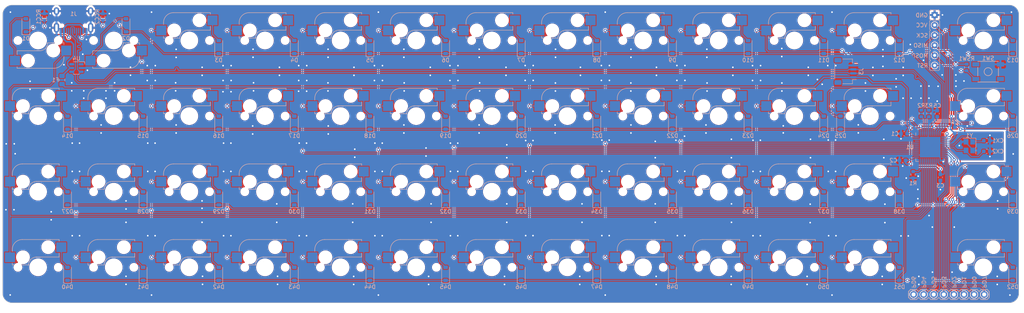
<source format=kicad_pcb>
(kicad_pcb (version 20221018) (generator pcbnew)
  (layers (0 "F.Cu" signal) (31 "B.Cu" signal) (34 "B.Paste" user) (35 "F.Paste" user) (36 "B.SilkS" user "B.Silkscreen") (37 "F.SilkS" user "F.Silkscreen") (38 "B.Mask" user) (39 "F.Mask" user) (44 "Edge.Cuts" user))
  (net 0 "")
  (net 1 "Net-(U1-UCAP)")
  (net 2 "GND")
  (net 3 "VCC")
  (net 4 "XTAL2")
  (net 5 "XTAL1")
  (net 6 "Net-(D1-A)")
  (net 7 "Net-(D2-A)")
  (net 8 "row2")
  (net 9 "Net-(D3-A)")
  (net 10 "Net-(D4-A)")
  (net 11 "Net-(D5-A)")
  (net 12 "Net-(D6-A)")
  (net 13 "Net-(D7-A)")
  (net 14 "Net-(D8-A)")
  (net 15 "Net-(D9-A)")
  (net 16 "Net-(D10-A)")
  (net 17 "Net-(D11-A)")
  (net 18 "Net-(D12-A)")
  (net 19 "Net-(D13-A)")
  (net 20 "Net-(D14-A)")
  (net 21 "Net-(D15-A)")
  (net 22 "Net-(D16-A)")
  (net 23 "Net-(D17-A)")
  (net 24 "Net-(D18-A)")
  (net 25 "Net-(D19-A)")
  (net 26 "Net-(D20-A)")
  (net 27 "Net-(D21-A)")
  (net 28 "Net-(D22-A)")
  (net 29 "Net-(D23-A)")
  (net 30 "Net-(D24-A)")
  (net 31 "Net-(D25-A)")
  (net 32 "Net-(D26-A)")
  (net 33 "Net-(D27-A)")
  (net 34 "Net-(D28-A)")
  (net 35 "Net-(D29-A)")
  (net 36 "Net-(D30-A)")
  (net 37 "Net-(D31-A)")
  (net 38 "Net-(D32-A)")
  (net 39 "Net-(D33-A)")
  (net 40 "Net-(D34-A)")
  (net 41 "Net-(D35-A)")
  (net 42 "Net-(D36-A)")
  (net 43 "Net-(D37-A)")
  (net 44 "Net-(D38-A)")
  (net 45 "Net-(D39-A)")
  (net 46 "Net-(D40-A)")
  (net 47 "Net-(D41-A)")
  (net 48 "Net-(D42-A)")
  (net 49 "Net-(D43-A)")
  (net 50 "Net-(D44-A)")
  (net 51 "Net-(D45-A)")
  (net 52 "Net-(D46-A)")
  (net 53 "Net-(D47-A)")
  (net 54 "Net-(D48-A)")
  (net 55 "Net-(D49-A)")
  (net 56 "Net-(D50-A)")
  (net 57 "Net-(D51-A)")
  (net 58 "Net-(D52-A)")
  (net 59 "VBUS")
  (net 60 "DBUS-")
  (net 61 "DBUS+")
  (net 62 "col0")
  (net 63 "col3")
  (net 64 "col4")
  (net 65 "col5")
  (net 66 "col6")
  (net 67 "col7")
  (net 68 "col8")
  (net 69 "col9")
  (net 70 "Net-(U1-~{HWB}{slash}PE2)")
  (net 71 "D+")
  (net 72 "D-")
  (net 73 "Net-(J1-CC1)")
  (net 74 "Net-(J1-CC2)")
  (net 75 "ISP_Reset")
  (net 79 "row3")
  (net 80 "row0")
  (net 81 "row1")
  (net 82 "col11{slash}miso")
  (net 83 "col10{slash}mosi")
  (net 84 "col12{slash}sck")
  (net 85 "col1")
  (net 86 "col2")
  (net 87 "extra1")
  (net 88 "extra2")
  (net 89 "extra3")
  (net 90 "extra4")
  (net 91 "extra5")
  (net 92 "extra6")
  (net 93 "extra7")
  (net 94 "extra8")
  (footprint "MX_Only:MXOnly-1U-Hotswap" (layer "F.Cu") (at 72.628186 86.915698)
    (fp_text reference "MX42")
    (fp_text value "MX-NoLED")
  )
  (footprint "MX_Only:MXOnly-1U-Hotswap" (layer "F.Cu") (at 186.928282 29.76565)
    (fp_text reference "MX9")
    (fp_text value "MX-NoLED")
  )
  (footprint "MX_Only:MXOnly-1U-Hotswap" (layer "F.Cu") (at 72.628186 29.76565)
    (fp_text reference "MX3")
    (fp_text value "MX-NoLED")
  )
  (footprint "MX_Only:MXOnly-1U-Hotswap" (layer "F.Cu") (at 53.57817 86.915698)
    (fp_text reference "MX41")
    (fp_text value "MX-NoLED")
  )
  (footprint "MX_Only:MXOnly-1U-Hotswap" (layer "F.Cu") (at 244.07833 48.815666)
    (fp_text reference "MX25")
    (fp_text value "MX-NoLED")
  )
  (footprint "MX_Only:MXOnly-1U-Hotswap" (layer "F.Cu") (at 186.928282 48.815666)
    (fp_text reference "MX22")
    (fp_text value "MX-NoLED")
  )
  (footprint "MX_Only:MXOnly-1U-Hotswap" (layer "F.Cu") (at 205.978298 86.915698)
    (fp_text reference "MX49")
    (fp_text value "MX-NoLED")
  )
  (footprint "MX_Only:MXOnly-1U-Hotswap" (layer "F.Cu") (at 205.978298 29.76565)
    (fp_text reference "MX10")
    (fp_text value "MX-NoLED")
  )
  (footprint "MX_Only:MXOnly-1U-Hotswap" (layer "F.Cu") (at 129.778234 48.815666)
    (fp_text reference "MX19")
    (fp_text value "MX-NoLED")
  )
  (footprint "MX_Only:MXOnly-1U-Hotswap" (layer "F.Cu") (at 167.878266 48.815666)
    (fp_text reference "MX21")
    (fp_text value "MX-NoLED")
  )
  (footprint "MX_Only:MXOnly-1U-Hotswap" (layer "F.Cu") (at 72.628186 48.815666)
    (fp_text reference "MX16")
    (fp_text value "MX-NoLED")
  )
  (footprint "MX_Only:MXOnly-1U-Hotswap" (layer "F.Cu") (at 129.778234 67.865682)
    (fp_text reference "MX32")
    (fp_text value "MX-NoLED")
  )
  (footprint "MX_Only:MXOnly-1U-Hotswap" (layer "F.Cu") (at 167.878266 29.76565)
    (fp_text reference "MX8")
    (fp_text value "MX-NoLED")
  )
  (footprint "MX_Only:MXOnly-1U-Hotswap" (layer "F.Cu") (at 148.82825 67.865682)
    (fp_text reference "MX33")
    (fp_text value "MX-NoLED")
  )
  (footprint "MX_Only:MXOnly-1U-Hotswap" (layer "F.Cu") (at 225.028314 67.865682)
    (fp_text reference "MX37")
    (fp_text value "MX-NoLED")
  )
  (footprint "MX_Only:MXOnly-1U-Hotswap" (layer "F.Cu") (at 167.878266 67.865682)
    (fp_text reference "MX34")
    (fp_text value "MX-NoLED")
  )
  (footprint "MX_Only:MXOnly-1U-Hotswap" (layer "F.Cu") (at 53.57817 67.865682)
    (fp_text reference "MX28")
    (fp_text value "MX-NoLED")
  )
  (footprint "MX_Only:MXOnly-1U-Hotswap" (layer "F.Cu") (at 167.878266 86.915698)
    (fp_text reference "MX47")
    (fp_text value "MX-NoLED")
  )
  (footprint "MX_Only:MXOnly-1U-Hotswap" (layer "F.Cu") (at 129.778234 86.915698)
    (fp_text reference "MX45")
    (fp_text value "MX-NoLED")
  )
  (footprint "MX_Only:MXOnly-1U-Hotswap" (layer "F.Cu") (at 91.678202 29.76565)
    (fp_text reference "MX4")
    (fp_text value "MX-NoLED")
  )
  (footprint "MX_Only:MXOnly-1U-Hotswap" (layer "F.Cu") (at 72.628186 67.865682)
    (fp_text reference "MX29")
    (fp_text value "MX-NoLED")
  )
  (footprint "MX_Only:MXOnly-1U-Hotswap" (layer "F.Cu") (at 148.82825 29.76565)
    (fp_text reference "MX7")
    (fp_text value "MX-NoLED")
  )
  (footprint "MX_Only:MXOnly-1U-Hotswap" (layer "F.Cu") (at 110.728218 48.815666)
    (fp_text reference "MX18")
    (fp_text value "MX-NoLED")
  )
  (footprint "MX_Only:MXOnly-1U-Hotswap" (layer "F.Cu") (at 272.653354 67.865682)
    (fp_text reference "MX39")
    (fp_text value "MX-NoLED")
  )
  (footprint "MX_Only:MXOnly-1U-Hotswap" (layer "F.Cu") (at 225.028314 48.815666)
    (fp_text reference "MX24")
    (fp_text value "MX-NoLED")
  )
  (footprint "MX_Only:MXOnly-1U-Hotswap" (layer "F.Cu") (at 91.678202 86.915698)
    (fp_text reference "MX43")
    (fp_text value "MX-NoLED")
  )
  (footprint "MX_Only:MXOnly-1U-Hotswap" (layer "F.Cu") (at 272.653354 29.76565)
    (fp_text reference "MX13")
    (fp_text value "MX-NoLED")
  )
  (footprint "MX_Only:MXOnly-1U-Hotswap" (layer "F.Cu") (at 129.778234 29.76565)
    (fp_text reference "MX6")
    (fp_text value "MX-NoLED")
  )
  (footprint "MX_Only:MXOnly-1U-Hotswap" (layer "F.Cu") (at 205.978298 67.865682)
    (fp_text reference "MX36")
    (fp_text value "MX-NoLED")
  )
  (footprint "MX_Only:MXOnly-1U-Hotswap" (layer "F.Cu") (at 91.678202 67.865682)
    (fp_text reference "MX30")
    (fp_text value "MX-NoLED")
  )
  (footprint "MX_Only:MXOnly-1U-Hotswap" (layer "F.Cu") (at 186.928282 67.865682)
    (fp_text reference "MX35")
    (fp_text value "MX-NoLED")
  )
  (footprint "MX_Only:MXOnly-1U-Hotswap" (layer "F.Cu") (at 53.57817 48.815666)
    (fp_text reference "MX15")
    (fp_text value "MX-NoLED")
  )
  (footprint "MX_Only:MXOnly-1U-Hotswap" (layer "F.Cu") (at 186.928282 86.915698)
    (fp_text reference "MX48")
    (fp_text value "MX-NoLED")
  )
  (footprint "MX_Only:MXOnly-1U-Hotswap" (layer "F.Cu") (at 110.728218 67.865682)
    (fp_text reference "MX31")
    (fp_text value "MX-NoLED")
  )
  (footprint "MX_Only:MXOnly-1U-Hotswap" (layer "F.Cu") (at 91.678202 48.815666)
    (fp_text reference "MX17")
    (fp_text value "MX-NoLED")
  )
  (footprint "MX_Only:MXOnly-1U-Hotswap" (layer "F.Cu") (at 244.07833 86.915698)
    (fp_text reference "MX51")
    (fp_text value "MX-NoLED")
  )
  (footprint "MX_Only:MXOnly-1U-Hotswap" (layer "F.Cu") (at 110.728218 86.915698)
    (fp_text reference "MX44")
    (fp_text value "MX-NoLED")
  )
  (footprint "MX_Only:MXOnly-1U-Hotswap" (layer "F.Cu") (at 34.528154 67.865682)
    (fp_text reference "MX27")
    (fp_text value "MX-NoLED")
  )
  (footprint "MX_Only:MXOnly-1U-Hotswap" (layer "F.Cu") (at 34.528154 86.915698)
    (fp_text reference "MX40")
    (fp_text value "MX-NoLED")
  )
  (footprint "MX_Only:MXOnly-1U-Hotswap" (layer "F.Cu") (at 244.07833 29.76565)
    (fp_text reference "MX12")
    (fp_text value "MX-NoLED")
  )
  (footprint "MX_Only:MXOnly-1U-Hotswap" (layer "F.Cu") (at 225.028314 29.76565)
    (fp_text reference "MX11")
    (fp_text value "MX-NoLED")
  )
  (footprint "MX_Only:MXOnly-1U-Hotswap" (layer "F.Cu") (at 205.978298 48.815666)
    (fp_text reference "MX23")
    (fp_text value "MX-NoLED")
  )
  (footprint "MX_Only:MXOnly-1U-Hotswap" (layer "F.Cu") (at 272.653354 86.915698)
    (fp_text reference "MX52")
    (fp_text value "MX-NoLED")
  )
  (footprint "MX_Only:MXOnly-1U-Hotswap" (layer "F.Cu") (at 53.57817 29.76565 180)
    (fp_text reference "MX2")
    (fp_text value "MX-NoLED")
  )
  (footprint "MX_Only:MXOnly-1U-Hotswap" (layer "F.Cu") (at 225.028314 86.915698)
    (fp_text reference "MX50")
    (fp_text value "MX-NoLED")
  )
  (footprint "MX_Only:MXOnly-1U-Hotswap" (layer "F.Cu") (at 148.82825 48.815666)
    (fp_text reference "MX20")
    (fp_text value "MX-NoLED")
  )
  (footprint "MX_Only:MXOnly-1U-Hotswap" (layer "F.Cu") (at 272.653354 48.815666)
    (fp_text reference "MX26")
    (fp_text value "MX-NoLED")
  )
  (footprint "MX_Only:MXOnly-1U-Hotswap" (layer "F.Cu") (at 34.528154 29.76565 180)
    (fp_text reference "MX1")
    (fp_text value "MX-NoLED")
  )
  (footprint "MX_Only:MXOnly-1U-Hotswap" (layer "F.Cu") (at 244.07833 67.865682)
    (fp_text reference "MX38")
    (fp_text value "MX-NoLED")
  )
  (footprint "MX_Only:MXOnly-1U-Hotswap" (layer "F.Cu") (at 110.728218 29.76565)
    (fp_text reference "MX5")
    (fp_text value "MX-NoLED")
  )
  (footprint "MX_Only:MXOnly-1U-Hotswap" (layer "F.Cu") (at 148.82825 86.915698)
    (fp_text reference "MX46")
    (fp_text value "MX-NoLED")
  )
  (footprint "MX_Only:MXOnly-1U-Hotswap" (layer "F.Cu") (at 34.528154 48.815666)
    (fp_text reference "MX14")
    (fp_text value "MX-NoLED")
  )
  (footprint "Diode_SMD:D_SOD-123" (layer "B.Cu") (at 156.225 31.425 90)
    (fp_text reference "D7")
    (fp_text value "D_Small")
  )
  (footprint "Capacitor_SMD:C_0603_1608Metric" (layer "B.Cu") (at 265.475 52.375 90)
    (fp_text reference "C4")
    (fp_text value ".1uF")
  )
  (footprint "Resistor_SMD:R_0603_1608Metric" (layer "B.Cu") (at 268.45 36.55 90)
    (fp_text reference "RSW1")
    (fp_text value "10k")
  )
  (footprint "Diode_SMD:D_SOD-123" (layer "B.Cu") (at 175.275 31.425 90)
    (fp_text reference "D8")
    (fp_text value "D_Small")
  )
  (footprint "Diode_SMD:D_SOD-123" (layer "B.Cu") (at 41.925 50.475 90)
    (fp_text reference "D14")
    (fp_text value "D_Small")
  )
  (footprint "Diode_SMD:D_SOD-123" (layer "B.Cu") (at 194.325 69.55 90)
    (fp_text reference "D35")
    (fp_text value "D_Small")
  )
  (footprint "Diode_SMD:D_SOD-123" (layer "B.Cu") (at 232.425 31.425 90)
    (fp_text reference "D11")
    (fp_text value "D_Small")
  )
  (footprint "Fuse:Fuse_0805_2012Metric_Pad1.15x1.40mm_HandSolder" (layer "B.Cu") (at 40.55 39.725 90)
    (fp_text reference "F1")
    (fp_text value ".5A")
  )
  (footprint "Diode_SMD:D_SOD-123" (layer "B.Cu") (at 280.05 69.55 90)
    (fp_text reference "D39")
    (fp_text value "D_Small")
  )
  (footprint "Diode_SMD:D_SOD-123" (layer "B.Cu") (at 156.225 88.55 90)
    (fp_text reference "D46")
    (fp_text value "D_Small")
  )
  (footprint "Diode_SMD:D_SOD-123" (layer "B.Cu") (at 41.925 88.55 90)
    (fp_text reference "D40")
    (fp_text value "D_Small")
  )
  (footprint "Capacitor_SMD:C_0603_1608Metric" (layer "B.Cu") (at 273.525 55)
    (fp_text reference "CX1")
    (fp_text value "22pF")
  )
  (footprint "Capacitor_SMD:C_0603_1608Metric" (layer "B.Cu") (at 252.675 53.25 180)
    (fp_text reference "C1")
    (fp_text value "10uF")
  )
  (footprint "acheron_Connectors:TYPE-C-31-M-12" (layer "B.Cu") (at 43.457849 28.064085)
    (fp_text reference "J1")
    (fp_text value "TYPE-C-31-M12_13")
  )
  (footprint "Diode_SMD:D_SOD-123" (layer "B.Cu") (at 99.075 31.425 90)
    (fp_text reference "D4")
    (fp_text value "D_Small")
  )
  (footprint "Crystal:Crystal_SMD_3225-4Pin_3.2x2.5mm" (layer "B.Cu") (at 269.125 56.375 -90)
    (fp_text reference "Y1")
    (fp_text value "16MHz")
  )
  (footprint "Capacitor_SMD:C_0603_1608Metric" (layer "B.Cu") (at 252.3 59.975 180)
    (fp_text reference "C2")
    (fp_text value ".1uF")
  )
  (footprint "Diode_SMD:D_SOD-123" (layer "B.Cu") (at 80.025 69.55 90)
    (fp_text reference "D29")
    (fp_text value "D_Small")
  )
  (footprint "Diode_SMD:D_SOD-123" (layer "B.Cu") (at 232.425 50.475 90)
    (fp_text reference "D24")
    (fp_text value "D_Small")
  )
  (footprint "Diode_SMD:D_SOD-123" (layer "B.Cu") (at 118.125 69.55 90)
    (fp_text reference "D31")
    (fp_text value "D_Small")
  )
  (footprint "Diode_SMD:D_SOD-123" (layer "B.Cu") (at 137.175 88.55 90)
    (fp_text reference "D45")
    (fp_text value "D_Small")
  )
  (footprint "Diode_SMD:D_SOD-123" (layer "B.Cu") (at 80.025 50.475 90)
    (fp_text reference "D16")
    (fp_text value "D_Small")
  )
  (footprint "Diode_SMD:D_SOD-123" (layer "B.Cu") (at 60.975 88.55 90)
    (fp_text reference "D41")
    (fp_text value "D_Small")
  )
  (footprint "Diode_SMD:D_SOD-123" (layer "B.Cu") (at 280.05 31.425 90)
    (fp_text reference "D13")
    (fp_text value "D_Small")
  )
  (footprint "Diode_SMD:D_SOD-123" (layer "B.Cu") (at 213.375 88.55 90)
    (fp_text reference "D49")
    (fp_text value "D_Small")
  )
  (footprint "Resistor_SMD:R_0603_1608Metric" (layer "B.Cu") (at 258.925 48.15 -90)
    (fp_text reference "R3")
    (fp_text value "22")
  )
  (footprint "Diode_SMD:D_SOD-123" (layer "B.Cu") (at 251.475 88.55 90)
    (fp_text reference "D51")
    (fp_text value "D_Small")
  )
  (footprint "Diode_SMD:D_SOD-123" (layer "B.Cu") (at 232.425 88.55 90)
    (fp_text reference "D50")
    (fp_text value "D_Small")
  )
  (footprint "Capacitor_SMD:C_0603_1608Metric" (layer "B.Cu") (at 261.025 48.2 90)
    (fp_text reference "C5")
    (fp_text value "1uF")
  )
  (footprint "Diode_SMD:D_SOD-123" (layer "B.Cu") (at 280.05 88.55 90)
    (fp_text reference "D52")
    (fp_text value "D_Small")
  )
  (footprint "Resistor_SMD:R_0603_1608Metric" (layer "B.Cu") (at 257 48.15 90)
    (fp_text reference "R2")
    (fp_text value "22")
  )
  (footprint "Diode_SMD:D_SOD-123" (layer "B.Cu") (at 232.425 69.55 90)
    (fp_text reference "D37")
    (fp_text value "D_Small")
  )
  (footprint "Diode_SMD:D_SOD-123" (layer "B.Cu") (at 80.025 31.425 90)
    (fp_text reference "D3")
    (fp_text value "D_Small")
  )
  (footprint "Capacitor_SMD:C_0603_1608Metric" (layer "B.Cu") (at 261.825 64.25 -90)
    (fp_text reference "C3")
    (fp_text value ".1uF")
  )
  (footprint "Diode_SMD:D_SOD-123" (layer "B.Cu") (at 118.125 50.475 90)
    (fp_text reference "D18")
    (fp_text value "D_Small")
  )
  (footprint "Diode_SMD:D_SOD-123" (layer "B.Cu") (at 60.975 69.55 90)
    (fp_text reference "D28")
    (fp_text value "D_Small")
  )
  (footprint "Package_DFN_QFN:QFN-44-1EP_7x7mm_P0.5mm_EP5.2x5.2mm" (layer "B.Cu") (at 259.25 56.625 -90)
    (fp_text reference "U1")
    (fp_text value "ATmega32U4-M")
  )
  (footprint "Diode_SMD:D_SOD-123" (layer "B.Cu") (at 137.175 69.55 90)
    (fp_text reference "D32")
    (fp_text value "D_Small")
  )
  (footprint "Resistor_SMD:R_0603_1608Metric" (layer "B.Cu") (at 50.85 23.825 -90)
    (fp_text reference "RCC2")
    (fp_text value "5.1k")
  )
  (footprint "Diode_SMD:D_SOD-123" (layer "B.Cu") (at 118.125 31.425 90)
    (fp_text reference "D5")
    (fp_text value "D_Small")
  )
  (footprint "Diode_SMD:D_SOD-123" (layer "B.Cu") (at 41.925 69.55 90)
    (fp_text reference "D27")
    (fp_text value "D_Small")
  )
  (footprint "Diode_SMD:D_SOD-123" (layer "B.Cu") (at 194.325 88.55 90)
    (fp_text reference "D48")
    (fp_text value "D_Small")
  )
  (footprint "Diode_SMD:D_SOD-123" (layer "B.Cu") (at 175.275 69.55 90)
    (fp_text reference "D34")
    (fp_text value "D_Small")
  )
  (footprint "Diode_SMD:D_SOD-123" (layer "B.Cu") (at 156.225 50.475 90)
    (fp_text reference "D20")
    (fp_text value "D_Small")
  )
  (footprint "Connector_JST:JST_SH_SM04B-SRSS-TB_1x04-1MP_P1.00mm_Horizontal" (layer "B.Cu") (at 237.9 37.55 90)
    (fp_text reference "J3")
    (fp_text value "4PIN")
  )
  (footprint "Diode_SMD:D_SOD-123" (layer "B.Cu") (at 137.175 50.475 90)
    (fp_text reference "D19")
    (fp_text value "D_Small")
  )
  (footprint "Resistor_SMD:R_0603_1608Metric" (layer "B.Cu") (at 254.95 63.6 90)
    (fp_text reference "R1")
    (fp_text value "10k")
  )
  (footprint "Connector_PinSocket_2.54mm:PinSocket_1x08_P2.54mm_Vertical" (layer "B.Cu") (at 255.075 93.75 -90)
    (fp_text reference "J5")
    (fp_text value "Conn_01x08")
  )
  (footprint "Diode_SMD:D_SOD-123" (layer "B.Cu") (at 137.175 31.425 90)
    (fp_text reference "D6")
    (fp_text value "D_Small")
  )
  (footprint "Diode_SMD:D_SOD-123" (layer "B.Cu") (at 251.475 31.425 90)
    (fp_text reference "D12")
    (fp_text value "D_Small")
  )
  (footprint "Diode_SMD:D_SOD-123" (layer "B.Cu") (at 99.075 69.55 90)
    (fp_text reference "D30")
    (fp_text value "D_Small")
  )
  (footprint "Diode_SMD:D_SOD-123" (layer "B.Cu") (at 56.675 25.95 90)
    (fp_text reference "D2")
    (fp_text value "D_Small")
  )
  (footprint "Capacitor_SMD:C_0603_1608Metric" (layer "B.Cu") (at 273.525 57.7)
    (fp_text reference "CX2")
    (fp_text value "22pF")
  )
  (footprint "Diode_SMD:D_SOD-123" (layer "B.Cu") (at 156.225 69.55 90)
    (fp_text reference "D33")
    (fp_text value "D_Small")
  )
  (footprint "Diode_SMD:D_SOD-123" (layer "B.Cu") (at 194.325 50.475 90)
    (fp_text reference "D22")
    (fp_text value "D_Small")
  )
  (footprint "Resistor_SMD:R_0603_1608Metric" (layer "B.Cu") (at 36.1 23.825 -90)
    (fp_text reference "RCC1")
    (fp_text value "5.1k")
  )
  (footprint "Diode_SMD:D_SOD-123" (layer "B.Cu") (at 213.375 69.55 90)
    (fp_text reference "D36")
    (fp_text value "D_Small")
  )
  (footprint "Diode_SMD:D_SOD-123" (layer "B.Cu") (at 99.075 88.55 90)
    (fp_text reference "D43")
    (fp_text value "D_Small")
  )
  (footprint "Diode_SMD:D_SOD-123" (layer "B.Cu") (at 175.275 88.55 90)
    (fp_text reference "D47")
    (fp_text value "D_Small")
  )
  (footprint "Diode_SMD:D_SOD-123" (layer "B.Cu") (at 194.325 31.425 90)
    (fp_text reference "D9")
    (fp_text value "D_Small")
  )
  (footprint "Diode_SMD:D_SOD-123" (layer "B.Cu") (at 31.45 25.95 90)
    (fp_text reference "D1")
    (fp_text value "D_Small")
  )
  (footprint "marbastlib-various:SOT-23-6-routable" (layer "B.Cu") (at 44.175 36.7 180)
    (fp_text reference "U4")
    (fp_text value "USBLC6-2SC6")
  )
  (footprint "Diode_SMD:D_SOD-123" (layer "B.Cu") (at 175.275 50.475 90)
    (fp_text reference "D21")
    (fp_text value "D_Small")
  )
  (footprint "Diode_SMD:D_SOD-123" (layer "B.Cu") (at 251.475 69.55 90)
    (fp_text reference "D38")
    (fp_text value "D_Small")
  )
  (footprint "Diode_SMD:D_SOD-123" (layer "B.Cu") (at 60.975 50.475 90)
    (fp_text reference "D15")
    (fp_text value "D_Small")
  )
  (footprint "acheron_Connectors:PinHeader_1x6_P2.54mm_Vertical" (layer "B.Cu") (at 260.375 29.7 180)
    (fp_text reference "J2" hide)
    (fp_text value "AVR-ISP-6_mod" hide)
  )
  (footprint "random-keyboard-parts:SKQG-1155865" (layer "B.Cu") (at 273.85 37.625)
    (fp_text reference "SW1")
    (fp_text value "SW_PUSH")
  )
  (footprint "Diode_SMD:D_SOD-123" (layer "B.Cu") (at 213.375 50.475 90)
    (fp_text reference "D23")
    (fp_text value "D_Small")
  )
  (footprint "Diode_SMD:D_SOD-123" (layer "B.Cu") (at 236.675 50.475 90)
    (fp_text reference "D25")
    (fp_text value "D_Small")
  )
  (footprint "Diode_SMD:D_SOD-123" (layer "B.Cu") (at 80.025 88.55 90)
    (fp_text reference "D42")
    (fp_text value "D_Small")
  )
  (footprint "Diode_SMD:D_SOD-123" (layer "B.Cu") (at 280.05 50.475 90)
    (fp_text reference "D26")
    (fp_text value "D_Small")
  )
  (footprint "Diode_SMD:D_SOD-123" (layer "B.Cu") (at 213.375 31.425 90)
    (fp_text reference "D10")
    (fp_text value "D_Small")
  )
  (footprint "Diode_SMD:D_SOD-123" (layer "B.Cu") (at 118.125 88.55 90)
    (fp_text reference "D44")
    (fp_text value "D_Small")
  )
  (footprint "Diode_SMD:D_SOD-123" (layer "B.Cu") (at 99.075 50.475 90)
    (fp_text reference "D17")
    (fp_text value "D_Small")
  )
  (gr_arc (start 281.583049 93.464141) (mid 280.885596 95.14794) (end 279.201797 95.845393) (stroke (width 0.1)) (layer "Edge.Cuts"))
  (gr_line (start 281.58305 23.217206) (end 281.583049 93.464141) (stroke (width 0.1)) (layer "Edge.Cuts"))
  (gr_line (start 25.598459 93.464141) (end 25.598459 23.217207) (stroke (width 0.1)) (layer "Edge.Cuts"))
  (gr_arc (start 279.201798 20.835954) (mid 280.885597 21.533407) (end 281.58305 23.217206) (stroke (width 0.1)) (layer "Edge.Cuts"))
  (gr_line (start 279.201797 95.845393) (end 27.979711 95.845393) (stroke (width 0.1)) (layer "Edge.Cuts"))
  (gr_arc (start 25.598459 23.217207) (mid 26.295912 21.533408) (end 27.979711 20.835955) (stroke (width 0.1)) (layer "Edge.Cuts"))
  (gr_line (start 27.979711 20.835955) (end 279.201798 20.835954) (stroke (width 0.1)) (layer "Edge.Cuts"))
  (gr_arc (start 27.979711 95.845393) (mid 26.295912 95.14794) (end 25.598459 93.464141) (stroke (width 0.1)) (layer "Edge.Cuts"))
  (segment (start 261.025 49.575) (end 261.025 48.975) (width 0.254) (layer "B.Cu") (net 1))
  (segment (start 259.25 53.2875) (end 259.25 51.35) (width 0.254) (layer "B.Cu") (net 1))
  (segment (start 259.25 51.35) (end 261.025 49.575) (width 0.254) (layer "B.Cu") (net 1))
  (segment (start 114.1 36.525) (end 114.1 38.55) (width 0.254) (layer "F.Cu") (net 2))
  (segment (start 190.225 89.2) (end 190.225 91.225) (width 0.254) (layer "F.Cu") (net 2))
  (segment (start 94.65 70.925) (end 94.65 74.525) (width 0.254) (layer "F.Cu") (net 2))
  (segment (start 190 70.925) (end 190 74.525) (width 0.254) (layer "F.Cu") (net 2))
  (segment (start 88.675 31.975) (end 88.675 34) (width 0.254) (layer "F.Cu") (net 2))
  (segment (start 164.875 31.975) (end 164.875 34) (width 0.254) (layer "F.Cu") (net 2))
  (segment (start 113.775 70.925) (end 113.775 74.525) (width 0.254) (layer "F.Cu") (net 2))
  (segment (start 241.15 51.025) (end 241.15 53.05) (width 0.254) (layer "F.Cu") (net 2))
  (segment (start 259.8 76.775) (end 265.325 76.775) (width 0.254) (layer "F.Cu") (net 2))
  (segment (start 253.225 65.3) (end 253.225 64.425) (width 0.254) (layer "F.Cu") (net 2))
  (segment (start 88.575 51.05) (end 88.575 53.075) (width 0.254) (layer "F.Cu") (net 2))
  (segment (start 183.85 40.475) (end 183.85 42.5) (width 0.254) (layer "F.Cu") (net 2))
  (segment (start 203 31.975) (end 203 34) (width 0.254) (layer "F.Cu") (net 2))
  (segment (start 114.3 57.15) (end 114.3 59.175) (width 0.254) (layer "F.Cu") (net 2))
  (segment (start 37.825 72.925) (end 37.825 74.95) (width 0.254) (layer "F.Cu") (net 2))
  (segment (start 126.675 51.05) (end 126.675 53.075) (width 0.254) (layer "F.Cu") (net 2))
  (segment (start 229.1 54.65) (end 229.1 58.25) (width 0.254) (layer "F.Cu") (net 2))
  (segment (start 203.05 40.475) (end 203.05 42.5) (width 0.254) (layer "F.Cu") (net 2))
  (segment (start 152.6 56.325) (end 152.6 56.05) (width 0.254) (layer "F.Cu") (net 2))
  (segment (start 221.9 40.475) (end 221.9 42.5) (width 0.254) (layer "F.Cu") (net 2))
  (segment (start 45.775 35.25) (end 45.775 33.225) (width 0.254) (layer "F.Cu") (net 2))
  (segment (start 69.3 32) (end 69.3 34.025) (width 0.254) (layer "F.Cu") (net 2))
  (segment (start 209.175 54.65) (end 209.175 58.25) (width 0.254) (layer "F.Cu") (net 2))
  (segment (start 107.575 31.975) (end 107.575 34) (width 0.254) (layer "F.Cu") (net 2))
  (segment (start 50.4 51.05) (end 50.4 53.075) (width 0.254) (layer "F.Cu") (net 2))
  (segment (start 152.6 70.925) (end 152.6 74.525) (width 0.254) (layer "F.Cu") (net 2))
  (segment (start 209.2 74.525) (end 209.2 75.575) (width 0.254) (layer "F.Cu") (net 2))
  (segment (start 45.15 35.875) (end 45.775 35.25) (width 0.254) (layer "F.Cu") (net 2))
  (segment (start 256.125 69.65) (end 256.15 69.625) (width 0.254) (layer "F.Cu") (net 2))
  (segment (start 133.525 74.525) (end 133.525 75.575) (width 0.254) (layer "F.Cu") (net 2))
  (segment (start 260.6 66.1) (end 256.25 66.1) (width 0.254) (layer "F.Cu") (net 2))
  (segment (start 221.875 31.7875) (end 221.875 33.8125) (width 0.254) (layer "F.Cu") (net 2))
  (segment (start 170.975 89.2) (end 170.975 91.225) (width 0.254) (layer "F.Cu") (net 2))
  (segment (start 94.65 74.525) (end 94.65 75.575) (width 0.254) (layer "F.Cu") (net 2))
  (segment (start 244.825 36.55) (end 244.825 38.575) (width 0.254) (layer "F.Cu") (net 2))
  (segment (start 254.6 72.575) (end 255.9 73.875) (width 0.254) (layer "F.Cu") (net 2))
  (segment (start 114.025 89.2) (end 114.025 91.225) (width 0.254) (layer "F.Cu") (net 2))
  (segment (start 256.25 63.95) (end 256.25 66.1) (width 0.254) (layer "F.Cu") (net 2))
  (segment (start 126.75 40.45) (end 126.75 42.475) (width 0.254) (layer "F.Cu") (net 2))
  (segment (start 247.175 89.2) (end 247.175 91.225) (width 0.254) (layer "F.Cu") (net 2))
  (segment (start 164.85 40.475) (end 164.85 42.5) (width 0.254) (layer "F.Cu") (net 2))
  (segment (start 254.6 70) (end 254.6 72.575) (width 0.254) (layer "F.Cu") (net 2))
  (segment (start 171.55 74.525) (end 171.55 75.575) (width 0.254) (layer "F.Cu") (net 2))
  (segment (start 209.2 70.925) (end 209.2 74.525) (width 0.254) (layer "F.Cu") (net 2))
  (segment (start 229.025 74.6) (end 229.025 75.65) (width 0.254) (layer "F.Cu") (net 2))
  (segment (start 183.875 31.975) (end 183.875 34) (width 0.254) (layer "F.Cu") (net 2))
  (segment (start 209.125 89.2) (end 209.125 91.225) (width 0.254) (layer "F.Cu") (net 2))
  (segment (start 190.3 36.525) (end 190.3 38.55) (width 0.254) (layer "F.Cu") (net 2))
  (segment (start 259.825 88.125) (end 264.775 88.125) (width 0.254) (layer "F.Cu") (net 2))
  (segment (start 209.175 58.25) (end 209.175 59.3) (width 0.254) (layer "F.Cu") (net 2))
  (segment (start 152.4 36.525) (end 152.4 38.55) (width 0.254) (layer "F.Cu") (net 2))
  (segment (start 133.325 36.525) (end 133.325 38.55) (width 0.254) (layer "F.Cu") (net 2))
  (segment (start 256.925 41.25) (end 258.95 41.25) (width 0.254) (layer "F.Cu") (net 2))
  (segment (start 252.45 36.55) (end 252.45 38.575) (width 0.254) (layer "F.Cu") (net 2))
  (segment (start 133.525 70.925) (end 133.525 74.525) (width 0.254) (layer "F.Cu") (net 2))
  (segment (start 171.15 36.525) (end 171.15 38.55) (width 0.254) (layer "F.Cu") (net 2))
  (segment (start 113.775 74.525) (end 113.775 75.575) (width 0.254) (layer "F.Cu") (net 2))
  (segment (start 75.95 89.175) (end 75.95 91.2) (width 0.254) (layer "F.Cu") (net 2))
  (segment (start 222.25 51.025) (end 222.25 53.05) (width 0.254) (layer "F.Cu") (net 2))
  (segment (start 242.95 40.475) (end 242.95 42.5) (width 0.254) (layer "F.Cu") (net 2))
  (segment (start 250.675 39.425) (end 250.675 41.45) (width 0.254) (layer "F.Cu") (net 2))
  (segment (start 229.025 71) (end 229.025 74.6) (width 0.254) (layer "F.Cu") (net 2))
  (segment (start 228.55 36.525) (end 228.55 38.55) (width 0.254) (layer "F.Cu") (net 2))
  (segment (start 107.55 40.45) (end 107.55 42.475) (width 0.254) (layer "F.Cu") (net 2))
  (segment (start 145.75 40.45) (end 145.75 42.475) (width 0.254) (layer "F.Cu") (net 2))
  (segment (start 132.25 56.85) (end 132.25 58.875) (width 0.254) (layer "F.Cu") (net 2))
  (segment (start 126.675 31.975) (end 126.675 34) (width 0.254) (layer "F.Cu") (net 2))
  (segment (start 190 59.3) (end 190 55.175) (width 0.254) (layer "F.Cu") (net 2))
  (segment (start 261.25 41.3) (end 265.75 41.3) (width 0.254) (layer "F.Cu") (net 2))
  (segment (start 254.975 69.625) (end 254.6 70) (width 0.254) (layer "F.Cu") (net 2))
  (segment (start 256.925 44.3) (end 258.95 44.3) (width 0.254) (layer "F.Cu") (net 2))
  (segment (start 57.8 36.5) (end 57.8 38.525) (width 0.254) (layer "F.Cu") (net 2))
  (segment (start 254.025 66.1) (end 253.225 65.3) (width 0.254) (layer "F.Cu") (net 2))
  (segment (start 229.1 58.25) (end 229.1 59.3) (width 0.254) (layer "F.Cu") (net 2))
  (segment (start 145.625 51.3) (end 145.625 53.075) (width 0.254) (layer "F.Cu") (net 2))
  (segment (start 255.9 73.875) (end 258.975 73.875) (width 0.254) (layer "F.Cu") (net 2))
  (segment (start 202.775 51.05) (end 202.775 53.075) (width 0.254) (layer "F.Cu") (net 2))
  (segment (start 232.05 40.8) (end 230.845518 39.595518) (width 0.254) (layer "F.Cu") (net 2))
  (segment (start 69.3 51.05) (end 69.3 53.075) (width 0.254) (layer "F.Cu") (net 2))
  (segment (start 247.85 74.6) (end 247.85 75.65) (width 0.254) (layer "F.Cu") (net 2))
  (segment (start 75.825 70.175) (end 75.825 75.575) (width 0.254) (layer "F.Cu") (net 2))
  (segment (start 190 74.525) (end 190 75.575) (width 0.254) (layer "F.Cu") (net 2))
  (segment (start 94.85 89.175) (end 94.85 91.2) (width 0.254) (layer "F.Cu") (net 2))
  (segment (start 183.875 51.05) (end 183.875 53.075) (width 0.254) (layer "F.Cu") (net 2))
  (segment (start 88.8 40.425) (end 88.8 42.45) (width 0.254) (layer "F.Cu") (net 2))
  (segment (start 252.425 44.3) (end 254.45 44.3) (width 0.254) (layer "F.Cu") (net 2))
  (segment (start 107.625 51.3) (end 107.625 53.325) (width 0.254) (layer "F.Cu") (net 2))
  (segment (start 152.6 74.525) (end 152.6 75.575) (width 0.254) (layer "F.Cu") (net 2))
  (segment (start 32.5 40.05) (end 32.5 42.075) (width 0.254) (layer "F.Cu") (net 2))
  (segment (start 251.9 79) (end 253.75 79) (width 0.254) (layer "F.Cu") (net 2))
  (segment (start 132.9 89.2) (end 132.9 91.225) (width 0.254) (layer "F.Cu") (net 2))
  (segment (start 171.55 70.925) (end 171.55 74.525) (width 0.254) (layer "F.Cu") (net 2))
  (segment (start 247.85 71) (end 247.85 74.6) (width 0.254) (layer "F.Cu") (net 2))
  (segment (start 145.625 51.05) (end 145.625 51.3) (width 0.254) (layer "F.Cu") (net 2))
  (segment (start 209.55 36.525) (end 209.55 38.55) (width 0.254) (layer "F.Cu") (net 2))
  (segment (start 26.5 55.8) (end 28.525 55.8) (width 0.254) (layer "F.Cu") (net 2))
  (segment (start 56.675 70.175) (end 56.675 75.575) (width 0.254) (layer "F.Cu") (net 2))
  (segment (start 256.15 69.625) (end 254.975 69.625) (width 0.254) (layer "F.Cu") (net 2))
  (segment (start 247.575 58.25) (end 247.575 59.3) (width 0.254) (layer "F.Cu") (net 2))
  (segment (start 75.85 36.525) (end 75.85 38.55) (width 0.254) (layer "F.Cu") (net 2))
  (segment (start 262.275 38.45) (end 265.725 38.45) (width 0.254) (layer "F.Cu") (net 2))
  (segment (start 228.25 89.2) (end 228.25 91.225) (width 0.254) (layer "F.Cu") (net 2))
  (segment (start 256.25 66.1) (end 254.025 66.1) (width 0.254) (layer "F.Cu") (net 2))
  (segment (start 95.325 36.525) (end 95.325 38.55) (width 0.254) (layer "F.Cu") (net 2))
  (segment (start 247.575 54.65) (end 247.575 58.25) (width 0.254) (layer "F.Cu") (net 2))
  (segment (start 247.35 32.075) (end 247.35 33.7603) (width 0.254) (layer "F.Cu") (net 2))
  (segment (start 53.8 40.425) (end 53.8 42.45) (width 0.254) (layer "F.Cu") (net 2))
  (segment (start 276.25 70.175) (end 276.25 72.2) (width 0.254) (layer "F.Cu") (net 2))
  (segment (start 164.775 51.05) (end 164.775 53.075) (width 0.254) (layer "F.Cu") (net 2))
  (segment (start 56.675 89.175) (end 56.675 91.2) (width 0.254) (layer "F.Cu") (net 2))
  (segment (start 145.65 31.975) (end 145.65 34) (width 0.254) (layer "F.Cu") (net 2))
  (segment (start 152.6 59.3) (end 152.6 56.325) (width 0.254) (layer "F.Cu") (net 2))
  (segment (start 26.425 72.4) (end 28.45 72.4) (width 0.254) (layer "F.Cu") (net 2))
  (segment (start 41.025 35.875) (end 45.15 35.875) (width 0.254) (layer "F.Cu") (net 2))
  (segment (start 276.15 89.2) (end 276.15 91.225) (width 0.254) (layer "F.Cu") (net 2))
  (segment (start 69.175 40.425) (end 69.175 42.45) (width 0.254) (layer "F.Cu") (net 2))
  (segment (start 43 40.425) (end 43 42.45) (width 0.254) (layer "F.Cu") (net 2))
  (segment (start 261.825 67.325) (end 260.6 66.1) (width 0.254) (layer "F.Cu") (net 2))
  (segment (start 152.025 89.2) (end 152.025 91.225) (width 0.254) (layer "F.Cu") (net 2))
  (via (at 157.225 36.075) (size 0.8128) (drill 0.4064) (layers "F.Cu" "B.Cu") (net 2))
  (via (at 253.75 79) (size 0.8128) (drill 0.4064) (layers "F.Cu" "B.Cu") (net 2))
  (via (at 252.45 38.575) (size 0.8128) (drill 0.4064) (layers "F.Cu" "B.Cu") (net 2))
  (via (at 242.95 42.5) (size 0.8128) (drill 0.4064) (layers "F.Cu" "B.Cu") (net 2))
  (via (at 195.2 54.9) (size 0.8128) (drill 0.4064) (layers "F.Cu" "B.Cu") (net 2))
  (via (at 221.9 40.475) (size 0.8128) (drill 0.4064) (layers "F.Cu" "B.Cu") (net 2))
  (via (at 178.4 54.875) (size 0.8128) (drill 0.4064) (layers "F.Cu" "B.Cu") (net 2))
  (via (at 119.25 36.1) (size 0.8128) (drill 0.4064) (layers "F.Cu" "B.Cu") (net 2))
  (via (at 114.025 89.2) (size 0.8128) (drill 0.4064) (layers "F.Cu" "B.Cu") (net 2))
  (via (at 44.975 78.95) (size 0.8128) (drill 0.4064) (layers "F.Cu" "B.Cu") (net 2))
  (via (at 259.8 76.775) (size 0.8128) (drill 0.4064) (layers "F.Cu" "B.Cu") (net 2))
  (via (at 145.75 40.45) (size 0.8128) (drill 0.4064) (layers "F.Cu" "B.Cu") (net 2))
  (via (at 53.8 40.425) (size 0.8128) (drill 0.4064) (layers "F.Cu" "B.Cu") (net 2))
  (via (at 126.675 53.075) (size 0.8128) (drill 0.4064) (layers "F.Cu" "B.Cu") (net 2))
  (via (at 64 62.75) (size 0.8128) (drill 0.4064) (layers "F.Cu" "B.Cu") (net 2))
  (via (at 83.1 55.625) (size 0.8128) (drill 0.4064) (layers "F.Cu" "B.Cu") (net 2))
  (via (at 183.85 42.5) (size 0.8128) (drill 0.4064) (layers "F.Cu" "B.Cu") (net 2))
  (via (at 176.55 78.925) (size 0.8128) (drill 0.4064) (layers "F.Cu" "B.Cu") (net 2))
  (via (at 83.1 62.75) (size 0.8128) (drill 0.4064) (layers "F.Cu" "B.Cu") (net 2))
  (via (at 209.125 89.2) (size 0.8128) (drill 0.4064) (layers "F.Cu" "B.Cu") (net 2))
  (via (at 27.5 93.875) (size 0.8128) (drill 0.4064) (layers "F.Cu" "B.Cu") (net 2))
  (via (at 195.575 62.725) (size 0.8128) (drill 0.4064) (layers "F.Cu" "B.Cu") (net 2))
  (via (at 230.845518 39.595518) (size 0.8128) (drill 0.4064) (layers "F.Cu" "B.Cu") (net 2))
  (via (at 214.625 62.75) (size 0.8128) (drill 0.4064) (layers "F.Cu" "B.Cu") (net 2))
  (via (at 176.55 62.725) (size 0.8128) (drill 0.4064) (layers "F.Cu" "B.Cu") (net 2))
  (via (at 140.25 62.75) (size 0.8128) (drill 0.4064) (layers "F.Cu" "B.Cu") (net 2))
  (via (at 75.825 72.05) (size 0.8128) (drill 0.4064) (layers "F.Cu" "B.Cu") (net 2))
  (via (at 261.025 45.05) (size 0.8128) (drill 0.4064) (layers "F.Cu" "B.Cu") (net 2))
  (via (at 120.25 93.9) (size 0.8128) (drill 0.4064) (layers "F.Cu" "B.Cu") (net 2))
  (via (at 140.3 36.1) (size 0.8128) (drill 0.4064) (layers "F.Cu" "B.Cu") (net 2))
  (via (at 119.375 78.95) (size 0.8128) (drill 0.4064) (layers "F.Cu" "B.Cu") (net 2))
  (via (at 64 55.625) (size 0.8128) (drill 0.4064) (layers "F.Cu" "B.Cu") (net 2))
  (via (at 178.45 36.075) (size 0.8128) (drill 0.4064) (layers "F.Cu" "B.Cu") (net 2))
  (via (at 258.95 41.25) (size 0.8128) (drill 0.4064) (layers "F.Cu" "B.Cu") (net 2))
  (via (at 119.375 62.75) (size 0.8128) (drill 0.4064) (layers "F.Cu" "B.Cu") (net 2))
  (via (at 178.45 39.825) (size 0.8128) (drill 0.4064) (layers "F.Cu" "B.Cu") (net 2))
  (via (at 138.4 78.95) (size 0.8128) (drill 0.4064) (layers "F.Cu" "B.Cu") (net 2))
  (via (at 233.45 36.1) (size 0.8128) (drill 0.4064) (layers "F.Cu" "B.Cu") (net 2))
  (via (at 214.625 54.9) (size 0.8128) (drill 0.4064) (layers "F.Cu" "B.Cu") (net 2))
  (via (at 190.225 89.2) (size 0.8128) (drill 0.4064) (layers "F.Cu" "B.Cu") (net 2))
  (via (at 183.875 53.075) (size 0.8128) (drill 0.4064) (layers "F.Cu" "B.Cu") (net 2))
  (via (at 170.975 89.2) (size 0.8128) (drill 0.4064) (layers "F.Cu" "B.Cu") (net 2))
  (via (at 100.175 39.85) (size 0.8128) (drill 0.4064) (layers "F.Cu" "B.Cu") (net 2))
  (via (at 274.3 53.65) (size 0.8128) (drill 0.4064) (layers "F.Cu" "B.Cu") (net 2))
  (via (at 46.025 44.3) (size 0.8128) (drill 0.4064) (layers "F.Cu" "B.Cu") (net 2))
  (via (at 157.35 78.925) (size 0.8128) (drill 0.4064) (layers "F.Cu" "B.Cu") (net 2))
  (via (at 56.675 89.175) (size 0.8128) (drill 0.4064) (layers "F.Cu" "B.Cu") (net 2))
  (via (at 121.225 78.95) (size 0.8128) (drill 0.4064) (layers "F.Cu" "B.Cu") (net 2))
  (via (at 176.425 39.825) (size 0.8128) (drill 0.4064) (layers "F.Cu" "B.Cu") (net 2))
  (via (at 100.3 78.95) (size 0.8128) (drill 0.4064) (layers "F.Cu" "B.Cu") (net 2))
  (via (at 107.55 40.45) (size 0.8128) (drill 0.4064) (layers "F.Cu" "B.Cu") (net 2))
  (via (at 75.825 75.575) (size 0.8128) (drill 0.4064) (layers "F.Cu" "B.Cu") (net 2))
  (via (at 62.15 62.75) (size 0.8128) (drill 0.4064) (layers "F.Cu" "B.Cu") (net 2))
  (via (at 152.6 75.575) (size 0.8128) (drill 0.4064) (layers "F.Cu" "B.Cu") (net 2))
  (via (at 62.025 36.1) (size 0.8128) (drill 0.4064) (layers "F.Cu" "B.Cu") (net 2))
  (via (at 138.4 62.75) (size 0.8128) (drill 0.4064) (layers "F.Cu" "B.Cu") (net 2))
  (via (at 133.325 38.55) (size 0.8128) (drill 0.4064) (layers "F.Cu" "B.Cu") (net 2))
  (via (at 37.825 74.95) (size 0.8128) (drill 0.4064) (layers "F.Cu" "B.Cu") (net 2))
  (via (at 197.375 53.875) (size 0.8128) (drill 0.4064) (layers "F.Cu" "B.Cu") (net 2))
  (via (at 63.1 22.625) (size 0.8128) (drill 0.4064) (layers "F.Cu" "B.Cu") (net 2))
  (via (at 171.15 38.55) (size 0.8128) (drill 0.4064) (layers "F.Cu" "B.Cu") (net 2))
  (via (at 102.15 55.625) (size 0.8128) (drill 0.4064) (layers "F.Cu" "B.Cu") (net 2))
  (via (at 95.325 38.55) (size 0.8128) (drill 0.4064) (layers "F.Cu" "B.Cu") (net 2))
  (via (at 235.425 54.85) (size 0.8128) (drill 0.4064) (layers "F.Cu" "B.Cu") (net 2))
  (via (at 229.025 71) (size 0.8128) (drill 0.4064) (layers "F.Cu" "B.Cu") (net 2))
  (via (at 64.05 39.85) (size 0.8128) (drill 0.4064) (layers "F.Cu" "B.Cu") (net 2))
  (via (at 228.25 89.2) (size 0.8128) (drill 0.4064) (layers "F.Cu" "B.Cu") (net 2))
  (via (at 114.1 38.55) (size 0.8128) (drill 0.4064) (layers "F.Cu" "B.Cu") (net 2))
  (via (at 229.025 75.65) (size 0.8128) (drill 0.4064) (layers "F.Cu" "B.Cu") (net 2))
  (via (at 132.25 58.875) (size 0.8128) (drill 0.4064) (layers "F.Cu" "B.Cu") (net 2))
  (via (at 241.15 53.05) (size 0.8128) (drill 0.4064) (layers "F.Cu" "B.Cu") (net 2))
  (via (at 176.55 54.875) (size 0.8128) (drill 0.4064) (layers "F.Cu" "B.Cu") (net 2))
  (via (at 216.525 39.85) (size 0.8128) (drill 0.4064) (layers "F.Cu" "B.Cu") (net 2))
  (via (at 209.2 75.575) (size 0.8128) (drill 0.4064) (layers "F.Cu" "B.Cu") (net 2))
  (via (at 157.35 54.975) (size 0.8128) (drill 0.4064) (layers "F.Cu" "B.Cu") (net 2))
  (via (at 126.675 51.05) (size 0.8128) (drill 0.4064) (layers "F.Cu" "B.Cu") (net 2))
  (via (at 37.5 26.575) (size 0.8128) (drill 0.4064) (layers "F.Cu" "B.Cu") (net 2))
  (via (at 56.675 70.175) (size 0.8128) (drill 0.4064) (layers "F.Cu" "B.Cu") (net 2))
  (via (at 102.175 42.55) (size 0.8128) (drill 0.4064) (layers "F.Cu" "B.Cu") (net 2))
  (via (at 50.4 53.075) (size 0.8128) (drill 0.4064) (layers "F.Cu" "B.Cu") (net 2))
  (via (at 244.825 36.55) (size 0.8128) (drill 0.4064) (layers "F.Cu" "B.Cu") (net 2))
  (via (at 202.775 53.075) (size 0.8128) (drill 0.4064) (layers "F.Cu" "B.Cu") (net 2))
  (via (at 195.575 78.925) (size 0.8128) (drill 0.4064) (layers "F.Cu" "B.Cu") (net 2))
  (via (at 233.675 78.95) (size 0.8128) (drill 0.4064) (layers "F.Cu" "B.Cu") (net 2))
  (via (at 114.3 59.175) (size 0.8128) (drill 0.4064) (layers "F.Cu" "B.Cu") (net 2))
  (via (at 164.85 42.5) (size 0.8128) (drill 0.4064) (layers "F.Cu" "B.Cu") (net 2))
  (via (at 252.425 44.3) (size 0.8128) (drill 0.4064) (layers "F.Cu" "B.Cu") (net 2))
  (via (at 81.1 42.675) (size 0.8128) (drill 0.4064) (layers "F.Cu" "B.Cu") (net 2))
  (via (at 57.8 38.525) (size 0.8128) (drill 0.4064) (layers "F.Cu" "B.Cu") (net 2))
  (via (at 32.5 40.05) (size 0.8128) (drill 0.4064) (layers "F.Cu" "B.Cu") (net 2))
  (via (at 209.125 91.225) (size 0.8128) (drill 0.4064) (layers "F.Cu" "B.Cu") (net 2))
  (via (at 100.175 36.1) (size 0.8128) (drill 0.4064) (layers "F.Cu" "B.Cu") (net 2))
  (via (at 190.3 38.55) (size 0.8128) (drill 0.4064) (layers "F.Cu" "B.Cu") (net 2))
  (via (at 83.15 39.85) (size 0.8128) (drill 0.4064) (layers "F.Cu" "B.Cu") (net 2))
  (via (at 145.75 42.475) (size 0.8128) (drill 0.4064) (layers "F.Cu" "B.Cu") (net 2))
  (via (at 69.3 51.05) (size 0.8128) (drill 0.4064) (layers "F.Cu" "B.Cu") (net 2))
  (via (at 209.55 36.525) (size 0.8128) (drill 0.4064) (layers "F.Cu" "B.Cu") (net 2))
  (via (at 50.4 51.05) (size 0.8128) (drill 0.4064) (layers "F.Cu" "B.Cu") (net 2))
  (via (at 140.25 78.95) (size 0.8128) (drill 0.4064) (layers "F.Cu" "B.Cu") (net 2))
  (via (at 256.925 44.3) (size 0.8128) (drill 0.4064) (layers "F.Cu" "B.Cu") (net 2))
  (via (at 159.2 78.925) (size 0.8128) (drill 0.4064) (layers "F.Cu" "B.Cu") (net 2))
  (via (at 254.45 44.3) (size 0.8128) (drill 0.4064) (layers "F.Cu" "B.Cu") (net 2))
  (via (at 203.05 42.5) (size 0.8128) (drill 0.4064) (layers "F.Cu" "B.Cu") (net 2))
  (via (at 114.1 36.525) (size 0.8128) (drill 0.4064) (layers "F.Cu" "B.Cu") (net 2))
  (via (at 247.85 75.65) (size 0.8128) (drill 0.4064) (layers "F.Cu" "B.Cu") (net 2))
  (via (at 62.15 78.95) (size 0.8128) (drill 0.4064) (layers "F.Cu" "B.Cu") (net 2))
  (via (at 209.175 54.65) (size 0.8128) (drill 0.4064) (layers "F.Cu" "B.Cu") (net 2))
  (via (at 126.75 42.475) (size 0.8128) (drill 0.4064) (layers "F.Cu" "B.Cu") (net 2))
  (via (at 171.55 75.575) (size 0.8128) (drill 0.4064) (layers "F.Cu" "B.Cu") (net 2))
  (via (at 157.35 62.725) (size 0.8128) (drill 0.4064) (layers "F.Cu" "B.Cu") (net 2))
  (via (at 43.125 62.75) (size 0.8128) (drill 0.4064) (layers "F.Cu" "B.Cu") (net 2))
  (via (at 170.975 91.225) (size 0.8128) (drill 0.4064) (layers "F.Cu" "B.Cu") (net 2))
  (via (at 256.925 41.25) (size 0.8128) (drill 0.4064) (layers "F.Cu" "B.Cu") (net 2))
  (via (at 262.35 23.325) (size 0.8128) (drill 0.4064) (layers "F.Cu" "B.Cu") (net 2))
  (via (at 216.525 36.1) (size 0.8128) (drill 0.4064) (layers "F.Cu" "B.Cu") (net 2))
  (via (at 107.575 34) (size 0.8128) (drill 0.4064) (layers "F.Cu" "B.Cu") (net 2))
  (via (at 203 31.975) (size 0.8128) (drill 0.4064) (layers "F.Cu" "B.Cu") (net 2))
  (via (at 177.4 93.9) (size 0.8128) (drill 0.4064) (layers "F.Cu" "B.Cu") (net 2))
  (via (at 126.75 40.45) (size 0.8128) (drill 0.4064) (layers "F.Cu" "B.Cu") (net 2))
  (via (at 138.275 39.85) (size 0.8128) (drill 0.4064) (layers "F.Cu" "B.Cu") (net 2))
  (via (at 251.9 79) (size 0.8128) (drill 0.4064) (layers "F.Cu" "B.Cu") (net 2))
  (via (at 133.525 70.925) (size 0.8128) (drill 0.4064) (layers "F.Cu" "B.Cu") (net 2))
  (via (at 88.675 34) (size 0.8128) (drill 0.4064) (layers "F.Cu" "B.Cu") (net 2))
  (via (at 190.3 36.525) (size 0.8128) (drill 0.4064) (layers "F.Cu" "B.Cu") (net 2))
  (via (at 75.85 38.55) (size 0.8128) (drill 0.4064) (layers "F.Cu" "B.Cu") (net 2))
  (via (at 62.15 55.625) (size 0.8128) (drill 0.4064) (layers "F.Cu" "B.Cu") (net 2))
  (via (at 176.425 36.075) (size 0.8128) (drill 0.4064) (layers "F.Cu" "B.Cu") (net 2))
  (via (at 27.55 22.625) (size 0.8128) (drill 0.4064) (layers "F.Cu" "B.Cu") (net 2))
  (via (at 145.65 31.975) (size 0.8128) (drill 0.4064) (layers "F.Cu" "B.Cu") (net 2))
  (via (at 247.85 71) (size 0.8128) (drill 0.4064) (layers "F.Cu" "B.Cu") (net 2))
  (via (at 262.568598 60.275) (size 0.8128) (drill 0.4064) (layers "F.Cu" "B.Cu") (net 2))
  (via (at 64.05 36.1) (size 0.8128) (drill 0.4064) (layers "F.Cu" "B.Cu") (net 2))
  (via (at 28.45 72.4) (size 0.8128) (drill 0.4064) (layers "F.Cu" "B.Cu") (net 2))
  (via (at 256.15 69.625) (size 0.8128) (drill 0.4064) (layers "F.Cu" "B.Cu") (net 2))
  (via (at 56.675 91.2) (size 0.8128) (drill 0.4064) (layers "F.Cu" "B.Cu") (net 2))
  (via (at 171.15 36.525) (size 0.8128) (drill 0.4064) (layers "F.Cu" "B.Cu") (net 2))
  (via (at 252.325 61.4) (size 0.8128) (drill 0.4064) (layers "F.Cu" "B.Cu") (net 2))
  (via (at 159.2 54.975) (size 0.8128) (drill 0.4064) (layers "F.Cu" "B.Cu") (net 2))
  (via (at 274.3 59) (size 0.8128) (drill 0.4064) (layers "F.Cu" "B.Cu") (net 2))
  (via (at 159.25 39.825) (size 0.8128) (drill 0.4064) (layers "F.Cu" "B.Cu") (net 2))
  (via (at 46.7 29.525) (size 0.8128) (drill 0.4064) (layers "F.Cu" "B.Cu") (net 2))
  (via (at 250.675 39.425) (size 0.8128) (drill 0.4064) (layers "F.Cu" "B.Cu") (net 2))
  (via (at 140.25 55.625) (size 0.8128) (drill 0.4064) (layers "F.Cu" "B.Cu") (net 2))
  (via (at 83.125 42.675) (size 0.8128) (drill 0.4064) (layers "F.Cu" "B.Cu") (net 2))
  (via (at 195.45 39.825) (size 0.8128) (drill 0.4064) (layers "F.Cu" "B.Cu") (net 2))
  (via (at 164.775 51.05) (size 0.8128) (drill 0.4064) (layers "F.Cu" "B.Cu") (net 2))
  (via (at 247.35 33.7603) (size 0.8128) (drill 0.4064) (layers "F.Cu" "B.Cu") (net 2))
  (via (at 258.975 73.875) (size 0.8128) (drill 0.4064) (layers "F.Cu" "B.Cu") (net 2))
  (via (at 102.15 62.75) (size 0.8128) (drill 0.4064) (layers "F.Cu" "B.Cu") (net 2))
  (via (at 133.325 36.525) (size 0.8128) (drill 0.4064) (layers "F.Cu" "B.Cu") (net 2))
  (via (at 145.625 53.075) (size 0.8128) (drill 0.4064) (layers "F.Cu" "B.Cu") (net 2))
  (via (at 152.6 59.3) (size 0.8128) (drill 0.4064) (layers "F.Cu" "B.Cu") (net 2))
  (via (at 171.55 70.925) (size 0.8128) (drill 0.4064) (layers "F.Cu" "B.Cu") (net 2))
  (via (at 132.25 56.85) (size 0.8128) (drill 0.4064) (layers "F.Cu" "B.Cu") (net 2))
  (via (at 257.575 34.75) (size 0.8128) (drill 0.4064) (layers "F.Cu" "B.Cu") (net 2))
  (via (at 190 75.575) (size 0.8128) (drill 0.4064) (layers "F.Cu" "B.Cu") (net 2))
  (via (at 102.2 39.85) (size 0.8128) (drill 0.4064) (layers "F.Cu" "B.Cu") (net 2))
  (via (at 26.5 55.8) (size 0.8128) (drill 0.4064) (layers "F.Cu" "B.Cu") (net 2))
  (via (at 100.3 62.75) (size 0.8128) (drill 0.4064) (layers "F.Cu" "B.Cu") (net 2))
  (via (at 232.05 40.8) (size 0.8128) (drill 0.4064) (layers "F.Cu" "B.Cu") (net 2))
  (via (at 247.175 89.2) (size 0.8128) (drill 0.4064) (layers "F.Cu" "B.Cu") (net 2))
  (via (at 254.25 30.775) (size 0.8128) (drill 0.4064) (layers "F.Cu" "B.Cu") (net 2))
  (via (at 119.25 39.85) (size 0.8128) (drill 0.4064) (layers "F.Cu" "B.Cu") (net 2))
  (via (at 69.3 53.075) (size 0.8128) (drill 0.4064) (layers "F.Cu" "B.Cu") (net 2))
  (via (at 126.675 34) (size 0.8128) (drill 0.4064) (layers "F.Cu" "B.Cu") (net 2))
  (via (at 265.325 76.775) (size 0.8128) (drill 0.4064) (layers "F.Cu" "B.Cu") (net 2))
  (via (at 190 59.3) (size 0.8128) (drill 0.4064) (layers "F.Cu" "B.Cu") (net 2))
  (via (at 221.9 42.5) (size 0.8128) (drill 0.4064) (layers "F.Cu" "B.Cu") (net 2))
  (via (at 94.85 89.175) (size 0.8128) (drill 0.4064) (layers "F.Cu" "B.Cu") (net 2))
  (via (at 228.55 38.55) (size 0.8128) (drill 0.4064) (layers "F.Cu" "B.Cu") (net 2))
  (via (at 164.875 34) (size 0.8128) (drill 0.4064) (layers "F.Cu" "B.Cu") (net 2))
  (via (at 43 40.425) (size 0.8128) (drill 0.4064) (layers "F.Cu" "B.Cu") (net 2))
  (via (at 279.35 93.9) (size 0.8128) (drill 0.4064) (layers "F.Cu" "B.Cu") (net 2))
  (via (at 265.725 38.45) (size 0.8128) (drill 0.4064) (layers "F.Cu" "B.Cu") (net 2))
  (via (at 51.625 42.45) (size 0.8128) (drill 0.4064) (layers "F.Cu" "B.Cu") (net 2))
  (via (at 100.3 55.625) (size 0.8128) (drill 0.4064) (layers "F.Cu" "B.Cu") (net 2))
  (via (at 276.25 72.2) (size 0.8128) (drill 0.4064) (layers "F.Cu" "B.Cu") (net 2))
  (via (at 145.625 51.05) (size 0.8128) (drill 0.4064) (layers "F.Cu" "B.Cu") (net 2))
  (via (at 221.875 31.7875) (size 0.8128) (drill 0.4064) (layers "F.Cu" "B.Cu") (net 2))
  (via (at 62.025 39.85) (size 0.8128) (drill 0.4064) (layers "F.Cu" "B.Cu") (net 2))
  (via (at 81.25 78.95) (size 0.8128) (drill 0.4064) (layers "F.Cu" "B.Cu") (net 2))
  (via (at 45.775 33.225) (size 0.8128) (drill 0.4064) (layers "F.Cu" "B.Cu") (net 2))
  (via (at 52.475 23) (size 0.8128) (drill 0.4064) (layers "F.Cu" "B.Cu") (net 2))
  (via (at 138.275 36.1) (size 0.8128) (drill 0.4064) (layers "F.Cu" "B.Cu") (net 2))
  (via (at 138.4 55.625) (size 0.8128) (drill 0.4064) (layers "F.Cu" "B.Cu") (net 2))
  (via (at 202.775 51.05) (size 0.8128) (drill 0.4064) (layers "F.Cu" "B.Cu") (net 2))
  (via (at 183.85 40.475) (size 0.8128) (drill 0.4064) (layers "F.Cu" "B.Cu") (net 2))
  (via (at 252.45 36.55) (size 0.8128) (drill 0.4064) (layers "F.Cu" "B.Cu") (net 2))
  (via (at 247.175 91.225) (size 0.8128) (drill 0.4064) (layers "F.Cu" "B.Cu") (net 2))
  (via (at 102.15 78.95) (size 0.8128) (drill 0.4064) (layers "F.Cu" "B.Cu") (net 2))
  (via (at 264.775 88.125) (size 0.8128) (drill 0.4064) (layers "F.Cu" "B.Cu") (net 2))
  (via (at 88.575 51.3) (size 0.8128) (drill 0.4064) (layers "F.Cu" "B.Cu") (net 2))
  (via (at 214.625 78.95) (size 0.8128) (drill 0.4064) (layers "F.Cu" "B.Cu") (net 2))
  (via (at 228.55 36.525) (size 0.8128) (drill 0.4064) (layers "F.Cu" "B.Cu") (net 2))
  (via (at 41.025 35.875) (size 0.8128) (drill 0.4064) (layers "F.Cu" "B.Cu") (net 2))
  (via (at 229.1 59.3) (size 0.8128) (drill 0.4064) (layers "F.Cu" "B.Cu") (net 2))
  (via (at 152.6 56.05) (size 0.8128) (drill 0.4064) (layers "F.Cu" "B.Cu") (net 2))
  (via (at 216.475 78.95) (size 0.8128) (drill 0.4064) (layers "F.Cu" "B.Cu") (net 2))
  (via (at 121.225 62.75) (size 0.8128) (drill 0.4064) (layers "F.Cu" "B.Cu") (net 2))
  (via (at 28.75 58.3) (size 0.8128) (drill 0.4064) (layers "F.Cu" "B.Cu") (net 2))
  (via (at 203.05 40.475) (size 0.8128) (drill 0.4064) (layers "F.Cu" "B.Cu") (net 2))
  (via (at 251.9 54.55) (size 0.8128) (drill 0.4064) (layers "F.Cu" "B.Cu") (net 2))
  (via (at 235.425 62.75) (size 0.8128) (drill 0.4064) (layers "F.Cu" "B.Cu") (net 2))
  (via (at 121.275 39.85) (size 0.8128) (drill 0.4064) (layers "F.Cu" "B.Cu") (net 2))
  (via (at 83.1 78.95) (size 0.8128) (drill 0.4064) (layers "F.Cu" "B.Cu") (net 2))
  (via (at 209.2 70.925) (size 0.8128) (drill 0.4064) (layers "F.Cu" "B.Cu") (net 2))
  (via (at 133.525 75.575) (size 0.8128) (drill 0.4064) (layers "F.Cu" "B.Cu") (net 2))
  (via (at 190.225 91.225) (size 0.8128) (drill 0.4064) (layers "F.Cu" "B.Cu") (net 2))
  (via (at 259.825 88.125) (size 0.8128) (drill 0.4064) (layers "F.Cu" "B.Cu") (net 2))
  (via (at 119.375 55.625) (size 0.8128) (drill 0.4064) (layers "F.Cu" "B.Cu") (net 2))
  (via (at 132.9 89.2) (size 0.8128) (drill 0.4064) (layers "F.Cu" "B.Cu") (net 2))
  (via (at 75.85 36.525) (size 0.8128) (drill 0.4064) (layers "F.Cu" "B.Cu") (net 2))
  (via (at 88.8 40.425) (size 0.8128) (drill 0.4064) (layers "F.Cu" "B.Cu") (net 2))
  (via (at 228.25 91.225) (size 0.8128) (drill 0.4064) (layers "F.Cu" "B.Cu") (net 2))
  (via (at 164.875 31.975) (size 0.8128) (drill 0.4064) (layers "F.Cu" "B.Cu") (net 2))
  (via (at 94.65 75.575) (size 0.8128) (drill 0.4064) (layers "F.Cu" "B.Cu") (net 2))
  (via (at 51.625 44.3) (size 0.8128) (drill 0.4064) (layers "F.Cu" "B.Cu") (net 2))
  (via (at 262.275 38.45) (size 0.8128) (drill 0.4064) (layers "F.Cu" "B.Cu") (net 2))
  (via (at 280.175 58.35) (size 0.8128) (drill 0.4064) (layers "F.Cu" "B.Cu") (net 2))
  (via (at 132.9 91.225) (size 0.8128) (drill 0.4064) (layers "F.Cu" "B.Cu") (net 2))
  (via (at 56.675 72.225) (size 0.8128) (drill 0.4064) (layers "F.Cu" "B.Cu") (net 2))
  (via (at 81.125 39.85) (size 0.8128) (drill 0.4064) (layers "F.Cu" "B.Cu") (net 2))
  (via (at 209.55 38.55) (size 0.8128) (drill 0.4064) (layers "F.Cu" "B.Cu") (net 2))
  (via (at 75.95 91.2) (size 0.8128) (drill 0.4064) (layers "F.Cu" "B.Cu") (net 2))
  (via (at 43 42.45) (size 0.8128) (drill 0.4064) (layers "F.Cu" "B.Cu") (net 2))
  (via (at 190 70.925) (size 0.8128) (drill 0.4064) (layers "F.Cu" "B.Cu") (net 2))
  (via (at 247.35 32.075) (size 0.8128) (drill 0.4064) (layers "F.Cu" "B.Cu") (net 2))
  (via (at 241.15 51.025) (size 0.8128) (drill 0.4064) (layers "F.Cu" "B.Cu") (net 2))
  (via (at 152.025 91.225) (size 0.8128) (drill 0.4064) (layers "F.Cu" "B.Cu") (net 2))
  (via (at 279.725 22.625) (size 0.8128) (drill 0.4064) (layers "F.Cu" "B.Cu") (net 2))
  (via (at 83.15 36.1) (size 0.8128) (drill 0.4064) (layers "F.Cu" "B.Cu") (net 2))
  (via (at 32.5 42.075) (size 0.8128) (drill 0.4064) (layers "F.Cu" "B.Cu") (net 2))
  (via (at 107.625 53.325) (size 0.8128) (drill 0.4064) (layers "F.Cu" "B.Cu") (net 2))
  (via (at 266.6 56.25) (size 0.8128) (drill 0.4064) (layers "F.Cu" "B.Cu") (net 2))
  (via (at 75.825 70.175) (size 0.8128) (drill 0.4064) (layers "F.Cu" "B.Cu") (net 2))
  (via (at 222.25 53.05) (size 0.8128) (drill 0.4064) (layers "F.Cu" "B.Cu") (net 2))
  (via (at 46.025 42.45) (size 0.8128) (drill 0.4064) (layers "F.Cu" "B.Cu") (net 2))
  (via (at 233.575 54.85) (size 0.8128) (drill 0.4064) (layers "F.Cu" "B.Cu") (net 2))
  (via (at 247.575 59.3) (size 0.8128) (drill 0.4064) (layers "F.Cu" "B.Cu") (net 2))
  (via (at 256.4 89.2) (size 0.8128) (drill 0.4064) (layers "F.Cu" "B.Cu") (net 2))
  (via (at 57.8 36.5) (size 0.8128) (drill 0.4064) (layers "F.Cu" "B.Cu") (net 2))
  (via (at 102.2 36.1) (size 0.8128) (drill 0.4064) (layers "F.Cu" "B.Cu") (net 2))
  (via (at 100.15 42.55) (size 0.8128) (drill 0.4064) (layers "F.Cu" "B.Cu") (net 2))
  (via (at 276.25 70.175) (size 0.8128) (drill 0.4064) (layers "F.Cu" "B.Cu") (net 2))
  (via (at 113.775 75.575) (size 0.8128) (drill 0.4064) (layers "F.Cu" "B.Cu") (net 2))
  (via (at 216.475 54.9) (size 0.8128) (drill 0.4064) (layers "F.Cu" "B.Cu") (net 2))
  (via (at 235.475 36.1) (size 0.8128) (drill 0.4064) (layers "F.Cu" "B.Cu") (net 2))
  (via (at 44.975 55.625) (size 0.8128) (drill 0.4064) (layers "F.Cu" "B.Cu") (net 2))
  (via (at 140.3 39.85) (size 0.8128) (drill 0.4064) (layers "F.Cu" "B.Cu") (net 2))
  (via (at 247.35 36.3) (size 0.8128) (drill 0.4064) (layers "F.Cu" "B.Cu") (net 2))
  (via (at 46.95 37.275) (size 0.8128) (drill 0.4064) (layers "F.Cu" "B.Cu") (net 2))
  (via (at 197.425 78.925) (size 0.8128) (drill 0.4064) (layers "F.Cu" "B.Cu") (net 2))
  (via (at 233.575 62.75) (size 0.8128) (drill 0.4064) (layers "F.Cu" "B.Cu") (net 2))
  (via (at 235.525 78.95) (size 0.8128) (drill 0.4064) (layers "F.Cu" "B.Cu") (net 2))
  (via (at 256.4 91.225) (size 0.8128) (drill 0.4064) (layers "F.Cu" "B.Cu") (net 2))
  (via (at 44.975 62.75) (size 0.8128) (drill 0.4064) (layers "F.Cu" "B.Cu") (net 2))
  (via (at 190 55.175) (size 0.8128) (drill 0.4064) (layers "F.Cu" "B.Cu") (net 2))
  (via (at 216.475 62.75) (size 0.8128) (drill 0.4064) (layers "F.Cu" "B.Cu") (net 2))
  (via (at 28.525 55.8) (size 0.8128) (drill 0.4064) (layers "F.Cu" "B.Cu") (net 2))
  (via (at 107.575 31.975) (size 0.8128) (drill 0.4064) (layers "F.Cu" "B.Cu") (net 2))
  (via (at 209.175 59.3) (size 0.8128) (drill 0.4064) (layers "F.Cu" "B.Cu") (net 2))
  (via (at 256.15 67.275) (size 0.8128) (drill 0.4064) (layers "F.Cu" "B.Cu") (net 2))
  (via (at 214.5 36.1) (size 0.8128) (drill 0.4064) (layers "F.Cu" "B.Cu") (net 2))
  (via (at 183.875 31.975) (size 0.8128) (drill 0.4064) (layers "F.Cu" "B.Cu") (net 2))
  (via (at 244.825 38.575) (size 0.8128) (drill 0.4064) (layers "F.Cu" "B.Cu") (net 2))
  (via (at 114.025 91.225) (size 0.8128) (drill 0.4064) (layers "F.Cu" "B.Cu") (net 2))
  (via (at 88.8 42.45) (size 0.8128) (drill 0.4064) (layers "F.Cu" "B.Cu") (net 2))
  (via (at 37.825 72.925) (size 0.8128) (drill 0.4064) (layers "F.Cu" "B.Cu") (net 2))
  (via (at 159.2 62.725) (size 0.8128) (drill 0.4064) (layers "F.Cu" "B.Cu") (net 2))
  (via (at 43.125 78.95) (size 0.8128) (drill 0.4064) (layers "F.Cu" "B.Cu") (net 2))
  (via (at 265.75 41.3) (size 0.8128) (drill 0.4064) (layers "F.Cu" "B.Cu") (net 2))
  (via (at 69.175 42.45) (size 0.8128) (drill 0.4064) (layers "F.Cu" "B.Cu") (net 2))
  (via (at 64 78.95) (size 0.8128) (drill 0.4064) (layers "F.Cu" "B.Cu") (net 2))
  (via (at 214.5 39.85) (size 0.8128) (drill 0.4064) (layers "F.Cu" "B.Cu") (net 2))
  (via (at 152.4 36.525) (size 0.8128) (drill 0.4064) (layers "F.Cu" "B.Cu") (net 2))
  (via (at 197.475 36.075) (size 0.8128) (drill 0.4064) (layers "F.Cu" "B.Cu") (net 2))
  (via (at 53.8 42.45) (size 0.8128) (drill 0.4064) (layers "F.Cu" "B.Cu") (net 2))
  (via (at 120.25 22.625) (size 0.8128) (drill 0.4064) (layers "F.Cu" "B.Cu") (net 2))
  (via (at 253.225 64.425) (size 0.8128) (drill 0.4064) (layers "F.Cu" "B.Cu") (net 2))
  (via (at 261.25 41.3) (size 0.8128) (drill 0.4064) (layers "F.Cu" "B.Cu") (net 2))
  (via (at 267.775 39.975) (size 0.8128) (drill 0.4064) (layers "F.Cu" "B.Cu") (net 2))
  (via (at 157.225 39.825) (size 0.8128) (drill 0.4064) (layers "F.Cu" "B.Cu") (net 2))
  (via (at 88.575 53.325) (size 0.8128) (drill 0.4064) (layers "F.Cu" "B.Cu") (net 2))
  (via (at 94.85 91.2) (size 0.8128) (drill 0.4064) (layers "F.Cu" "B.Cu") (net 2))
  (via (at 88.675 31.975) (size 0.8128) (drill 0.4064) (layers "F.Cu" "B.Cu") (net 2))
  (via (at 107.55 42.475) (size 0.8128) (drill 0.4064) (layers "F.Cu" "B.Cu") (net 2))
  (via (at 56.675 75.575) (size 0.8128) (drill 0.4064) (layers "F.Cu" "B.Cu") (net 2))
  (via (at 276.15 91.225) (size 0.8128) (drill 0.4064) (layers "F.Cu" "B.Cu") (net 2))
  (via (at 183.875 34) (size 0.8128) (drill 0.4064) (layers "F.Cu" "B.Cu") (net 2))
  (via (at 121.275 36.1) (size 0.8128) (drill 0.4064) (layers "F.Cu" "B.Cu") (net 2))
  (via (at 265.75 39.975) (size 0.8128) (drill 0.4064) (layers "F.Cu" "B.Cu") (net 2))
  (via (at 94.65 70.925) (size 0.8128) (drill 0.4064) (layers "F.Cu" "B.Cu") (net 2))
  (via (at 75.95 89.175) (size 0.8128) (drill 0.4064) (layers "F.Cu" "B.Cu") (net 2))
  (via (at 152.4 38.55) (size 0.8128) (drill 0.4064) (layers "F.Cu" "B.Cu") (net 2))
  (via (at 145.65 34) (size 0.8128) (drill 0.4064) (layers "F.Cu" "B.Cu") (net 2))
  (via (at 203 34) (size 0.8128) (drill 0.4064) (layers "F.Cu" "B.Cu") (net 2))
  (via (at 69.175 40.425) (size 0.8128) (drill 0.4064) (layers "F.Cu" "B.Cu") (net 2))
  (via (at 258.95 44.3) (size 0.8128) (drill 0.4064) (layers "F.Cu" "B.Cu") (net 2))
  (via (at 81.25 55.625) (size 0.8128) (drill 0.4064) (layers "F.Cu" "B.Cu") (net 2))
  (via (at 164.85 40.475) (size 0.8128) (drill 0.4064) (layers "F.Cu" "B.Cu") (net 2))
  (via (at 234.525 93.9) (size 0.8128) (drill 0.4064) (layers "F.Cu" "B.Cu") (net 2))
  (via (at 242.95 40.475) (size 0.8128) (drill 0.4064) (layers "F.Cu" "B.Cu") (net 2))
  (via (at 152.6 70.925) (size 0.8128) (drill 0.4064) (layers "F.Cu" "B.Cu") (net 2))
  (via (at 234.525 22.625) (size 0.8128) (drill 0.4064) (layers "F.Cu" "B.Cu") (net 2))
  (via (at 178.4 78.925) (size 0.8128) (drill 0.4064) (layers "F.Cu" "B.Cu") (net 2))
  (via (at 126.675 31.975) (size 0.8128) (drill 0.4064) (layers "F.Cu" "B.Cu") (net 2))
  (via (at 178.4 62.725) (size 0.8128) (drill 0.4064) (layers "F.Cu" "B.Cu") (net 2))
  (via (at 63.1 93.9) (size 0.8128) (drill 0.4064) (layers "F.Cu" "B.Cu") (net 2))
  (via (at 229.1 54.65) (size 0.8128) (drill 0.4064) (layers "F.Cu" "B.Cu") (net 2))
  (via (at 221.875 33.8125) (size 0.8128) (drill 0.4064) (layers "F.Cu" "B.Cu") (net 2))
  (via (at 114.3 57.15) (size 0.8128) (drill 0.4064) (layers "F.Cu" "B.Cu") (net 2))
  (via (at 69.3 34.025) (size 0.8128) (drill 0.4064) (layers "F.Cu" "B.Cu") (net 2))
  (via (at 247.575 54.65) (size 0.8128) (drill 0.4064) (layers "F.Cu" "B.Cu") (net 2))
  (via (at 121.225 55.625) (size 0.8128) (drill 0.4064) (layers "F.Cu" "B.Cu") (net 2))
  (via (at 276.15 89.2) (size 0.8128) (drill 0.4064) (layers "F.Cu" "B.Cu") (net 2))
  (via (at 222.25 51.275) (size 0.8128) (drill 0.4064) (layers "F.Cu" "B.Cu") (net 2))
  (via (at 250.675 41.45) (size 0.8128) (drill 0.4064) (layers "F.Cu" "B.Cu") (net 2))
  (via (at 261.825 67.325) (size 0.8128) (drill 0.4064) (layers "F.Cu" "B.Cu") (net 2))
  (via (at 113.775 70.925) (size 0.8128) (drill 0.4064) (layers "F.Cu" "B.Cu") (net 2))
  (via (at 152.025 89.2) (size 0.8128) (drill 0.4064) (layers "F.Cu" "B.Cu") (net 2))
  (via (at 164.775 53.075) (size 0.8128) (drill 0.4064) (layers "F.Cu" "B.Cu") (net 2))
  (via (at 256.25 63.95) (size 0.8128) (drill 0.4064) (layers "F.Cu" "B.Cu") (net 2))
  (via (at 268.6 51.307798) (size 0.8128) (drill 0.4064) (layers "F.Cu" "B.Cu") (net 2))
  (via (at 177.4 22.625) (size 0.8128) (drill 0.4064) (layers "F.Cu" "B.Cu") (net 2))
  (via (at 81.25 62.75) (size 0.8128) (drill 0.4064) (layers "F.Cu" "B.Cu") (net 2))
  (via (at 37.6 23) (size 0.8128) (drill 0.4064) (layers "F.Cu" "B.Cu") (net 2))
  (via (at 197.425 62.725) (size 0.8128) (drill 0.4064) (layers "F.Cu" "B.Cu") (net 2))
  (via (at 107.625 51.3) (size 0.8128) (drill 0.4064) (layers "F.Cu" "B.Cu") (net 2))
  (via (at 159.25 36.075) (size 0.8128) (drill 0.4064) (layers "F.Cu" "B.Cu") (net 2))
  (via (at 195.45 36.075) (size 0.8128) (drill 0.4064) (layers "F.Cu" "B.Cu") (net 2))
  (via (at 95.325 36.525) (size 0.8128) (drill 0.4064) (layers "F.Cu" "B.Cu") (net 2))
  (via (at 197.475 39.825) (size 0.8128) (drill 0.4064) (layers "F.Cu" "B.Cu") (net 2))
  (via (at 26.425 72.4) (size 0.8128) (drill 0.4064) (layers "F.Cu" "B.Cu") (net 2))
  (via (at 183.875 51.05) (size 0.8128) (drill 0.4064) (layers "F.Cu" "B.Cu") (net 2))
  (via (at 43.125 55.625) (size 0.8128) (drill 0.4064) (layers "F.Cu" "B.Cu") (net 2))
  (via (at 69.3 32) (size 0.8128) (drill 0.4064) (layers "F.Cu" "B.Cu") (net 2))
  (via (at 81.125 36.1) (size 0.8128) (drill 0.4064) (layers "F.Cu" "B.Cu") (net 2))
  (segment (start 269.975 57.475) (end 271.075 56.375) (width 0.254) (layer "B.Cu") (net 2))
  (segment (start 251.975 54.625) (end 251.9 54.55) (width 0.254) (layer "B.Cu") (net 2))
  (segment (start 100.175 39.85) (end 102.2 39.85) (width 0.254) (layer "B.Cu") (net 2))
  (segment (start 140.25 62.75) (end 138.4 62.75) (width 0.254) (layer "B.Cu") (net 2))
  (segment (start 258.75 56.125) (end 259.25 56.625) (width 0.254) (layer "B.Cu") (net 2))
  (segment (start 157.225 39.825) (end 159.25 39.825) (width 0.254) (layer "B.Cu") (net 2))
  (segment (start 261.75 59.9625) (end 262.256098 59.9625) (width 0.254) (layer "B.Cu") (net 2))
  (segment (start 268.275 55.55) (end 269.975 57.25) (width 0.254) (layer "B.Cu") (net 2))
  (segment (start 257.25 58.625) (end 259.25 56.625) (width 0.254) (layer "B.Cu") (net 2))
  (segment (start 159.2 78.925) (end 157.35 78.925) (width 0.254) (layer "B.Cu") (net 2))
  (segment (start 260.25 55.625) (end 259.25 56.625) (width 0.254) (layer "B.Cu") (net 2))
  (segment (start 267.053898 53.571102) (end 265 55.625) (width 0.254) (layer "B.Cu") (net 2))
  (segment (start 233.45 36.1) (end 235.475 36.1) (width 0.254) (layer "B.Cu") (net 2))
  (segment (start 268.275 55.275) (end 267.575 55.275) (width 0.254) (layer "B.Cu") (net 2))
  (segment (start 258.75 50.8) (end 260.05 49.5) (width 0.254) (layer "B.Cu") (net 2))
  (segment (start 257.575 34.75) (end 257.575 34.1) (width 0.254) (layer "B.Cu") (net 2))
  (segment (start 121.225 78.95) (end 119.375 78.95) (width 0.254) (layer "B.Cu") (net 2))
  (segment (start 251.9 53.25) (end 251.9 54.55) (width 0.254) (layer "B.Cu") (net 2))
  (segment (start 39.157849 22.364085) (end 47.757849 22.364085) (width 0.254) (layer "B.Cu") (net 2))
  (segment (start 176.425 36.075) (end 178.45 36.075) (width 0.254) (layer "B.Cu") (net 2))
  (segment (start 272.975 56.375) (end 272.8 56.375) (width 0.254) (layer "B.Cu") (net 2))
  (segment (start 46.025 44.3) (end 46.025 42.45) (width 0.254) (layer "B.Cu") (net 2))
  (segment (start 119.25 36.1) (end 121.275 36.1) (width 0.254) (layer "B.Cu") (net 2))
  (segment (start 262.325 23.35) (end 262.35 23.325) (width 0.254) (layer "B.Cu") (net 2))
  (segment (start 216.475 62.75) (end 214.625 62.75) (width 0.254) (layer "B.Cu") (net 2))
  (segment (start 272.8 56.375) (end 272.925 56.375) (width 0.254) (layer "B.Cu") (net 2))
  (segment (start 140.25 78.95) (end 138.4 78.95) (width 0.254) (layer "B.Cu") (net 2))
  (segment (start 46.375 36.7) (end 46.95 37.275) (width 0.254) (layer "B.Cu") (net 2))
  (segment (start 176.425 39.825) (end 178.45 39.825) (width 0.254) (layer "B.Cu") (net 2))
  (segment (start 197.425 62.725) (end 195.575 62.725) (width 0.254) (layer "B.Cu") (net 2))
  (segment (start 62.025 36.1) (end 64.05 36.1) (width 0.254) (layer "B.Cu") (net 2))
  (segment (start 265.767202 51.307798) (end 268.6 51.307798) (width 0.254) (layer "B.Cu") (net 2))
  (segment (start 39.157849 26.564085) (end 37.510915 26.564085) (width 0.254) (layer "B.Cu") (net 2))
  (segment (start 235.425 62.75) (end 233.575 62.75) (width 0.254) (layer "B.Cu") (net 2))
  (segment (start 235.525 78.95) (end 233.675 78.95) (width 0.254) (layer "B.Cu") (net 2))
  (segment (start 235.425 54.85) (end 233.575 54.85) (width 0.254) (layer "B.Cu") (net 2))
  (segment (start 261.025 47.425) (end 261.025 45.05) (width 0.254) (layer "B.Cu") (net 2))
  (segment (start 102.15 78.95) (end 100.3 78.95) (width 0.254) (layer "B.Cu") (net 2))
  (segment (start 274.3 57.7) (end 274.3 59) (width 0.254) (layer "B.Cu") (net 2))
  (segment (start 37.510915 26.564085) (end 37.5 26.575) (width 0.254) (layer "B.Cu") (net 2))
  (segment (start 100.15 42.55) (end 102.175 42.55) (width 0.254) (layer "B.Cu") (net 2))
  (segment (start 261.825 67.35) (end 261.825 67.325) (width 0.254) (layer "B.Cu") (net 2))
  (segment (start 247.35 33.7603) (end 247.35 36.3) (width 0.254) (layer "B.Cu") (net 2))
  (segment (start 265.75 39.975) (end 267.775 39.975) (width 0.254) (layer "B.Cu") (net 2))
  (segment (start 83.1 55.625) (end 81.25 55.625) (width 0.254) (layer "B.Cu") (net 2))
  (segment (start 271.075 56.375) (end 272.8 56.375) (width 0.254) (layer "B.Cu") (net 2))
  (segment (start 45.3125 36.7) (end 46.375 36.7) (width 0.254) (layer "B.Cu") (net 2))
  (segment (start 81.1 42.675) (end 83.125 42.675) (width 0.254) (layer "B.Cu") (net 2))
  (segment (start 62.025 39.85) (end 64.05 39.85) (width 0.254) (layer "B.Cu") (net 2))
  (segment (start 159.2 62.725) (end 157.35 62.725) (width 0.254) (layer "B.Cu") (net 2))
  (segment (start 251.525 59.975) (end 251.525 60.6) (width 0.254) (layer "B.Cu") (net 2))
  (segment (start 274.3 55) (end 274.3 53.65) (width 0.254) (layer "B.Cu") (net 2))
  (segment (start 64 78.95) (end 62.15 78.95) (width 0.254) (layer "B.Cu") (net 2))
  (segment (start 214.5 39.85) (end 216.525 39.85) (width 0.254) (layer "B.Cu") (net 2))
  (segment (start 262.256098 59.9625) (end 262.568598 60.275) (width 0.254) (layer "B.Cu") (net 2))
  (segment (start 254.95 64.425) (end 253.225 64.425) (width 0.254) (layer "B.Cu") (net 2))
  (segment (start 138.275 36.1) (end 140.3 36.1) (width 0.254) (layer "B.Cu") (net 2))
  (segment (start 178.4 54.875) (end 176.55 54.875) (width 0.254) (layer "B.Cu") (net 2))
  (segment (start 64 62.75) (end 62.15 62.75) (width 0.254) (layer "B.Cu") (net 2))
  (segment (start 121.225 55.625) (end 119.375 55.625) (width 0.254) (layer "B.Cu") (net 2))
  (segment (start 196.225 53.875) (end 197.375 53.875) (width 0.254) (layer "B.Cu") (net 2))
  (segment (start 102.15 62.75) (end 100.3 62.75) (width 0.254) (layer "B.Cu") (net 2))
  (segment (start 257.25 54.625) (end 259.25 56.625) (width 0.254) (layer "B.Cu") (net 2))
  (segment (start 81.125 39.85) (end 83.15 39.85) (width 0.254) (layer "B.Cu") (net 2))
  (segment (start 274.3 57.7) (end 272.975 56.375) (width 0.254) (layer "B.Cu") (net 2))
  (segment (start 140.25 55.625) (end 138.4 55.625) (width 0.254) (layer "B.Cu") (net 2))
  (segment (start 269.975 57.25) (end 269.975 57.475) (width 0.254) (layer "B.Cu") (net 2))
  (segment (start 265.475 51.6) (end 265.767202 51.307798) (width 0.254) (layer "B.Cu") (net 2))
  (segment (start 36.1 23) (end 37.6 23) (width 0.254) (layer "B.Cu") (net 2))
  (segment (start 44.975 55.625) (end 43.125 55.625) (width 0.254) (layer "B.Cu") (net 2))
  (segment (start 216.475 78.95) (end 214.625 78.95) (width 0.254) (layer "B.Cu") (net 2))
  (segment (start 274.3 55) (end 272.871102 53.571102) (width 0.254) (layer "B.Cu") (net 2))
  (segment (start 195.2 54.9) (end 196.225 53.875) (width 0.254) (layer "B.Cu") (net 2))
  (segment (start 83.1 62.75) (end 81.25 62.75) (width 0.254) (layer "B.Cu") (net 2))
  (segment (start 195.45 36.075) (end 197.475 36.075) (width 0.254) (layer "B.Cu") (net 2))
  (segment (start 39.157849 26.564085) (end 39.157849 22.364085) (width 0.254) (layer "B.Cu") (net 2))
  (segment (start 64 55.625) (end 62.15 55.625) (width 0.254) (layer "B.Cu") (net 2))
  (segment (start 197.425 78.925) (end 195.575 78.925) (width 0.254) (layer "B.Cu") (net 2))
  (segment (start 102.15 55.625) (end 100.3 55.625) (width 0.254) (layer "B.Cu") (net 2))
  (segment (start 51.625 44.3) (end 51.625 42.45) (width 0.254) (layer "B.Cu") (net 2))
  (segment (start 138.275 39.85) (end 140.3 39.85) (width 0.254) (layer "B.Cu") (net 2))
  (segment (start 214.5 36.1) (end 216.525 36.1) (width 0.254) (layer "B.Cu") (net 2))
  (segment (start 178.4 78.925) (end 176.55 78.925) (width 0.254) (layer "B.Cu") (net 2))
  (segment (start 261.75 59.9625) (end 261.75 59.125) (width 0.254) (layer "B.Cu") (net 2))
  (segment (start 216.475 54.9) (end 214.625 54.9) (width 0.254) (layer "B.Cu") (net 2))
  (segment (start 267.575 55.275) (end 266.6 56.25) (width 0.254) (layer "B.Cu") (net 2))
  (segment (start 83.1 78.95) (end 81.25 78.95) (width 0.254) (layer "B.Cu") (net 2))
  (segment (start 261.825 65.025) (end 261.825 67.35) (width 0.254) (layer "B.Cu") (net 2))
  (segment (start 178.4 62.725) (end 176.55 62.725) (width 0.254) (layer "B.Cu") (net 2))
  (segment (start 258.75 53.2875) (end 258.75 56.125) (width 0.254) (layer "B.Cu") (net 2))
  (segment (start 50.85 23) (end 52.475 23) (width 0.254) (layer "B.Cu") (net 2))
  (segment (start 44.975 62.75) (end 43.125 62.75) (width 0.254) (layer "B.Cu") (net 2))
  (segment (start 47.757849 22.364085) (end 47.757849 26.564085) (width 0.254) (layer "B.Cu") (net 2))
  (segment (start 255.9125 58.625) (end 257.25 58.625) (width 0.254) (layer "B.Cu") (net 2))
  (segment (start 40.207849 26.789085) (end 39.382849 26.789085) (width 0.254) (layer "B.Cu") (net 2))
  (segment (start 265 55.625) (end 262.5875 55.625) (width 0.254) (layer "B.Cu") (net 2))
  (segment (start 255.9125 54.625) (end 251.975 54.625) (width 0.254) (layer "B.Cu") (net 2))
  (segment (start 44.975 78.95) (end 43.125 78.95) (width 0.254) (layer "B.Cu") (net 2))
  (segment (start 255.9125 54.625) (end 257.25 54.625) (width 0.254) (layer "B.Cu") (net 2))
  (segment (start 258.75 53.2875) (end 258.75 50.8) (width 0.254) (layer "B.Cu") (net 2))
  (segment (start 81.125 36.1) (end 83.15 36.1) (width 0.254) (layer "B.Cu") (net 2))
  (segment (start 251.525 60.6) (end 252.325 61.4) (width 0.254) (layer "B.Cu") (net 2))
  (segment (start 195.45 39.825) (end 197.475 39.825) (width 0.254) (layer "B.Cu") (net 2))
  (segment (start 268.275 55.275) (end 268.275 55.55) (width 0.254) (layer "B.Cu") (net 2))
  (segment (start 260.05 48.4) (end 261.025 47.425) (width 0.254) (layer "B.Cu") (net 2))
  (segment (start 157.225 36.075) (end 159.25 36.075) (width 0.254) (layer "B.Cu") (net 2))
  (segment (start 121.225 62.75) (end 119.375 62.75) (width 0.254) (layer "B.Cu") (net 2))
  (segment (start 100.175 36.1) (end 102.2 36.1) (width 0.254) (layer "B.Cu") (net 2))
  (segment (start 46.707849 29.517151) (end 46.7 29.525) (width 0.254) (layer "B.Cu") (net 2))
  (segment (start 159.2 54.975) (end 157.35 54.975) (width 0.254) (layer "B.Cu") (net 2))
  (segment (start 262.5875 55.625) (end 260.25 55.625) (width 0.254) (layer "B.Cu") (net 2))
  (segment (start 272.925 56.375) (end 274.3 55) (width 0.254) (layer "B.Cu") (net 2))
  (segment (start 46.707849 26.789085) (end 46.707849 29.517151) (width 0.254) (layer "B.Cu") (net 2))
  (segment (start 256.4 89.2) (end 256.4 91.225) (width 0.254) (layer "B.Cu") (net 2))
  (segment (start 257.575 34.1) (end 254.25 30.775) (width 0.254) (layer "B.Cu") (net 2))
  (segment (start 39.382849 26.789085) (end 39.157849 26.564085) (width 0.254) (layer "B.Cu") (net 2))
  (segment (start 260.375 23.35) (end 262.325 23.35) (width 0.254) (layer "B.Cu") (net 2))
  (segment (start 119.25 39.85) (end 121.275 39.85) (width 0.254) (layer "B.Cu") (net 2))
  (segment (start 261.75 59.125) (end 259.25 56.625) (width 0.254) (layer "B.Cu") (net 2))
  (segment (start 260.05 49.5) (end 260.05 48.4) (width 0.254) (layer "B.Cu") (net 2))
  (segment (start 272.871102 53.571102) (end 267.053898 53.571102) (width 0.254) (layer "B.Cu") (net 2))
  (segment (start 265.75 35.225) (end 263.725 33.2) (width 0.381) (layer "F.Cu") (net 3))
  (segment (start 254.325 61.175) (end 254.625 61.475) (width 0.381) (layer "F.Cu") (net 3))
  (segment (start 254.325 60.85) (end 254.325 61.175) (width 0.381) (layer "F.Cu") (net 3))
  (segment (start 254.325 51.8) (end 256.394333 51.8) (width 0.381) (layer "F.Cu") (net 3))
  (segment (start 254.325 51.8) (end 254.325 58.975) (width 0.381) (layer "F.Cu") (net 3))
  (segment (start 260.269333 51.344333) (end 263.619333 51.344333) (width 0.381) (layer "F.Cu") (net 3))
  (segment (start 265.75 35.675) (end 265.75 35.225) (width 0.381) (layer "F.Cu") (net 3))
  (segment (start 260.725 61.475) (end 261.4 62.15) (width 0.381) (layer "F.Cu") (net 3))
  (segment (start 256.394333 51.8) (end 256.85 51.344333) (width 0.381) (layer "F.Cu") (net 3))
  (segment (start 264.6 43.75) (end 264.6 48.875) (width 0.381) (layer "F.Cu") (net 3))
  (segment (start 254.625 61.475) (end 260.725 61.475) (width 0.381) (layer "F.Cu") (net 3))
  (segment (start 263.619333 51.344333) (end 264.075 51.8) (width 0.381) (layer "F.Cu") (net 3))
  (segment (start 261.4 62.15) (end 261.8 62.15) (width 0.381) (layer "F.Cu") (net 3))
  (segment (start 254.325 58.975) (end 254.325 60.85) (width 0.381) (layer "F.Cu") (net 3))
  (segment (start 260.269333 51.344333) (end 256.85 51.344333) (width 0.381) (layer "F.Cu") (net 3))
  (via (at 264.6 48.875) (size 0.8128) (drill 0.4064) (layers "F.Cu" "B.Cu") (net 3))
  (via (at 254.325 51.8) (size 0.8128) (drill 0.4064) (layers "F.Cu" "B.Cu") (net 3))
  (via (at 264.075 51.8) (size 0.8128) (drill 0.4064) (layers "F.Cu" "B.Cu") (net 3))
  (via (at 260.269333 51.344333) (size 0.8128) (drill 0.4064) (layers "F.Cu" "B.Cu") (net 3))
  (via (at 254.325 60.85) (size 0.8128) (drill 0.4064) (layers "F.Cu" "B.Cu") (net 3))
  (via (at 261.8 62.15) (size 0.8128) (drill 0.4064) (layers "F.Cu" "B.Cu") (net 3))
  (via (at 264.6 43.75) (size 0.8128) (drill 0.4064) (layers "F.Cu" "B.Cu") (net 3))
  (via (at 256.85 51.344333) (size 0.8128) (drill 0.4064) (layers "F.Cu" "B.Cu") (net 3))
  (via (at 265.75 35.675) (size 0.8128) (drill 0.4064) (layers "F.Cu" "B.Cu") (net 3))
  (via (at 263.725 33.2) (size 0.8128) (drill 0.4064) (layers "F.Cu" "B.Cu") (net 3))
  (segment (start 254.3 60.875) (end 254.325 60.85) (width 0.381) (layer "B.Cu") (net 3))
  (segment (start 265.425 53.15) (end 264.075 51.8) (width 0.381) (layer "B.Cu") (net 3))
  (segment (start 243.4 39.05) (end 244.75 40.4) (width 0.381) (layer "B.Cu") (net 3))
  (segment (start 239.9 39.05) (end 243.4 39.05) (width 0.381) (layer "B.Cu") (net 3))
  (segment (start 244.7625 40.3875) (end 252.0625 40.3875) (width 0.381) (layer "B.Cu") (net 3))
  (segment (start 264.192398 33.667398) (end 263.725 33.2) (width 0.381) (layer "B.Cu") (net 3))
  (segment (start 265.8 35.725) (end 265.75 35.675) (width 0.381) (layer "B.Cu") (net 3))
  (segment (start 254.325 59.975) (end 253.075 59.975) (width 0.254) (layer "B.Cu") (net 3))
  (segment (start 254.25 51.8) (end 254.325 51.8) (width 0.381) (layer "B.Cu") (net 3))
  (segment (start 262.75 32.225) (end 262.75 28.265) (width 0.381) (layer "B.Cu") (net 3))
  (segment (start 264.192398 43.342398) (end 264.192398 33.667398) (width 0.381) (layer "B.Cu") (net 3))
  (segment (start 261.25 60.550692) (end 261.624308 60.925) (width 0.254) (layer "B.Cu") (net 3))
  (segment (start 264.6 48.875) (end 264.6 51.275) (width 0.381) (layer "B.Cu") (net 3))
  (segment (start 253.075 59.975) (end 253.075 60.625) (width 0.381) (layer "B.Cu") (net 3))
  (segment (start 262.8 63.325) (end 262.65 63.475) (width 0.254) (layer "B.Cu") (net 3))
  (segment (start 254.15 51.8) (end 254.325 51.8) (width 0.381) (layer "B.Cu") (net 3))
  (segment (start 255.05 54.125) (end 255.9125 54.125) (width 0.254) (layer "B.Cu") (net 3))
  (segment (start 232.45 39.05) (end 239.9 39.05) (width 0.381) (layer "B.Cu") (net 3))
  (segment (start 264.6 43.75) (end 264.192398 43.342398) (width 0.381) (layer "B.Cu") (net 3))
  (segment (start 262.65 63.475) (end 261.825 63.475) (width 0.254) (layer "B.Cu") (net 3))
  (segment (start 261.95 60.925) (end 262.8 61.775) (width 0.254) (layer "B.Cu") (net 3))
  (segment (start 260.375 25.89) (end 262.75 28.265) (width 0.381) (layer "B.Cu") (net 3))
  (segment (start 253.45 41.775) (end 252.0625 40.3875) (width 0.381) (layer "B.Cu") (net 3))
  (segment (start 257.25 51.744333) (end 256.85 51.344333) (width 0.254) (layer "B.Cu") (net 3))
  (segment (start 253.45 52.5) (end 254.15 51.8) (width 0.381) (layer "B.Cu") (net 3))
  (segment (start 259.75 51.863666) (end 260.269333 51.344333) (width 0.254) (layer "B.Cu") (net 3))
  (segment (start 254.15 53.225) (end 255.05 54.125) (width 0.254) (layer "B.Cu") (net 3))
  (segment (start 253.45 53.225) (end 254.15 53.225) (width 0.254) (layer "B.Cu") (net 3))
  (segment (start 268.45 35.725) (end 265.8 35.725) (width 0.381) (layer "B.Cu") (net 3))
  (segment (start 244.75 40.4) (end 244.7625 40.3875) (width 0.381) (layer "B.Cu") (net 3))
  (segment (start 253.45 53.25) (end 253.45 52.5) (width 0.381) (layer "B.Cu") (net 3))
  (segment (start 253.075 60.625) (end 253.325 60.875) (width 0.381) (layer "B.Cu") (net 3))
  (segment (start 255.9125 59.125) (end 255.175 59.125) (width 0.254) (layer "B.Cu") (net 3))
  (segment (start 263.725 33.2) (end 262.75 32.225) (width 0.381) (layer "B.Cu") (net 3))
  (segment (start 262.8 61.775) (end 262.8 63.325) (width 0.254) (layer "B.Cu") (net 3))
  (segment (start 261.825 62.175) (end 261.8 62.15) (width 0.381) (layer "B.Cu") (net 3))
  (segment (start 230.025 41.475) (end 232.45 39.05) (width 0.381) (layer "B.Cu") (net 3))
  (segment (start 253.45 51) (end 254.25 51.8) (width 0.381) (layer "B.Cu") (net 3))
  (segment (start 261.624308 60.925) (end 261.95 60.925) (width 0.254) (layer "B.Cu") (net 3))
  (segment (start 253.45 51) (end 253.45 41.775) (width 0.381) (layer "B.Cu") (net 3))
  (segment (start 41.275 41.475) (end 230.025 41.475) (width 0.381) (layer "B.Cu") (net 3))
  (segment (start 264.6 51.275) (end 264.075 51.8) (width 0.381) (layer "B.Cu") (net 3))
  (segment (start 259.75 53.2875) (end 259.75 51.863666) (width 0.254) (layer "B.Cu") (net 3))
  (segment (start 261.825 63.475) (end 261.825 62.175) (width 0.381) (layer "B.Cu") (net 3))
  (segment (start 261.25 59.9625) (end 261.25 60.550692) (width 0.254) (layer "B.Cu") (net 3))
  (segment (start 253.325 60.875) (end 254.3 60.875) (width 0.381) (layer "B.Cu") (net 3))
  (segment (start 255.175 59.125) (end 254.325 59.975) (width 0.254) (layer "B.Cu") (net 3))
  (segment (start 262.5875 55.125) (end 264.375 55.125) (width 0.254) (layer "B.Cu") (net 3))
  (segment (start 257.25 53.2875) (end 257.25 51.744333) (width 0.254) (layer "B.Cu") (net 3))
  (segment (start 265.475 53.15) (end 265.425 53.15) (width 0.381) (layer "B.Cu") (net 3))
  (segment (start 265.475 54.025) (end 265.475 53.15) (width 0.254) (layer "B.Cu") (net 3))
  (segment (start 40.55 40.75) (end 41.275 41.475) (width 0.381) (layer "B.Cu") (net 3))
  (segment (start 264.375 55.125) (end 265.475 54.025) (width 0.254) (layer "B.Cu") (net 3))
  (segment (start 272.75 55) (end 272.475 55.275) (width 0.254) (layer "B.Cu") (net 4))
  (segment (start 268.85 54.025) (end 269.975 55.15) (width 0.254) (layer "B.Cu") (net 4))
  (segment (start 267.25 54.025) (end 268.85 54.025) (width 0.254) (layer "B.Cu") (net 4))
  (segment (start 262.5875 56.125) (end 265.15 56.125) (width 0.254) (layer "B.Cu") (net 4))
  (segment (start 272.475 55.275) (end 269.975 55.275) (width 0.254) (layer "B.Cu") (net 4))
  (segment (start 265.15 56.125) (end 267.25 54.025) (width 0.254) (layer "B.Cu") (net 4))
  (segment (start 269.975 55.15) (end 269.975 55.275) (width 0.254) (layer "B.Cu") (net 4))
  (segment (start 272.75 57.7) (end 271.45 59) (width 0.254) (layer "B.Cu") (net 5))
  (segment (start 269.65 59) (end 268.275 57.625) (width 0.254) (layer "B.Cu") (net 5))
  (segment (start 271.45 59) (end 269.65 59) (width 0.254) (layer "B.Cu") (net 5))
  (segment (start 265.975 57.475) (end 268.275 57.475) (width 0.254) (layer "B.Cu") (net 5))
  (segment (start 268.275 57.625) (end 268.275 57.475) (width 0.254) (layer "B.Cu") (net 5))
  (segment (start 265.125 56.625) (end 265.975 57.475) (width 0.254) (layer "B.Cu") (net 5))
  (segment (start 262.5875 56.625) (end 265.125 56.625) (width 0.254) (layer "B.Cu") (net 5))
  (segment (start 28.686154 31.736154) (end 28.686154 34.84565) (width 0.254) (layer "B.Cu") (net 6))
  (segment (start 31.45 24.3) (end 28.85 24.3) (width 0.254) (layer "B.Cu") (net 6))
  (segment (start 27.625 30.675) (end 28.686154 31.736154) (width 0.254) (layer "B.Cu") (net 6))
  (segment (start 28.85 24.3) (end 27.625 25.525) (width 0.254) (layer "B.Cu") (net 6))
  (segment (start 27.625 25.525) (end 27.625 30.675) (width 0.254) (layer "B.Cu") (net 6))
  (segment (start 47.73617 33.73883) (end 50.525 30.95) (width 0.254) (layer "B.Cu") (net 7))
  (segment (start 50.525 28.325) (end 54.55 24.3) (width 0.254) (layer "B.Cu") (net 7))
  (segment (start 54.55 24.3) (end 56.675 24.3) (width 0.254) (layer "B.Cu") (net 7))
  (segment (start 47.73617 34.84565) (end 47.73617 33.73883) (width 0.254) (layer "B.Cu") (net 7))
  (segment (start 50.525 30.95) (end 50.525 28.325) (width 0.254) (layer "B.Cu") (net 7))
  (segment (start 267.45 71.175) (end 259.982798 71.175) (width 0.254) (layer "F.Cu") (net 8))
  (segment (start 259.982798 71.175) (end 256.075 71.175) (width 0.254) (layer "F.Cu") (net 8))
  (via (at 259.982798 71.175) (size 0.8128) (drill 0.4064) (layers "F.Cu" "B.Cu") (net 8))
  (via (at 256.075 71.175) (size 0.8128) (drill 0.4064) (layers "F.Cu" "B.Cu") (net 8))
  (via (at 267.45 71.175) (size 0.8128) (drill 0.4064) (layers "F.Cu" "B.Cu") (net 8))
  (segment (start 233.446102 72.221102) (end 250.453898 72.221102) (width 0.254) (layer "B.Cu") (net 8))
  (segment (start 118.125 71.2) (end 117.103898 72.221102) (width 0.254) (layer "B.Cu") (net 8))
  (segment (start 212.353898 72.221102) (end 195.325 72.221102) (width 0.254) (layer "B.Cu") (net 8))
  (segment (start 252.5436 72.2686) (end 251.475 71.2) (width 0.254) (layer "B.Cu") (net 8))
  (segment (start 232.425 71.2) (end 231.403898 72.221102) (width 0.254) (layer "B.Cu") (net 8))
  (segment (start 174.253898 72.221102) (end 157.246102 72.221102) (width 0.254) (layer "B.Cu") (net 8))
  (segment (start 98.053898 72.221102) (end 83.496102 72.221102) (width 0.254) (layer "B.Cu") (net 8))
  (segment (start 117.103898 72.221102) (end 100.096102 72.221102) (width 0.254) (layer "B.Cu") (net 8))
  (segment (start 259.75 59.9625) (end 259.75 70.942202) (width 0.254) (layer "B.Cu") (net 8))
  (segment (start 100.096102 72.221102) (end 99.075 71.2) (width 0.254) (layer "B.Cu") (net 8))
  (segment (start 176.296102 72.221102) (end 175.275 71.2) (width 0.254) (layer "B.Cu") (net 8))
  (segment (start 250.453898 72.221102) (end 251.475 71.2) (width 0.254) (layer "B.Cu") (net 8))
  (segment (start 232.425 71.2) (end 233.446102 72.221102) (width 0.254) (layer "B.Cu") (net 8))
  (segment (start 80.025 71.2) (end 41.925 71.2) (width 0.254) (layer "B.Cu") (net 8))
  (segment (start 259.75 70.942202) (end 259.982798 71.175) (width 0.254) (layer "B.Cu") (net 8))
  (segment (start 175.275 71.2) (end 174.253898 72.221102) (width 0.254) (layer "B.Cu") (net 8))
  (segment (start 267.475 71.2) (end 267.45 71.175) (width 0.254) (layer "B.Cu") (net 8))
  (segment (start 137.175 71.2) (end 136.153898 72.221102) (width 0.254) (layer "B.Cu") (net 8))
  (segment (start 138.196102 72.221102) (end 137.175 71.2) (width 0.254) (layer "B.Cu") (net 8))
  (segment (start 157.246102 72.221102) (end 156.225 71.2) (width 0.254) (layer "B.Cu") (net 8))
  (segment (start 99.075 71.2) (end 98.053898 72.221102) (width 0.254) (layer "B.Cu") (net 8))
  (segment (start 83.496102 72.221102) (end 82.475 71.2) (width 0.254) (layer "B.Cu") (net 8))
  (segment (start 254.9814 72.2686) (end 252.5436 72.2686) (width 0.254) (layer "B.Cu") (net 8))
  (segment (start 193.303898 72.221102) (end 176.296102 72.221102) (width 0.254) (layer "B.Cu") (net 8))
  (segment (start 280.05 71.2) (end 267.475 71.2) (width 0.254) (layer "B.Cu") (net 8))
  (segment (start 213.375 71.2) (end 212.353898 72.221102) (width 0.254) (layer "B.Cu") (net 8))
  (segment (start 136.153898 72.221102) (end 119.146102 72.221102) (width 0.254) (layer "B.Cu") (net 8))
  (segment (start 214.396102 72.221102) (end 213.375 71.2) (width 0.254) (layer "B.Cu") (net 8))
  (segment (start 231.403898 72.221102) (end 214.396102 72.221102) (width 0.254) (layer "B.Cu") (net 8))
  (segment (start 119.146102 72.221102) (end 118.125 71.2) (width 0.254) (layer "B.Cu") (net 8))
  (segment (start 256.075 71.175) (end 254.9814 72.2686) (width 0.254) (layer "B.Cu") (net 8))
  (segment (start 82.475 71.2) (end 80.025 71.2) (width 0.254) (layer "B.Cu") (net 8))
  (segment (start 155.203898 72.221102) (end 138.196102 72.221102) (width 0.254) (layer "B.Cu") (net 8))
  (segment (start 194.325 71.2) (end 193.303898 72.221102) (width 0.254) (layer "B.Cu") (net 8))
  (segment (start 156.225 71.2) (end 155.203898 72.221102) (width 0.254) (layer "B.Cu") (net 8))
  (segment (start 195.325 72.2) (end 194.325 71.2) (width 0.254) (layer "B.Cu") (net 8))
  (segment (start 195.325 72.221102) (end 195.325 72.2) (width 0.254) (layer "B.Cu") (net 8))
  (segment (start 80.025 29.775) (end 78.470186 28.220186) (width 0.254) (layer "B.Cu") (net 9))
  (segment (start 78.470186 28.220186) (end 78.470186 24.68565) (width 0.254) (layer "B.Cu") (net 9))
  (segment (start 97.520202 24.68565) (end 97.520202 28.220202) (width 0.254) (layer "B.Cu") (net 10))
  (segment (start 97.520202 28.220202) (end 99.075 29.775) (width 0.254) (layer "B.Cu") (net 10))
  (segment (start 116.570218 24.68565) (end 116.570218 28.220218) (width 0.254) (layer "B.Cu") (net 11))
  (segment (start 116.570218 28.220218) (end 118.125 29.775) (width 0.254) (layer "B.Cu") (net 11))
  (segment (start 135.620234 28.220234) (end 137.175 29.775) (width 0.254) (layer "B.Cu") (net 12))
  (segment (start 135.620234 24.68565) (end 135.620234 28.220234) (width 0.254) (layer "B.Cu") (net 12))
  (segment (start 154.67025 28.22025) (end 156.225 29.775) (width 0.254) (layer "B.Cu") (net 13))
  (segment (start 154.67025 24.68565) (end 154.67025 28.22025) (width 0.254) (layer "B.Cu") (net 13))
  (segment (start 173.720266 28.220266) (end 175.275 29.775) (width 0.254) (layer "B.Cu") (net 14))
  (segment (start 173.720266 24.68565) (end 173.720266 28.220266) (width 0.254) (layer "B.Cu") (net 14))
  (segment (start 192.770282 28.220282) (end 194.325 29.775) (width 0.254) (layer "B.Cu") (net 15))
  (segment (start 192.770282 24.68565) (end 192.770282 28.220282) (width 0.254) (layer "B.Cu") (net 15))
  (segment (start 211.820298 28.220298) (end 213.375 29.775) (width 0.254) (layer "B.Cu") (net 16))
  (segment (start 211.820298 24.68565) (end 211.820298 28.220298) (width 0.254) (layer "B.Cu") (net 16))
  (segment (start 230.870314 28.220314) (end 232.425 29.775) (width 0.254) (layer "B.Cu") (net 17))
  (segment (start 230.870314 24.68565) (end 230.870314 28.220314) (width 0.254) (layer "B.Cu") (net 17))
  (segment (start 249.92033 24.68565) (end 249.92033 28.22033) (width 0.254) (layer "B.Cu") (net 18))
  (segment (start 249.92033 28.22033) (end 251.475 29.775) (width 0.254) (layer "B.Cu") (net 18))
  (segment (start 278.495354 24.68565) (end 278.495354 28.220354) (width 0.254) (layer "B.Cu") (net 19))
  (segment (start 278.495354 28.220354) (end 280.05 29.775) (width 0.254) (layer "B.Cu") (net 19))
  (segment (start 40.370154 43.735666) (end 40.370154 47.270154) (width 0.254) (layer "B.Cu") (net 20))
  (segment (start 40.370154 47.270154) (end 41.925 48.825) (width 0.254) (layer "B.Cu") (net 20))
  (segment (start 59.42017 43.735666) (end 59.42017 47.27017) (width 0.254) (layer "B.Cu") (net 21))
  (segment (start 59.42017 47.27017) (end 60.975 48.825) (width 0.254) (layer "B.Cu") (net 21))
  (segment (start 78.470186 47.270186) (end 80.025 48.825) (width 0.254) (layer "B.Cu") (net 22))
  (segment (start 78.470186 43.735666) (end 78.470186 47.270186) (width 0.254) (layer "B.Cu") (net 22))
  (segment (start 97.520202 47.270202) (end 99.075 48.825) (width 0.254) (layer "B.Cu") (net 23))
  (segment (start 97.520202 43.735666) (end 97.520202 47.270202) (width 0.254) (layer "B.Cu") (net 23))
  (segment (start 116.570218 47.270218) (end 118.125 48.825) (width 0.254) (layer "B.Cu") (net 24))
  (segment (start 116.570218 43.735666) (end 116.570218 47.270218) (width 0.254) (layer "B.Cu") (net 24))
  (segment (start 135.620234 43.735666) (end 135.620234 47.270234) (width 0.254) (layer "B.Cu") (net 25))
  (segment (start 135.620234 47.270234) (end 137.175 48.825) (width 0.254) (layer "B.Cu") (net 25))
  (segment (start 154.67025 43.735666) (end 154.67025 47.27025) (width 0.254) (layer "B.Cu") (net 26))
  (segment (start 154.67025 47.27025) (end 156.225 48.825) (width 0.254) (layer "B.Cu") (net 26))
  (segment (start 173.720266 43.735666) (end 173.720266 47.270266) (width 0.254) (layer "B.Cu") (net 27))
  (segment (start 173.720266 47.270266) (end 175.275 48.825) (width 0.254) (layer "B.Cu") (net 27))
  (segment (start 192.770282 47.270282) (end 194.325 48.825) (width 0.254) (layer "B.Cu") (net 28))
  (segment (start 192.770282 43.735666) (end 192.770282 47.270282) (width 0.254) (layer "B.Cu") (net 28))
  (segment (start 211.820298 43.735666) (end 211.820298 47.270298) (width 0.254) (layer "B.Cu") (net 29))
  (segment (start 211.820298 47.270298) (end 213.375 48.825) (width 0.254) (layer "B.Cu") (net 29))
  (segment (start 230.870314 43.735666) (end 230.870314 47.270314) (width 0.254) (layer "B.Cu") (net 30))
  (segment (start 230.870314 47.270314) (end 232.425 48.825) (width 0.254) (layer "B.Cu") (net 30))
  (segment (start 234.95 41.55) (end 233.6 42.9) (width 0.254) (layer "B.Cu") (net 31))
  (segment (start 247.734664 41.55) (end 234.95 41.55) (width 0.254) (layer "B.Cu") (net 31))
  (segment (start 233.6 42.9) (end 233.6 47.125) (width 0.254) (layer "B.Cu") (net 31))
  (segment (start 249.92033 43.735666) (end 247.734664 41.55) (width 0.254) (layer "B.Cu") (net 31))
  (segment (start 235.3 48.825) (end 236.675 48.825) (width 0.254) (layer "B.Cu") (net 31))
  (segment (start 233.6 47.125) (end 235.3 48.825) (width 0.254) (layer "B.Cu") (net 31))
  (segment (start 278.495354 47.270354) (end 278.495354 43.735666) (width 0.254) (layer "B.Cu") (net 32))
  (segment (start 280.05 48.825) (end 278.495354 47.270354) (width 0.254) (layer "B.Cu") (net 32))
  (segment (start 40.370154 62.785682) (end 40.370154 66.345154) (width 0.254) (layer "B.Cu") (net 33))
  (segment (start 40.370154 66.345154) (end 41.925 67.9) (width 0.254) (layer "B.Cu") (net 33))
  (segment (start 59.42017 66.34517) (end 60.975 67.9) (width 0.254) (layer "B.Cu") (net 34))
  (segment (start 59.42017 62.785682) (end 59.42017 66.34517) (width 0.254) (layer "B.Cu") (net 34))
  (segment (start 78.470186 62.785682) (end 78.470186 66.345186) (width 0.254) (layer "B.Cu") (net 35))
  (segment (start 78.470186 66.345186) (end 80.025 67.9) (width 0.254) (layer "B.Cu") (net 35))
  (segment (start 97.520202 62.785682) (end 97.520202 66.345202) (width 0.254) (layer "B.Cu") (net 36))
  (segment (start 97.520202 66.345202) (end 99.075 67.9) (width 0.254) (layer "B.Cu") (net 36))
  (segment (start 116.570218 66.345218) (end 118.125 67.9) (width 0.254) (layer "B.Cu") (net 37))
  (segment (start 116.570218 62.785682) (end 116.570218 66.345218) (width 0.254) (layer "B.Cu") (net 37))
  (segment (start 135.620234 66.345234) (end 137.175 67.9) (width 0.254) (layer "B.Cu") (net 38))
  (segment (start 135.620234 62.785682) (end 135.620234 66.345234) (width 0.254) (layer "B.Cu") (net 38))
  (segment (start 154.67025 62.785682) (end 154.67025 66.34525) (width 0.254) (layer "B.Cu") (net 39))
  (segment (start 154.67025 66.34525) (end 156.225 67.9) (width 0.254) (layer "B.Cu") (net 39))
  (segment (start 173.720266 62.785682) (end 173.720266 66.345266) (width 0.254) (layer "B.Cu") (net 40))
  (segment (start 173.720266 66.345266) (end 175.275 67.9) (width 0.254) (layer "B.Cu") (net 40))
  (segment (start 192.770282 62.785682) (end 192.770282 66.345282) (width 0.254) (layer "B.Cu") (net 41))
  (segment (start 192.770282 66.345282) (end 194.325 67.9) (width 0.254) (layer "B.Cu") (net 41))
  (segment (start 211.820298 62.785682) (end 211.820298 66.345298) (width 0.254) (layer "B.Cu") (net 42))
  (segment (start 211.820298 66.345298) (end 213.375 67.9) (width 0.254) (layer "B.Cu") (net 42))
  (segment (start 230.870314 66.345314) (end 232.425 67.9) (width 0.254) (layer "B.Cu") (net 43))
  (segment (start 230.870314 62.785682) (end 230.870314 66.345314) (width 0.254) (layer "B.Cu") (net 43))
  (segment (start 249.92033 66.34533) (end 251.475 67.9) (width 0.254) (layer "B.Cu") (net 44))
  (segment (start 249.92033 62.785682) (end 249.92033 66.34533) (width 0.254) (layer "B.Cu") (net 44))
  (segment (start 278.495354 66.345354) (end 280.05 67.9) (width 0.254) (layer "B.Cu") (net 45))
  (segment (start 278.495354 62.785682) (end 278.495354 66.345354) (width 0.254) (layer "B.Cu") (net 45))
  (segment (start 40.370154 85.345154) (end 41.925 86.9) (width 0.254) (layer "B.Cu") (net 46))
  (segment (start 40.370154 81.835698) (end 40.370154 85.345154) (width 0.254) (layer "B.Cu") (net 46))
  (segment (start 59.42017 81.835698) (end 59.42017 85.34517) (width 0.254) (layer "B.Cu") (net 47))
  (segment (start 59.42017 85.34517) (end 60.975 86.9) (width 0.254) (layer "B.Cu") (net 47))
  (segment (start 78.470186 85.345186) (end 80.025 86.9) (width 0.254) (layer "B.Cu") (net 48))
  (segment (start 78.470186 81.835698) (end 78.470186 85.345186) (width 0.254) (layer "B.Cu") (net 48))
  (segment (start 97.520202 81.835698) (end 97.520202 85.345202) (width 0.254) (layer "B.Cu") (net 49))
  (segment (start 97.520202 85.345202) (end 99.075 86.9) (width 0.254) (layer "B.Cu") (net 49))
  (segment (start 116.570218 85.345218) (end 118.125 86.9) (width 0.254) (layer "B.Cu") (net 50))
  (segment (start 116.570218 81.835698) (end 116.570218 85.345218) (width 0.254) (layer "B.Cu") (net 50))
  (segment (start 135.620234 85.345234) (end 137.175 86.9) (width 0.254) (layer "B.Cu") (net 51))
  (segment (start 135.620234 81.835698) (end 135.620234 85.345234) (width 0.254) (layer "B.Cu") (net 51))
  (segment (start 154.67025 85.34525) (end 156.225 86.9) (width 0.254) (layer "B.Cu") (net 52))
  (segment (start 154.67025 81.835698) (end 154.67025 85.34525) (width 0.254) (layer "B.Cu") (net 52))
  (segment (start 173.720266 85.345266) (end 175.275 86.9) (width 0.254) (layer "B.Cu") (net 53))
  (segment (start 173.720266 81.835698) (end 173.720266 85.345266) (width 0.254) (layer "B.Cu") (net 53))
  (segment (start 192.770282 85.345282) (end 194.325 86.9) (width 0.254) (layer "B.Cu") (net 54))
  (segment (start 192.770282 81.835698) (end 192.770282 85.345282) (width 0.254) (layer "B.Cu") (net 54))
  (segment (start 211.820298 85.345298) (end 213.375 86.9) (width 0.254) (layer "B.Cu") (net 55))
  (segment (start 211.820298 81.835698) (end 211.820298 85.345298) (width 0.254) (layer "B.Cu") (net 55))
  (segment (start 230.870314 81.835698) (end 230.870314 85.345314) (width 0.254) (layer "B.Cu") (net 56))
  (segment (start 230.870314 85.345314) (end 232.425 86.9) (width 0.254) (layer "B.Cu") (net 56))
  (segment (start 249.92033 81.835698) (end 249.92033 85.34533) (width 0.254) (layer "B.Cu") (net 57))
  (segment (start 249.92033 85.34533) (end 251.475 86.9) (width 0.254) (layer "B.Cu") (net 57))
  (segment (start 278.495354 81.835698) (end 278.495354 85.345354) (width 0.254) (layer "B.Cu") (net 58))
  (segment (start 278.495354 85.345354) (end 280.05 86.9) (width 0.254) (layer "B.Cu") (net 58))
  (segment (start 41.675 30.075) (end 42.825 30.075) (width 0.381) (layer "B.Cu") (net 59))
  (segment (start 43.425 33.704604) (end 41.975 35.154604) (width 0.381) (layer "B.Cu") (net 59))
  (segment (start 41.007849 26.789085) (end 41.007849 29.407849) (width 0.381) (layer "B.Cu") (net 59))
  (segment (start 42.627934 36.7) (end 43.0375 36.7) (width 0.381) (layer "B.Cu") (net 59))
  (segment (start 41.975 35.154604) (end 41.975 36.047066) (width 0.381) (layer "B.Cu") (net 59))
  (segment (start 41.007849 26.789085) (end 41.007849 26.655913) (width 0.381) (layer "B.Cu") (net 59))
  (segment (start 41.007849 26.655913) (end 41.843173 25.820589) (width 0.381) (layer "B.Cu") (net 59))
  (segment (start 41.007849 29.407849) (end 41.675 30.075) (width 0.381) (layer "B.Cu") (net 59))
  (segment (start 42.55 36.7) (end 40.55 38.7) (width 0.381) (layer "B.Cu") (net 59))
  (segment (start 45.072773 25.820589) (end 45.907849 26.655665) (width 0.381) (layer "B.Cu") (net 59))
  (segment (start 41.843173 25.820589) (end 45.072773 25.820589) (width 0.381) (layer "B.Cu") (net 59))
  (segment (start 45.907849 26.655665) (end 45.907849 26.789085) (width 0.381) (layer "B.Cu") (net 59))
  (segment (start 43.0375 36.7) (end 42.55 36.7) (width 0.381) (layer "B.Cu") (net 59))
  (segment (start 42.825 30.075) (end 43.425 30.675) (width 0.381) (layer "B.Cu") (net 59))
  (segment (start 41.975 36.047066) (end 42.627934 36.7) (width 0.381) (layer "B.Cu") (net 59))
  (segment (start 43.425 30.675) (end 43.425 33.704604) (width 0.381) (layer "B.Cu") (net 59))
  (segment (start 43.920999 37.011264) (end 43.920999 29.701131) (width 0.254) (layer "B.Cu") (net 60))
  (segment (start 43 37.65) (end 43.282263 37.65) (width 0.254) (layer "B.Cu") (net 60))
  (segment (start 239.9 38.05) (end 241.103201 38.05) (width 0.254) (layer "B.Cu") (net 60))
  (segment (start 43.920999 39.630211) (end 43.920999 38.570999) (width 0.254) (layer "B.Cu") (net 60))
  (segment (start 44.694788 40.404) (end 43.920999 39.630211) (width 0.254) (layer "B.Cu") (net 60))
  (segment (start 42.707849 28.487981) (end 42.707849 26.789085) (width 0.254) (layer "B.Cu") (net 60))
  (segment (start 255.606314 39.277904) (end 255.613468 39.285058) (width 0.254) (layer "B.Cu") (net 60))
  (segment (start 241.103201 38.05) (end 241.4 37.753201) (width 0.254) (layer "B.Cu") (net 60))
  (segment (start 241.4 37.753201) (end 254.915831 37.753201) (width 0.254) (layer "B.Cu") (net 60))
  (segment (start 43.282263 37.65) (end 43.920999 37.011264) (width 0.254) (layer "B.Cu") (net 60))
  (segment (start 42.972898 26.312587) (end 43.443938 26.312587) (width 0.2032) (layer "B.Cu") (net 60))
  (segment (start 43.443938 26.312587) (end 43.707849 26.576498) (width 0.2032) (layer "B.Cu") (net 60))
  (segment (start 43.920999 29.701131) (end 42.707849 28.487981) (width 0.254) (layer "B.Cu") (net 60))
  (segment (start 51.430212 40.404) (end 44.694788 40.404) (width 0.254) (layer "B.Cu") (net 60))
  (segment (start 42.707849 26.577636) (end 42.972898 26.312587) (width 0.2032) (layer "B.Cu") (net 60))
  (segment (start 43.920999 38.570999) (end 43 37.65) (width 0.254) (layer "B.Cu") (net 60))
  (segment (start 54.030211 37.804001) (end 51.430212 40.404) (width 0.254) (layer "B.Cu") (net 60))
  (segment (start 254.915831 37.753201) (end 255.606315 38.443685) (width 0.254) (layer "B.Cu") (net 60))
  (segment (start 42.707849 26.789085) (end 42.707849 26.577636) (width 0.2032) (layer "B.Cu") (net 60))
  (segment (start 238.475 37.804001) (end 54.030211 37.804001) (width 0.254) (layer "B.Cu") (net 60))
  (segment (start 256.447688 39.285057) (end 256.454843 39.292213) (width 0.254) (layer "B.Cu") (net 60))
  (segment (start 257.759299 40.596669) (end 257.759299 46.565701) (width 0.254) (layer "B.Cu") (net 60))
  (segment (start 43.707849 26.576498) (end 43.707849 26.789085) (width 0.2032) (layer "B.Cu") (net 60))
  (segment (start 257.759299 46.565701) (end 257 47.325) (width 0.254) (layer "B.Cu") (net 60))
  (segment (start 256.030578 39.285058) (end 256.030578 39.285057) (width 0.254) (layer "B.Cu") (net 60))
  (segment (start 256.454843 39.292213) (end 257.759299 40.596669) (width 0.254) (layer "B.Cu") (net 60))
  (segment (start 238.720999 38.05) (end 238.475 37.804001) (width 0.254) (layer "B.Cu") (net 60))
  (segment (start 239.9 38.05) (end 238.720999 38.05) (width 0.254) (layer "B.Cu") (net 60))
  (arc (start 255.613468 39.285058) (mid 255.822023 39.371444) (end 256.030578 39.285058) (width 0.254) (layer "B.Cu") (net 60))
  (arc (start 255.606314 38.860794) (mid 255.519928 39.069349) (end 255.606314 39.277904) (width 0.254) (layer "B.Cu") (net 60))
  (arc (start 256.030578 39.285057) (mid 256.239133 39.198671) (end 256.447688 39.285057) (width 0.254) (layer "B.Cu") (net 60))
  (arc (start 255.606315 38.443685) (mid 255.692701 38.65224) (end 255.606314 38.860794) (width 0.254) (layer "B.Cu") (net 60))
  (segment (start 255.084169 37.346799) (end 241.4 37.346799) (width 0.254) (layer "B.Cu") (net 61))
  (segment (start 44.905212 39.896) (end 51.219788 39.896) (width 0.254) (layer "B.Cu") (net 61))
  (segment (start 241.4 37.346799) (end 241.103201 37.05) (width 0.254) (layer "B.Cu") (net 61))
  (segment (start 45.067737 37.65) (end 44.429001 37.011264) (width 0.254) (layer "B.Cu") (net 61))
  (segment (start 45.35 37.65) (end 45.067737 37.65) (width 0.254) (layer "B.Cu") (net 61))
  (segment (start 69.15 36.995999) (end 69.15 36.917639) (width 0.254) (layer "B.Cu") (net 61))
  (segment (start 44.429001 30.075) (end 44.429001 30.009215) (width 0.254) (layer "B.Cu") (net 61))
  (segment (start 44.207849 28.367151) (end 43.7645 28.8105) (width 0.254) (layer "B.Cu") (net 61))
  (segment (start 258.925 47.325) (end 258.165701 46.565701) (width 0.254) (layer "B.Cu") (net 61))
  (segment (start 258.165701 40.428331) (end 255.084169 37.346799) (width 0.254) (layer "B.Cu") (net 61))
  (segment (start 43.203849 26.789085) (end 43.203849 28.249848) (width 0.254) (layer "B.Cu") (net 61))
  (segment (start 44.729001 30.975) (end 44.948693 30.975) (width 0.254) (layer "B.Cu") (net 61))
  (segment (start 44.948693 30.375) (end 44.729001 30.375) (width 0.254) (layer "B.Cu") (net 61))
  (segment (start 258.165701 46.565701) (end 258.165701 40.428331) (width 0.254) (layer "B.Cu") (net 61))
  (segment (start 44.429001 38.570999) (end 44.429001 39.419789) (width 0.254) (layer "B.Cu") (net 61))
  (segment (start 44.429001 30.009215) (end 44.429001 29.475) (width 0.254) (layer "B.Cu") (net 61))
  (segment (start 53.819789 37.295999) (end 68.85 37.295999) (width 0.254) (layer "B.Cu") (net 61))
  (segment (start 238.770999 37.05) (end 239.9 37.05) (width 0.254) (layer "B.Cu") (net 61))
  (segment (start 44.948693 31.575) (end 44.729001 31.575) (width 0.254) (layer "B.Cu") (net 61))
  (segment (start 44.207849 26.789085) (end 44.207849 28.367151) (width 0.254) (layer "B.Cu") (net 61))
  (segment (start 45.35 37.65) (end 44.429001 38.570999) (width 0.254) (layer "B.Cu") (net 61))
  (segment (start 238.525 37.295999) (end 238.770999 37.05) (width 0.254) (layer "B.Cu") (net 61))
  (segment (start 44.429001 37.011264) (end 44.429001 32.475) (width 0.254) (layer "B.Cu") (net 61))
  (segment (start 69.75 36.917639) (end 69.75 36.995999) (width 0.254) (layer "B.Cu") (net 61))
  (segment (start 241.103201 37.05) (end 239.9 37.05) (width 0.254) (layer "B.Cu") (net 61))
  (segment (start 51.219788 39.896) (end 53.819789 37.295999) (width 0.254) (layer "B.Cu") (net 61))
  (segment (start 44.729001 32.175) (end 44.948693 32.175) (width 0.254) (layer "B.Cu") (net 61))
  (segment (start 70.05 37.295999) (end 238.525 37.295999) (width 0.254) (layer "B.Cu") (net 61))
  (segment (start 44.429001 39.419789) (end 44.905212 39.896) (width 0.254) (layer "B.Cu") (net 61))
  (segment (start 43.203849 28.249848) (end 43.7645 28.8105) (width 0.254) (layer "B.Cu") (net 61))
  (segment (start 44.429001 29.475) (end 43.7645 28.8105) (width 0.254) (layer "B.Cu") (net 61))
  (arc (start 69.15 36.917639) (mid 69.237868 36.705507) (end 69.45 36.617639) (width 0.254) (layer "B.Cu") (net 61))
  (arc (start 69.75 36.995999) (mid 69.837868 37.208131) (end 70.05 37.295999) (width 0.254) (layer "B.Cu") (net 61))
  (arc (start 69.45 36.617639) (mid 69.662132 36.705507) (end 69.75 36.917639) (width 0.254) (layer "B.Cu") (net 61))
  (arc (start 44.729001 30.375) (mid 44.516869 30.287132) (end 44.429001 30.075) (width 0.254) (layer "B.Cu") (net 61))
  (arc (start 44.948693 30.975) (mid 45.160825 30.887132) (end 45.248693 30.675) (width 0.254) (layer "B.Cu") (net 61))
  (arc (start 45.248693 30.675) (mid 45.160825 30.462868) (end 44.948693 30.375) (width 0.254) (layer "B.Cu") (net 61))
  (arc (start 68.85 37.295999) (mid 69.062132 37.208131) (end 69.15 36.995999) (width 0.254) (layer "B.Cu") (net 61))
  (arc (start 44.729001 31.575) (mid 44.516869 31.487132) (end 44.429001 31.275) (width 0.254) (layer "B.Cu") (net 61))
  (arc (start 44.429001 31.275) (mid 44.516869 31.062868) (end 44.729001 30.975) (width 0.254) (layer "B.Cu") (net 61))
  (arc (start 44.948693 32.175) (mid 45.160825 32.087132) (end 45.248693 31.875) (width 0.254) (layer "B.Cu") (net 61))
  (arc (start 45.248693 31.875) (mid 45.160825 31.662868) (end 44.948693 31.575) (width 0.254) (layer "B.Cu") (net 61))
  (arc (start 44.429001 32.475) (mid 44.516869 32.262868) (end 44.729001 32.175) (width 0.254) (layer "B.Cu") (net 61))
  (segment (start 27.443154 42.056846) (end 27.443154 46.275666) (width 0.254) (layer "B.Cu") (net 62))
  (segment (start 41.613154 32.30565) (end 41.613154 32.686846) (width 0.254) (layer "B.Cu") (net 62))
  (segment (start 27.468154 74.05) (end 27.443154 74.025) (width 0.254) (layer "B.Cu") (net 62))
  (segment (start 41.613154 32.686846) (end 38.725 35.575) (width 0.254) (layer "B.Cu") (net 62))
  (segment (start 38.725 35.575) (end 38.725 39.925) (width 0.254) (layer "B.Cu") (net 62))
  (segment (start 256.625726 74.05) (end 27.468154 74.05) (width 0.254) (layer "B.Cu") (net 62))
  (segment (start 37.575 41.075) (end 28.425 41.075) (width 0.254) (layer "B.Cu") (net 62))
  (segment (start 258.75 59.9625) (end 258.75 71.925725) (width 0.254) (layer "B.Cu") (net 62))
  (segment (start 28.425 41.075) (end 27.443154 42.056846) (width 0.254) (layer "B.Cu") (net 62))
  (segment (start 27.443154 74.025) (end 27.443154 46.275666) (width 0.254) (layer "B.Cu") (net 62))
  (segment (start 38.725 39.925) (end 37.575 41.075) (width 0.254) (layer "B.Cu") (net 62))
  (segment (start 27.443154 84.375698) (end 27.443154 74.025) (width 0.254) (layer "B.Cu") (net 62))
  (segment (start 258.75 71.925725) (end 256.625726 74.05) (width 0.254) (layer "B.Cu") (net 62))
  (segment (start 82.15 27.225) (end 82.15 72.25) (width 0.254) (layer "F.Cu") (net 63))
  (segment (start 82.15 72.25) (end 82.15 84.375) (width 0.254) (layer "F.Cu") (net 63))
  (via (at 82.15 72.25) (size 0.8128) (drill 0.4064) (layers "F.Cu" "B.Cu") (net 63))
  (via (at 82.15 84.375) (size 0.8128) (drill 0.4064) (layers "F.Cu" "B.Cu") (net 63))
  (via (at 82.15 65.325) (size 0.8128) (drill 0.4064) (layers "F.Cu" "B.Cu") (net 63))
  (via (at 82.15 27.225) (size 0.8128) (drill 0.4064) (layers "F.Cu" "B.Cu") (net 63))
  (via (at 82.15 46.275) (size 0.8128) (drill 0.4064) (layers "F.Cu" "B.Cu") (net 63))
  (segment (start 84.593202 65.325682) (end 82.150682 65.325682) (width 0.254) (layer "B.Cu") (net 63))
  (segment (start 84.593202 27.22565) (end 82.15065 27.22565) (width 0.254) (layer "B.Cu") (net 63))
  (segment (start 82.150698 84.375698) (end 82.15 84.375) (width 0.254) (layer "B.Cu") (net 63))
  (segment (start 256.075 72.675) (end 82.575 72.675) (width 0.254) (layer "B.Cu") (net 63))
  (segment (start 84.593202 46.275666) (end 82.150666 46.275666) (width 0.254) (layer "B.Cu") (net 63))
  (segment (start 82.575 72.675) (end 82.15 72.25) (width 0.254) (layer "B.Cu") (net 63))
  (segment (start 82.15065 27.22565) (end 82.15 27.225) (width 0.254) (layer "B.Cu") (net 63))
  (segment (start 82.150666 46.275666) (end 82.15 46.275) (width 0.254) (layer "B.Cu") (net 63))
  (segment (start 257.25 71.5) (end 256.075 72.675) (width 0.254) (layer "B.Cu") (net 63))
  (segment (start 84.593202 84.375698) (end 82.150698 84.375698) (width 0.254) (layer "B.Cu") (net 63))
  (segment (start 257.25 59.9625) (end 257.25 71.5) (width 0.254) (layer "B.Cu") (net 63))
  (segment (start 82.150682 65.325682) (end 82.15 65.325) (width 0.254) (layer "B.Cu") (net 63))
  (segment (start 101.175 27.225) (end 101.175 57.6) (width 0.254) (layer "F.Cu") (net 64))
  (segment (start 101.175 84.35) (end 101.2 84.375) (width 0.254) (layer "F.Cu") (net 64))
  (segment (start 101.175 57.6) (end 101.175 84.35) (width 0.254) (layer "F.Cu") (net 64))
  (via (at 101.175 27.225) (size 0.8128) (drill 0.4064) (layers "F.Cu" "B.Cu") (net 64))
  (via (at 101.2 65.325) (size 0.8128) (drill 0.4064) (layers "F.Cu" "B.Cu") (net 64))
  (via (at 101.175 46.275) (size 0.8128) (drill 0.4064) (layers "F.Cu" "B.Cu") (net 64))
  (via (at 101.175 57.6) (size 0.8128) (drill 0.4064) (layers "F.Cu" "B.Cu") (net 64))
  (via (at 101.2 84.375) (size 0.8128) (drill 0.4064) (layers "F.Cu" "B.Cu") (net 64))
  (segment (start 103.643218 46.275666) (end 101.175666 46.275666) (width 0.254) (layer "B.Cu") (net 64))
  (segment (start 255.9125 58.125) (end 101.7 58.125) (width 0.254) (layer "B.Cu") (net 64))
  (segment (start 101.200698 84.375698) (end 101.2 84.375) (width 0.254) (layer "B.Cu") (net 64))
  (segment (start 103.643218 84.375698) (end 101.200698 84.375698) (width 0.254) (layer "B.Cu") (net 64))
  (segment (start 101.200682 65.325682) (end 101.2 65.325) (width 0.254) (layer "B.Cu") (net 64))
  (segment (start 101.17565 27.22565) (end 101.175 27.225) (width 0.254) (layer "B.Cu") (net 64))
  (segment (start 103.643218 27.22565) (end 101.17565 27.22565) (width 0.254) (layer "B.Cu") (net 64))
  (segment (start 103.643218 65.325682) (end 101.200682 65.325682) (width 0.254) (layer "B.Cu") (net 64))
  (segment (start 101.7 58.125) (end 101.175 57.6) (width 0.254) (layer "B.Cu") (net 64))
  (segment (start 101.175666 46.275666) (end 101.175 46.275) (width 0.254) (layer "B.Cu") (net 64))
  (segment (start 120.25 27.25) (end 120.275 27.225) (width 0.254) (layer "F.Cu") (net 65))
  (segment (start 120.25 84.375) (end 120.25 57.275) (width 0.254) (layer "F.Cu") (net 65))
  (segment (start 120.25 57.275) (end 120.25 27.25) (width 0.254) (layer "F.Cu") (net 65))
  (via (at 120.25 65.325) (size 0.8128) (drill 0.4064) (layers "F.Cu" "B.Cu") (net 65))
  (via (at 120.25 84.375) (size 0.8128) (drill 0.4064) (layers "F.Cu" "B.Cu") (net 65))
  (via (at 120.25 46.275) (size 0.8128) (drill 0.4064) (layers "F.Cu" "B.Cu") (net 65))
  (via (at 120.275 27.225) (size 0.8128) (drill 0.4064) (layers "F.Cu" "B.Cu") (net 65))
  (via (at 120.25 57.275) (size 0.8128) (drill 0.4064) (layers "F.Cu" "B.Cu") (net 65))
  (segment (start 120.250698 84.375698) (end 120.25 84.375) (width 0.254) (layer "B.Cu") (net 65))
  (segment (start 120.6 57.625) (end 120.25 57.275) (width 0.254) (layer "B.Cu") (net 65))
  (segment (start 122.693234 27.22565) (end 120.27565 27.22565) (width 0.254) (layer "B.Cu") (net 65))
  (segment (start 120.250682 65.325682) (end 120.25 65.325) (width 0.254) (layer "B.Cu") (net 65))
  (segment (start 120.27565 27.22565) (end 120.275 27.225) (width 0.254) (layer "B.Cu") (net 65))
  (segment (start 122.693234 46.275666) (end 120.250666 46.275666) (width 0.254) (layer "B.Cu") (net 65))
  (segment (start 122.693234 65.325682) (end 120.250682 65.325682) (width 0.254) (layer "B.Cu") (net 65))
  (segment (start 120.250666 46.275666) (end 120.25 46.275) (width 0.254) (layer "B.Cu") (net 65))
  (segment (start 255.9125 57.625) (end 120.6 57.625) (width 0.254) (layer "B.Cu") (net 65))
  (segment (start 122.693234 84.375698) (end 120.250698 84.375698) (width 0.254) (layer "B.Cu") (net 65))
  (segment (start 139.3 56.75) (end 139.3 84.375) (width 0.254) (layer "F.Cu") (net 66))
  (segment (start 139.3 27.225) (end 139.3 56.75) (width 0.254) (layer "F.Cu") (net 66))
  (via (at 139.3 65.325) (size 0.8128) (drill 0.4064) (layers "F.Cu" "B.Cu") (net 66))
  (via (at 139.3 46.275) (size 0.8128) (drill 0.4064) (layers "F.Cu" "B.Cu") (net 66))
  (via (at 139.3 84.375) (size 0.8128) (drill 0.4064) (layers "F.Cu" "B.Cu") (net 66))
  (via (at 139.3 27.225) (size 0.8128) (drill 0.4064) (layers "F.Cu" "B.Cu") (net 66))
  (via (at 139.3 56.75) (size 0.8128) (drill 0.4064) (layers "F.Cu" "B.Cu") (net 66))
  (segment (start 141.74325 27.22565) (end 139.30065 27.22565) (width 0.254) (layer "B.Cu") (net 66))
  (segment (start 141.74325 65.325682) (end 139.300682 65.325682) (width 0.254) (layer "B.Cu") (net 66))
  (segment (start 255.9125 57.125) (end 139.675 57.125) (width 0.254) (layer "B.Cu") (net 66))
  (segment (start 139.300682 65.325682) (end 139.3 65.325) (width 0.254) (layer "B.Cu") (net 66))
  (segment (start 139.300666 46.275666) (end 139.3 46.275) (width 0.254) (layer "B.Cu") (net 66))
  (segment (start 141.74325 84.375698) (end 139.300698 84.375698) (width 0.254) (layer "B.Cu") (net 66))
  (segment (start 139.30065 27.22565) (end 139.3 27.225) (width 0.254) (layer "B.Cu") (net 66))
  (segment (start 139.675 57.125) (end 139.3 56.75) (width 0.254) (layer "B.Cu") (net 66))
  (segment (start 139.300698 84.375698) (end 139.3 84.375) (width 0.254) (layer "B.Cu") (net 66))
  (segment (start 141.74325 46.275666) (end 139.300666 46.275666) (width 0.254) (layer "B.Cu") (net 66))
  (segment (start 158.325 84.375) (end 158.325 56.2) (width 0.254) (layer "F.Cu") (net 67))
  (segment (start 158.325 56.2) (end 158.325 27.25) (width 0.254) (layer "F.Cu") (net 67))
  (segment (start 158.325 27.25) (end 158.35 27.225) (width 0.254) (layer "F.Cu") (net 67))
  (via (at 158.35 27.225) (size 0.8128) (drill 0.4064) (layers "F.Cu" "B.Cu") (net 67))
  (via (at 158.35 46.275) (size 0.8128) (drill 0.4064) (layers "F.Cu" "B.Cu") (net 67))
  (via (at 158.325 84.375) (size 0.8128) (drill 0.4064) (layers "F.Cu" "B.Cu") (net 67))
  (via (at 158.375 65.325) (size 0.8128) (drill 0.4064) (layers "F.Cu" "B.Cu") (net 67))
  (via (at 158.325 56.2) (size 0.8128) (drill 0.4064) (layers "F.Cu" "B.Cu") (net 67))
  (segment (start 160.793266 27.22565) (end 158.35065 27.22565) (width 0.254) (layer "B.Cu") (net 67))
  (segment (start 160.793266 84.375698) (end 158.325698 84.375698) (width 0.254) (layer "B.Cu") (net 67))
  (segment (start 158.325698 84.375698) (end 158.325 84.375) (width 0.254) (layer "B.Cu") (net 67))
  (segment (start 160.793266 65.325682) (end 158.375682 65.325682) (width 0.254) (layer "B.Cu") (net 67))
  (segment (start 158.375682 65.325682) (end 158.375 65.325) (width 0.254) (layer "B.Cu") (net 67))
  (segment (start 158.75 56.625) (end 158.325 56.2) (width 0.254) (layer "B.Cu") (net 67))
  (segment (start 160.793266 46.275666) (end 158.350666 46.275666) (width 0.254) (layer "B.Cu") (net 67))
  (segment (start 255.9125 56.625) (end 158.75 56.625) (width 0.254) (layer "B.Cu") (net 67))
  (segment (start 158.35065 27.22565) (end 158.35 27.225) (width 0.254) (layer "B.Cu") (net 67))
  (segment (start 158.350666 46.275666) (end 158.35 46.275) (width 0.254) (layer "B.Cu") (net 67))
  (segment (start 177.4 55.725) (end 177.4 84.35) (width 0.254) (layer "F.Cu") (net 68))
  (segment (start 177.4 84.35) (end 177.375 84.375) (width 0.254) (layer "F.Cu") (net 68))
  (segment (start 177.4 27.225) (end 177.4 55.725) (width 0.254) (layer "F.Cu") (net 68))
  (via (at 177.4 55.725) (size 0.8128) (drill 0.4064) (layers "F.Cu" "B.Cu") (net 68))
  (via (at 177.375 84.375) (size 0.8128) (drill 0.4064) (layers "F.Cu" "B.Cu") (net 68))
  (via (at 177.4 27.225) (size 0.8128) (drill 0.4064) (layers "F.Cu" "B.Cu") (net 68))
  (via (at 177.375 46.275) (size 0.8128) (drill 0.4064) (layers "F.Cu" "B.Cu") (net 68))
  (via (at 177.4 65.325) (size 0.8128) (drill 0.4064) (layers "F.Cu" "B.Cu") (net 68))
  (segment (start 177.40065 27.22565) (end 177.4 27.225) (width 0.254) (layer "B.Cu") (net 68))
  (segment (start 177.8 56.125) (end 177.4 55.725) (width 0.254) (layer "B.Cu") (net 68))
  (segment (start 179.843282 65.325682) (end 177.400682 65.325682) (width 0.254) (layer "B.Cu") (net 68))
  (segment (start 179.843282 27.22565) (end 177.40065 27.22565) (width 0.254) (layer "B.Cu") (net 68))
  (segment (start 255.9125 56.125) (end 177.8 56.125) (width 0.254) (layer "B.Cu") (net 68))
  (segment (start 177.375666 46.275666) (end 177.375 46.275) (width 0.254) (layer "B.Cu") (net 68))
  (segment (start 177.375698 84.375698) (end 177.375 84.375) (width 0.254) (layer "B.Cu") (net 68))
  (segment (start 177.400682 65.325682) (end 177.4 65.325) (width 0.254) (layer "B.Cu") (net 68))
  (segment (start 179.843282 84.375698) (end 177.375698 84.375698) (width 0.254) (layer "B.Cu") (net 68))
  (segment (start 179.843282 46.275666) (end 177.375666 46.275666) (width 0.254) (layer "B.Cu") (net 68))
  (segment (start 196.45 84.375) (end 196.45 55.175) (width 0.254) (layer "F.Cu") (net 69))
  (segment (start 196.45 55.175) (end 196.45 27.225) (width 0.254) (layer "F.Cu") (net 69))
  (via (at 196.45 84.375) (size 0.8128) (drill 0.4064) (layers "F.Cu" "B.Cu") (net 69))
  (via (at 196.45 27.225) (size 0.8128) (drill 0.4064) (layers "F.Cu" "B.Cu") (net 69))
  (via (at 196.45 65.325) (size 0.8128) (drill 0.4064) (layers "F.Cu" "B.Cu") (net 69))
  (via (at 196.45 55.175) (size 0.8128) (drill 0.4064) (layers "F.Cu" "B.Cu") (net 69))
  (via (at 196.45 46.275) (size 0.8128) (drill 0.4064) (layers "F.Cu" "B.Cu") (net 69))
  (segment (start 198.893298 27.22565) (end 196.45065 27.22565) (width 0.254) (layer "B.Cu") (net 69))
  (segment (start 196.450682 65.325682) (end 196.45 65.325) (width 0.254) (layer "B.Cu") (net 69))
  (segment (start 255.9125 55.625) (end 196.9 55.625) (width 0.254) (layer "B.Cu") (net 69))
  (segment (start 198.893298 84.375698) (end 196.450698 84.375698) (width 0.254) (layer "B.Cu") (net 69))
  (segment (start 196.9 55.625) (end 196.45 55.175) (width 0.254) (layer "B.Cu") (net 69))
  (segment (start 198.893298 46.275666) (end 196.450666 46.275666) (width 0.254) (layer "B.Cu") (net 69))
  (segment (start 198.893298 65.325682) (end 196.450682 65.325682) (width 0.254) (layer "B.Cu") (net 69))
  (segment (start 196.45065 27.22565) (end 196.45 27.225) (width 0.254) (layer "B.Cu") (net 69))
  (segment (start 196.450666 46.275666) (end 196.45 46.275) (width 0.254) (layer "B.Cu") (net 69))
  (segment (start 196.450698 84.375698) (end 196.45 84.375) (width 0.254) (layer "B.Cu") (net 69))
  (segment (start 256.75 62.3) (end 256.275 62.775) (width 0.254) (layer "B.Cu") (net 70))
  (segment (start 256.75 59.9625) (end 256.75 62.3) (width 0.254) (layer "B.Cu") (net 70))
  (segment (start 256.275 62.775) (end 254.95 62.775) (width 0.254) (layer "B.Cu") (net 70))
  (segment (start 258.25 49.65) (end 258.25 53.2875) (width 0.254) (layer "B.Cu") (net 71))
  (segment (start 258.925 48.975) (end 258.25 49.65) (width 0.254) (layer "B.Cu") (net 71))
  (segment (start 257.75 53.2875) (end 257.75 49.725) (width 0.254) (layer "B.Cu") (net 72))
  (segment (start 257.75 49.725) (end 257 48.975) (width 0.254) (layer "B.Cu") (net 72))
  (segment (start 42.225 28.975) (end 41.5 28.25) (width 0.254) (layer "F.Cu") (net 73))
  (segment (start 37.5 28.25) (end 41.5 28.25) (width 0.254) (layer "F.Cu") (net 73))
  (segment (start 36.1 26.85) (end 36.1 26.15) (width 0.254) (layer "F.Cu") (net 73))
  (segment (start 36.1 26.85) (end 37.5 28.25) (width 0.254) (layer "F.Cu") (net 73))
  (via (at 36.1 26.15) (size 0.8128) (drill 0.4064) (layers "F.Cu" "B.Cu") (net 73))
  (via (at 42.225 28.975) (size 0.8128) (drill 0.4064) (layers "F.Cu" "B.Cu") (net 73))
  (segment (start 36.1 26.15) (end 36.1 24.65) (width 0.254) (layer "B.Cu") (net 73))
  (segment (start 42.207849 28.957849) (end 42.225 28.975) (width 0.254) (layer "B.Cu") (net 73))
  (segment (start 42.207849 26.789085) (end 42.207849 28.957849) (width 0.254) (layer "B.Cu") (net 73))
  (segment (start 46.25 28.275) (end 49.35 28.275) (width 0.254) (layer "F.Cu") (net 74))
  (segment (start 45.525 29) (end 46.25 28.275) (width 0.254) (layer "F.Cu") (net 74))
  (segment (start 50.825 26.8) (end 49.35 28.275) (width 0.254) (layer "F.Cu") (net 74))
  (segment (start 50.825 25.975) (end 50.825 26.8) (width 0.254) (layer "F.Cu") (net 74))
  (via (at 45.525 29) (size 0.8128) (drill 0.4064) (layers "F.Cu" "B.Cu") (net 74))
  (via (at 50.825 25.975) (size 0.8128) (drill 0.4064) (layers "F.Cu" "B.Cu") (net 74))
  (segment (start 45.207849 26.789085) (end 45.207849 28.682849) (width 0.254) (layer "B.Cu") (net 74))
  (segment (start 50.85 25.95) (end 50.825 25.975) (width 0.254) (layer "B.Cu") (net 74))
  (segment (start 50.85 24.65) (end 50.85 25.95) (width 0.254) (layer "B.Cu") (net 74))
  (segment (start 45.207849 28.682849) (end 45.525 29) (width 0.254) (layer "B.Cu") (net 74))
  (segment (start 267.78704 52.9) (end 265.35 52.9) (width 0.254) (layer "F.Cu") (net 75))
  (segment (start 264.425 36.05) (end 266.75 38.375) (width 0.254) (layer "F.Cu") (net 75))
  (segment (start 267.978898 51.903898) (end 267.978898 52.708142) (width 0.254) (layer "F.Cu") (net 75))
  (segment (start 265.7 46.675) (end 265.7 49.625) (width 0.254) (layer "F.Cu") (net 75))
  (segment (start 265.35 52.9) (end 264 54.25) (width 0.254) (layer "F.Cu") (net 75))
  (segment (start 267.05 37.375) (end 265.75 37.375) (width 0.254) (layer "F.Cu") (net 75))
  (segment (start 266.75 45.625) (end 265.7 46.675) (width 0.254) (layer "F.Cu") (net 75))
  (segment (start 267.978898 52.708142) (end 267.78704 52.9) (width 0.254) (layer "F.Cu") (net 75))
  (segment (start 266.75 38.375) (end 266.75 45.625) (width 0.254) (layer "F.Cu") (net 75))
  (segment (start 265.7 49.625) (end 267.978898 51.903898) (width 0.254) (layer "F.Cu") (net 75))
  (segment (start 260.375 36.05) (end 264.425 36.05) (width 0.254) (layer "F.Cu") (net 75))
  (via (at 264 54.25) (size 0.8128) (drill 0.4064) (layers "F.Cu" "B.Cu") (net 75))
  (via (at 267.05 37.375) (size 0.8128) (drill 0.4064) (layers "F.Cu" "B.Cu") (net 75))
  (segment (start 263.625 54.625) (end 264 54.25) (width 0.254) (layer "B.Cu") (net 75))
  (segment (start 270.75 39.475) (end 270.55 39.475) (width 0.254) (layer "B.Cu") (net 75))
  (segment (start 268.45 37.375) (end 267.05 37.375) (width 0.254) (layer "B.Cu") (net 75))
  (segment (start 262.5875 54.625) (end 263.625 54.625) (width 0.254) (layer "B.Cu") (net 75))
  (segment (start 270.55 39.475) (end 268.45 37.375) (width 0.254) (layer "B.Cu") (net 75))
  (segment (start 266.5 90.2) (end 253.525 90.2) (width 0.254) (layer "F.Cu") (net 79))
  (via (at 253.525 90.2) (size 0.8128) (drill 0.4064) (layers "F.Cu" "B.Cu") (net 79))
  (via (at 266.5 90.2) (size 0.8128) (drill 0.4064) (layers "F.Cu" "B.Cu") (net 79))
  (segment (start 280.05 90.2) (end 266.5 90.2) (width 0.254) (layer "B.Cu") (net 79))
  (segment (start 252.875 75.028898) (end 253.4 74.503898) (width 0.254) (layer "B.Cu") (net 79))
  (segment (start 252.875 87.95) (end 252.875 75.028898) (width 0.254) (layer "B.Cu") (net 79))
  (segment (start 251.475 89.35) (end 252.875 87.95) (width 0.254) (layer "B.Cu") (net 79))
  (segment (start 253.525 90.2) (end 251.475 90.2) (width 0.254) (layer "B.Cu") (net 79))
  (segment (start 251.475 90.2) (end 251.475 89.35) (width 0.254) (layer "B.Cu") (net 79))
  (segment (start 259.25 72.067634) (end 256.813736 74.503898) (width 0.254) (layer "B.Cu") (net 79))
  (segment (start 259.25 59.9625) (end 259.25 72.067634) (width 0.254) (layer "B.Cu") (net 79))
  (segment (start 256.813736 74.503898) (end 253.4 74.503898) (width 0.254) (layer "B.Cu") (net 79))
  (segment (start 251.475 90.2) (end 41.925 90.2) (width 0.254) (layer "B.Cu") (net 79))
  (segment (start 254.375 32.275) (end 254.175 32.475) (width 0.254) (layer "F.Cu") (net 80))
  (segment (start 53.5 24.425) (end 55 25.925) (width 0.254) (layer "F.Cu") (net 80))
  (segment (start 268.85 33.1) (end 265.1 33.1) (width 0.254) (layer "F.Cu") (net 80))
  (segment (start 35.325 24.425) (end 53.5 24.425) (width 0.254) (layer "F.Cu") (net 80))
  (segment (start 264.275 32.275) (end 254.375 32.275) (width 0.254) (layer "F.Cu") (net 80))
  (segment (start 265.1 33.1) (end 264.275 32.275) (width 0.254) (layer "F.Cu") (net 80))
  (segment (start 33.275 26.475) (end 35.325 24.425) (width 0.254) (layer "F.Cu") (net 80))
  (via (at 33.275 26.475) (size 0.8128) (drill 0.4064) (layers "F.Cu" "B.Cu") (net 80))
  (via (at 254.175 32.475) (size 0.8128) (drill 0.4064) (layers "F.Cu" "B.Cu") (net 80))
  (via (at 268.85 33.1) (size 0.8128) (drill 0.4064) (layers "F.Cu" "B.Cu") (net 80))
  (via (at 55 25.925) (size 0.8128) (drill 0.4064) (layers "F.Cu" "B.Cu") (net 80))
  (segment (start 251.475 33.075) (end 253.575 33.075) (width 0.254) (layer "B.Cu") (net 80))
  (segment (start 66.2 33.075) (end 80.025 33.075) (width 0.254) (layer "B.Cu") (net 80))
  (segment (start 55 25.925) (end 56.675 27.6) (width 0.254) (layer "B.Cu") (net 80))
  (segment (start 80.025 33.075) (end 251.475 33.075) (width 0.254) (layer "B.Cu") (net 80))
  (segment (start 280.05 33.075) (end 268.875 33.075) (width 0.254) (layer "B.Cu") (net 80))
  (segment (start 253.575 33.075) (end 254.175 32.475) (width 0.254) (layer "B.Cu") (net 80))
  (segment (start 56.675 27.6) (end 60.725 27.6) (width 0.254) (layer "B.Cu") (net 80))
  (segment (start 268.875 33.075) (end 268.85 33.1) (width 0.254) (layer "B.Cu") (net 80))
  (segment (start 31.45 27.6) (end 32.15 27.6) (width 0.254) (layer "B.Cu") (net 80))
  (segment (start 262.313306 40.638306) (end 262.313306 50.336694) (width 0.254) (layer "B.Cu") (net 80))
  (segment (start 262.313306 50.336694) (end 260.25 52.4) (width 0.254) (layer "B.Cu") (net 80))
  (segment (start 260.25 52.4) (end 260.25 53.2875) (width 0.254) (layer "B.Cu") (net 80))
  (segment (start 254.175 32.475) (end 254.175 32.5) (width 0.254) (layer "B.Cu") (net 80))
  (segment (start 60.725 27.6) (end 66.2 33.075) (width 0.254) (layer "B.Cu") (net 80))
  (segment (start 254.175 32.5) (end 262.313306 40.638306) (width 0.254) (layer "B.Cu") (net 80))
  (segment (start 32.15 27.6) (end 33.275 26.475) (width 0.254) (layer "B.Cu") (net 80))
  (segment (start 255.85 50.0506) (end 264.8256 50.0506) (width 0.254) (layer "F.Cu") (net 81))
  (segment (start 254.7 49.575) (end 255.3744 49.575) (width 0.254) (layer "F.Cu") (net 81))
  (segment (start 255.3744 49.575) (end 255.85 50.0506) (width 0.254) (layer "F.Cu") (net 81))
  (segment (start 253.75 50.525) (end 252.275 50.525) (width 0.254) (layer "F.Cu") (net 81))
  (segment (start 254.7 49.575) (end 253.75 50.525) (width 0.254) (layer "F.Cu") (net 81))
  (segment (start 264.8256 50.0506) (end 266.9 52.125) (width 0.254) (layer "F.Cu") (net 81))
  (via (at 266.9 52.125) (size 0.8128) (drill 0.4064) (layers "F.Cu" "B.Cu") (net 81))
  (via (at 252.275 50.525) (size 0.8128) (drill 0.4064) (layers "F.Cu" "B.Cu") (net 81))
  (via (at 254.7 49.575) (size 0.8128) (drill 0.4064) (layers "F.Cu" "B.Cu") (net 81))
  (segment (start 256.75 52.3) (end 255.3494 50.8994) (width 0.254) (layer "B.Cu") (net 81))
  (segment (start 255.3494 50.8994) (end 254.7 50.25) (width 0.254) (layer "B.Cu") (net 81))
  (segment (start 266.9 52.125) (end 280.05 52.125) (width 0.254) (layer "B.Cu") (net 81))
  (segment (start 254.7 50.25) (end 254.7 49.575) (width 0.254) (layer "B.Cu") (net 81))
  (segment (start 245.725 52.125) (end 247.325 50.525) (width 0.254) (layer "B.Cu") (net 81))
  (segment (start 247.325 50.525) (end 252.275 50.525) (width 0.254) (layer "B.Cu") (net 81))
  (segment (start 236.675 52.125) (end 41.925 52.125) (width 0.254) (layer "B.Cu") (net 81))
  (segment (start 236.675 52.125) (end 245.725 52.125) (width 0.254) (layer "B.Cu") (net 81))
  (segment (start 256.75 53.2875) (end 256.75 52.3) (width 0.254) (layer "B.Cu") (net 81))
  (segment (start 240.7436 34.8936) (end 236.6 30.75) (width 0.254) (layer "F.Cu") (net 82))
  (segment (start 234.575 27.25) (end 234.55 27.225) (width 0.254) (layer "F.Cu") (net 82))
  (segment (start 250.523102 34.8936) (end 240.7436 34.8936) (width 0.254) (layer "F.Cu") (net 82))
  (segment (start 236.6 30.75) (end 234.575 30.75) (width 0.254) (layer "F.Cu") (net 82))
  (segment (start 234.575 84.375) (end 234.575 30.75) (width 0.254) (layer "F.Cu") (net 82))
  (segment (start 253.675 31.741702) (end 250.523102 34.8936) (width 0.254) (layer "F.Cu") (net 82))
  (segment (start 259.603298 31.741702) (end 253.675 31.741702) (width 0.254) (layer "F.Cu") (net 82))
  (segment (start 260.375 30.97) (end 259.603298 31.741702) (width 0.254) (layer "F.Cu") (net 82))
  (segment (start 234.575 30.75) (end 234.575 27.25) (width 0.254) (layer "F.Cu") (net 82))
  (via (at 234.575 84.375) (size 0.8128) (drill 0.4064) (layers "F.Cu" "B.Cu") (net 82))
  (via (at 234.575 46.275) (size 0.8128) (drill 0.4064) (layers "F.Cu" "B.Cu") (net 82))
  (via (at 234.575 65.325) (size 0.8128) (drill 0.4064) (layers "F.Cu" "B.Cu") (net 82))
  (via (at 234.55 27.225) (size 0.8128) (drill 0.4064) (layers "F.Cu" "B.Cu") (net 82))
  (segment (start 261.75 52.841216) (end 261.75 53.2875) (width 0.254) (layer "B.Cu") (net 82))
  (segment (start 234.575666 46.275666) (end 234.575 46.275) (width 0.254) (layer "B.Cu") (net 82))
  (segment (start 236.99333 65.325682) (end 234.575682 65.325682) (width 0.254) (layer "B.Cu") (net 82))
  (segment (start 234.575698 84.375698) (end 234.575 84.375) (width 0.254) (layer "B.Cu") (net 82))
  (segment (start 236.99333 46.275666) (end 234.575666 46.275666) (width 0.254) (layer "B.Cu") (net 82))
  (segment (start 260.375 30.97) (end 263.675 34.27) (width 0.254) (layer "B.Cu") (net 82))
  (segment (start 234.55065 27.22565) (end 234.55 27.225) (width 0.254) (layer "B.Cu") (net 82))
  (segment (start 263.675 50.916216) (end 261.75 52.841216) (width 0.254) (layer "B.Cu") (net 82))
  (segment (start 236.99333 84.375698) (end 234.575698 84.375698) (width 0.254) (layer "B.Cu") (net 82))
  (segment (start 236.99333 27.22565) (end 234.55065 27.22565) (width 0.254) (layer "B.Cu") (net 82))
  (segment (start 234.575682 65.325682) (end 234.575 65.325) (width 0.254) (layer "B.Cu") (net 82))
  (segment (start 263.675 34.27) (end 263.675 50.916216) (width 0.254) (layer "B.Cu") (net 82))
  (segment (start 259.593898 32.728898) (end 255.1044 32.728898) (width 0.254) (layer "F.Cu") (net 83))
  (segment (start 252.499789 33.491649) (end 250.691438 35.3) (width 0.254) (layer "F.Cu") (net 83))
  (segment (start 240.032798 35.3) (end 237.075 32.342202) (width 0.254) (layer "F.Cu") (net 83))
  (segment (start 260.375 33.51) (end 259.593898 32.728898) (width 0.254) (layer "F.Cu") (net 83))
  (segment (start 254.341649 33.491649) (end 252.499789 33.491649) (width 0.254) (layer "F.Cu") (net 83))
  (segment (start 250.691438 35.3) (end 240.032798 35.3) (width 0.254) (layer "F.Cu") (net 83))
  (segment (start 215.525 27.225) (end 215.525 84.375) (width 0.254) (layer "F.Cu") (net 83))
  (segment (start 255.1044 32.728898) (end 254.341649 33.491649) (width 0.254) (layer "F.Cu") (net 83))
  (via (at 215.525 27.225) (size 0.8128) (drill 0.4064) (layers "F.Cu" "B.Cu") (net 83))
  (via (at 237.075 32.342202) (size 0.8128) (drill 0.4064) (layers "F.Cu" "B.Cu") (net 83))
  (via (at 215.525 84.375) (size 0.8128) (drill 0.4064) (layers "F.Cu" "B.Cu") (net 83))
  (via (at 215.525 65.325) (size 0.8128) (drill 0.4064) (layers "F.Cu" "B.Cu") (net 83))
  (via (at 215.525 46.275) (size 0.8128) (drill 0.4064) (layers "F.Cu" "B.Cu") (net 83))
  (segment (start 260.375 33.51) (end 263.221102 36.356102) (width 0.254) (layer "B.Cu") (net 83))
  (segment (start 261.25 53.2875) (end 261.25 52.699308) (width 0.254) (layer "B.Cu") (net 83))
  (segment (start 217.943314 84.375698) (end 215.525698 84.375698) (width 0.254) (layer "B.Cu") (net 83))
  (segment (start 218.5 32.621102) (end 217.943314 32.064416) (width 0.254) (layer "B.Cu") (net 83))
  (segment (start 237.0309 32.298102) (end 231.448 32.298102) (width 0.254) (layer "B.Cu") (net 83))
  (segment (start 263.221102 36.356102) (end 263.221102 50.728206) (width 0.254) (layer "B.Cu") (net 83))
  (segment (start 215.52565 27.22565) (end 215.525 27.225) (width 0.254) (layer "B.Cu") (net 83))
  (segment (start 215.525698 84.375698) (end 215.525 84.375) (width 0.254) (layer "B.Cu") (net 83))
  (segment (start 217.943314 65.325682) (end 215.525682 65.325682) (width 0.254) (layer "B.Cu") (net 83))
  (segment (start 217.943314 27.22565) (end 215.52565 27.22565) (width 0.254) (layer "B.Cu") (net 83))
  (segment (start 217.943314 32.064416) (end 217.943314 27.22565) (width 0.254) (layer "B.Cu") (net 83))
  (segment (start 231.448 32.298102) (end 231.125 32.621102) (width 0.254) (layer "B.Cu") (net 83))
  (segment (start 231.125 32.621102) (end 218.5 32.621102) (width 0.254) (layer "B.Cu") (net 83))
  (segment (start 215.525682 65.325682) (end 215.525 65.325) (width 0.254) (layer "B.Cu") (net 83))
  (segment (start 215.525666 46.275666) (end 215.525 46.275) (width 0.254) (layer "B.Cu") (net 83))
  (segment (start 261.25 52.699308) (end 263.221102 50.728206) (width 0.254) (layer "B.Cu") (net 83))
  (segment (start 237.075 32.342202) (end 237.0309 32.298102) (width 0.254) (layer "B.Cu") (net 83))
  (segment (start 217.943314 46.275666) (end 215.525666 46.275666) (width 0.254) (layer "B.Cu") (net 83))
  (segment (start 261.92 28.43) (end 260.375 28.43) (width 0.254) (layer "F.Cu") (net 84))
  (segment (start 278.2 51.45) (end 278.625 51.875) (width 0.254) (layer "F.Cu") (net 84))
  (segment (start 278.625 64.275) (end 277.675 65.225) (width 0.254) (layer "F.Cu") (net 84))
  (segment (start 263.125 27.225) (end 261.92 28.43) (width 0.254) (layer "F.Cu") (net 84))
  (segment (start 270.55 51.45) (end 278.2 51.45) (width 0.254) (layer "F.Cu") (net 84))
  (segment (start 269.75 61.575) (end 268.05 61.575) (width 0.254) (layer "F.Cu") (net 84))
  (segment (start 273.4 65.225) (end 269.75 61.575) (width 0.254) (layer "F.Cu") (net 84))
  (segment (start 277.675 65.225) (end 273.4 65.225) (width 0.254) (layer "F.Cu") (net 84))
  (segment (start 269.675 50.575) (end 270.55 51.45) (width 0.254) (layer "F.Cu") (net 84))
  (segment (start 278.625 51.875) (end 278.625 64.275) (width 0.254) (layer "F.Cu") (net 84))
  (via (at 269.675 50.575) (size 0.8128) (drill 0.4064) (layers "F.Cu" "B.Cu") (net 84))
  (via (at 268.05 61.575) (size 0.8128) (drill 0.4064) (layers "F.Cu" "B.Cu") (net 84))
  (via (at 263.125 27.225) (size 0.8128) (drill 0.4064) (layers "F.Cu" "B.Cu") (net 84))
  (segment (start 258.4 36.150264) (end 262.767204 40.517468) (width 0.254) (layer "B.Cu") (net 84))
  (segment (start 265.568354 43.275) (end 264.709796 42.416442) (width 0.254) (layer "B.Cu") (net 84))
  (segment (start 266.431966 70.95) (end 266.431966 69.781966) (width 0.254) (layer "B.Cu") (net 84))
  (segment (start 264.357796 83.16514) (end 264.357796 73.02417) (width 0.254) (layer "B.Cu") (net 84))
  (segment (start 266.431966 69.781966) (end 265.568354 68.918354) (width 0.254) (layer "B.Cu") (net 84))
  (segment (start 264.709796 42.416442) (end 264.709796 33.147756) (width 0.254) (layer "B.Cu") (net 84))
  (segment (start 260.75 52.557399) (end 260.75 53.2875) (width 0.254) (layer "B.Cu") (net 84))
  (segment (start 265.568354 27.22565) (end 263.12565 27.22565) (width 0.254) (layer "B.Cu") (net 84))
  (segment (start 264.709796 33.147756) (end 263.267398 31.705358) (width 0.254) (layer "B.Cu") (net 84))
  (segment (start 265.568354 49.618354) (end 265.568354 46.275666) (width 0.254) (layer "B.Cu") (net 84))
  (segment (start 265.568354 46.275666) (end 265.568354 43.275) (width 0.254) (layer "B.Cu") (net 84))
  (segment (start 269.675 50.575) (end 266.525 50.575) (width 0.254) (layer "B.Cu") (net 84))
  (segment (start 264.357796 73.02417) (end 266.431966 70.95) (width 0.254) (layer "B.Cu") (net 84))
  (segment (start 265.568354 68.918354) (end 265.568354 65.325682) (width 0.254) (layer "B.Cu") (net 84))
  (segment (start 263.267398 31.705358) (end 263.267398 27.367398) (width 0.254) (layer "B.Cu") (net 84))
  (segment (start 258.4 30.405) (end 258.4 36.150264) (width 0.254) (layer "B.Cu") (net 84))
  (segment (start 260.375 28.43) (end 258.4 30.405) (width 0.254) (layer "B.Cu") (net 84))
  (segment (start 266.525 50.575) (end 265.568354 49.618354) (width 0.254) (layer "B.Cu") (net 84))
  (segment (start 262.767204 50.540195) (end 260.75 52.557399) (width 0.254) (layer "B.Cu") (net 84))
  (segment (start 263.12565 27.22565) (end 263.125 27.225) (width 0.254) (layer "B.Cu") (net 84))
  (segment (start 263.267398 27.367398) (end 263.125 27.225) (width 0.254) (layer "B.Cu") (net 84))
  (segment (start 262.767204 40.517468) (end 262.767204 50.540195) (width 0.254) (layer "B.Cu") (net 84))
  (segment (start 268.05 62.844036) (end 268.05 61.575) (width 0.254) (layer "B.Cu") (net 84))
  (segment (start 265.568354 84.375698) (end 264.357796 83.16514) (width 0.254) (layer "B.Cu") (net 84))
  (segment (start 265.568354 65.325682) (end 268.05 62.844036) (width 0.254) (layer "B.Cu") (net 84))
  (segment (start 44.075 84.375) (end 44.075 73.1) (width 0.254) (layer "F.Cu") (net 85))
  (segment (start 60.675 38.475) (end 60.675 35.1) (width 0.254) (layer "F.Cu") (net 85))
  (segment (start 52.875 40.1) (end 53.575 39.4) (width 0.254) (layer "F.Cu") (net 85))
  (segment (start 52.875 43.025) (end 52.875 40.1) (width 0.254) (layer "F.Cu") (net 85))
  (segment (start 44.05 44.3) (end 44.85 43.5) (width 0.254) (layer "F.Cu") (net 85))
  (segment (start 44.075 73.1) (end 44.075 46.3) (width 0.254) (layer "F.Cu") (net 85))
  (segment (start 52.4 43.5) (end 52.875 43.025) (width 0.254) (layer "F.Cu") (net 85))
  (segment (start 44.85 43.5) (end 52.4 43.5) (width 0.254) (layer "F.Cu") (net 85))
  (segment (start 59.75 39.4) (end 60.675 38.475) (width 0.254) (layer "F.Cu") (net 85))
  (segment (start 44.075 46.3) (end 44.05 46.275) (width 0.254) (layer "F.Cu") (net 85))
  (segment (start 44.05 46.275) (end 44.05 44.3) (width 0.254) (layer "F.Cu") (net 85))
  (segment (start 53.575 39.4) (end 59.75 39.4) (width 0.254) (layer "F.Cu") (net 85))
  (via (at 44.05 65.325) (size 0.8128) (drill 0.4064) (layers "F.Cu" "B.Cu") (net 85))
  (via (at 60.675 35.1) (size 0.8128) (drill 0.4064) (layers "F.Cu" "B.Cu") (net 85))
  (via (at 44.05 46.275) (size 0.8128) (drill 0.4064) (layers "F.Cu" "B.Cu") (net 85))
  (via (at 44.075 73.1) (size 0.8128) (drill 0.4064) (layers "F.Cu" "B.Cu") (net 85))
  (via (at 44.075 84.375) (size 0.8128) (drill 0.4064) (layers "F.Cu" "B.Cu") (net 85))
  (segment (start 258.25 59.9625) (end 258.25 71.783817) (width 0.254) (layer "B.Cu") (net 85))
  (segment (start 44.050666 46.275666) (end 44.05 46.275) (width 0.254) (layer "B.Cu") (net 85))
  (segment (start 44.075698 84.375698) (end 44.075 84.375) (width 0.254) (layer "B.Cu") (net 85))
  (segment (start 44.050682 65.325682) (end 44.05 65.325) (width 0.254) (layer "B.Cu") (net 85))
  (segment (start 60.66317 35.08817) (end 60.675 35.1) (width 0.254) (layer "B.Cu") (net 85))
  (segment (start 60.66317 32.30565) (end 60.66317 35.08817) (width 0.254) (layer "B.Cu") (net 85))
  (segment (start 258.25 71.783817) (end 256.451022 73.582796) (width 0.254) (layer "B.Cu") (net 85))
  (segment (start 44.557796 73.582796) (end 44.075 73.1) (width 0.254) (layer "B.Cu") (net 85))
  (segment (start 46.49317 46.275666) (end 44.050666 46.275666) (width 0.254) (layer "B.Cu") (net 85))
  (segment (start 46.49317 84.375698) (end 44.075698 84.375698) (width 0.254) (layer "B.Cu") (net 85))
  (segment (start 256.451022 73.582796) (end 44.557796 73.582796) (width 0.254) (layer "B.Cu") (net 85))
  (segment (start 46.49317 65.325682) (end 44.050682 65.325682) (width 0.254) (layer "B.Cu") (net 85))
  (segment (start 63.05 72.6) (end 63.05 84.3) (width 0.254) (layer "F.Cu") (net 86))
  (segment (start 63.05 27.225) (end 63.05 72.6) (width 0.254) (layer "F.Cu") (net 86))
  (segment (start 63.05 84.3) (end 63.125 84.375) (width 0.254) (layer "F.Cu") (net 86))
  (via (at 63.1 65.35) (size 0.8128) (drill 0.4064) (layers "F.Cu" "B.Cu") (net 86))
  (via (at 63.05 27.225) (size 0.8128) (drill 0.4064) (layers "F.Cu" "B.Cu") (net 86))
  (via (at 63.05 72.6) (size 0.8128) (drill 0.4064) (layers "F.Cu" "B.Cu") (net 86))
  (via (at 63.125 84.375) (size 0.8128) (drill 0.4064) (layers "F.Cu" "B.Cu") (net 86))
  (via (at 63.1 46.275) (size 0.8128) (drill 0.4064) (layers "F.Cu" "B.Cu") (net 86))
  (segment (start 256.263011 73.128898) (end 63.578898 73.128898) (width 0.254) (layer "B.Cu") (net 86))
  (segment (start 65.543186 84.375698) (end 63.125698 84.375698) (width 0.254) (layer "B.Cu") (net 86))
  (segment (start 257.75 59.9625) (end 257.75 71.641908) (width 0.254) (layer "B.Cu") (net 86))
  (segment (start 257.75 71.641908) (end 256.263011 73.128898) (width 0.254) (layer "B.Cu") (net 86))
  (segment (start 63.125698 84.375698) (end 63.125 84.375) (width 0.254) (layer "B.Cu") (net 86))
  (segment (start 63.100666 46.275666) (end 63.1 46.275) (width 0.254) (layer "B.Cu") (net 86))
  (segment (start 65.543186 27.22565) (end 63.05065 27.22565) (width 0.254) (layer "B.Cu") (net 86))
  (segment (start 63.05065 27.22565) (end 63.05 27.225) (width 0.254) (layer "B.Cu") (net 86))
  (segment (start 65.543186 65.325682) (end 63.124318 65.325682) (width 0.254) (layer "B.Cu") (net 86))
  (segment (start 63.124318 65.325682) (end 63.1 65.35) (width 0.254) (layer "B.Cu") (net 86))
  (segment (start 63.578898 73.128898) (end 63.05 72.6) (width 0.254) (layer "B.Cu") (net 86))
  (segment (start 65.543186 46.275666) (end 63.100666 46.275666) (width 0.254) (layer "B.Cu") (net 86))
  (segment (start 260.25 59.9625) (end 260.25 70.208904) (width 0.254) (layer "B.Cu") (net 87))
  (segment (start 260.716096 70.675) (end 260.716096 91.141996) (width 0.254) (layer "B.Cu") (net 87))
  (segment (start 260.00449 91.853602) (end 256.971398 91.853602) (width 0.254) (layer "B.Cu") (net 87))
  (segment (start 260.716096 91.141996) (end 260.00449 91.853602) (width 0.254) (layer "B.Cu") (net 87))
  (segment (start 256.971398 91.853602) (end 255.075 93.75) (width 0.254) (layer "B.Cu") (net 87))
  (segment (start 260.25 70.208904) (end 260.716096 70.675) (width 0.254) (layer "B.Cu") (net 87))
  (segment (start 260.75 59.9625) (end 260.75 70.005006) (width 0.254) (layer "B.Cu") (net 88))
  (segment (start 261.169994 70.425) (end 261.169994 91.330006) (width 0.254) (layer "B.Cu") (net 88))
  (segment (start 261.169994 91.330006) (end 260.1925 92.3075) (width 0.254) (layer "B.Cu") (net 88))
  (segment (start 260.75 70.005006) (end 261.169994 70.425) (width 0.254) (layer "B.Cu") (net 88))
  (segment (start 260.1925 92.3075) (end 259.0575 92.3075) (width 0.254) (layer "B.Cu") (net 88))
  (segment (start 259.0575 92.3075) (end 257.615 93.75) (width 0.254) (layer "B.Cu") (net 88))
  (segment (start 261.623892 92.281108) (end 260.155 93.75) (width 0.254) (layer "B.Cu") (net 89))
  (segment (start 261.623892 69.38699) (end 261.623892 92.281108) (width 0.254) (layer "B.Cu") (net 89))
  (segment (start 263.253898 59.277942) (end 263.253898 67.756984) (width 0.254) (layer "B.Cu") (net 89))
  (segment (start 263.253898 67.756984) (end 261.623892 69.38699) (width 0.254) (layer "B.Cu") (net 89))
  (segment (start 263.100956 59.125) (end 263.253898 59.277942) (width 0.254) (layer "B.Cu") (net 89))
  (segment (start 262.5875 59.125) (end 263.100956 59.125) (width 0.254) (layer "B.Cu") (net 89))
  (segment (start 262.695 92.21721) (end 262.695 93.75) (width 0.254) (layer "B.Cu") (net 90))
  (segment (start 263.175692 58.625) (end 263.707796 59.157104) (width 0.254) (layer "B.Cu") (net 90))
  (segment (start 262.5875 58.625) (end 263.175692 58.625) (width 0.254) (layer "B.Cu") (net 90))
  (segment (start 263.707796 59.157104) (end 263.707796 67.944994) (width 0.254) (layer "B.Cu") (net 90))
  (segment (start 263.707796 67.944994) (end 262.07779 69.575) (width 0.254) (layer "B.Cu") (net 90))
  (segment (start 262.07779 91.6) (end 262.695 92.21721) (width 0.254) (layer "B.Cu") (net 90))
  (segment (start 262.07779 69.575) (end 262.07779 91.6) (width 0.254) (layer "B.Cu") (net 90))
  (segment (start 264.55 60.65) (end 264.55 68.5) (width 0.254) (layer "F.Cu") (net 91))
  (segment (start 264.55 68.5) (end 263.275 69.775) (width 0.254) (layer "F.Cu") (net 91))
  (via (at 263.275 69.775) (size 0.8128) (drill 0.4064) (layers "F.Cu" "B.Cu") (net 91))
  (via (at 264.55 60.65) (size 0.8128) (drill 0.4064) (layers "F.Cu" "B.Cu") (net 91))
  (segment (start 264.55 59.3574) (end 264.55 60.65) (width 0.254) (layer "B.Cu") (net 91))
  (segment (start 262.531688 91.046688) (end 265.235 93.75) (width 0.254) (layer "B.Cu") (net 91))
  (segment (start 262.5875 58.125) (end 263.3176 58.125) (width 0.254) (layer "B.Cu") (net 91))
  (segment (start 263.275 69.775) (end 262.531688 70.518312) (width 0.254) (layer "B.Cu") (net 91))
  (segment (start 263.3176 58.125) (end 264.55 59.3574) (width 0.254) (layer "B.Cu") (net 91))
  (segment (start 262.531688 70.518312) (end 262.531688 91.046688) (width 0.254) (layer "B.Cu") (net 91))
  (segment (start 265.003898 68.68801) (end 265.003898 61.925) (width 0.254) (layer "F.Cu") (net 92))
  (segment (start 264.036175 70.442202) (end 264.036175 69.655733) (width 0.254) (layer "F.Cu") (net 92))
  (segment (start 265.003898 61.925) (end 265.282798 61.6461) (width 0.254) (layer "F.Cu") (net 92))
  (segment (start 265.282798 61.6461) (end 265.282798 59.825) (width 0.254) (layer "F.Cu") (net 92))
  (segment (start 264.036175 69.655733) (end 265.003898 68.68801) (width 0.254) (layer "F.Cu") (net 92))
  (via (at 264.036175 70.442202) (size 0.8128) (drill 0.4064) (layers "F.Cu" "B.Cu") (net 92))
  (via (at 265.282798 59.825) (size 0.8128) (drill 0.4064) (layers "F.Cu" "B.Cu") (net 92))
  (segment (start 264.5975 92.470592) (end 266.495592 92.470592) (width 0.254) (layer "B.Cu") (net 92))
  (segment (start 262.985586 90.858678) (end 264.5975 92.470592) (width 0.254) (layer "B.Cu") (net 92))
  (segment (start 264.036175 70.442202) (end 264.007798 70.442202) (width 0.254) (layer "B.Cu") (net 92))
  (segment (start 262.5875 57.625) (end 263.459508 57.625) (width 0.254) (layer "B.Cu") (net 92))
  (segment (start 265.282798 59.44829) (end 265.282798 59.825) (width 0.254) (layer "B.Cu") (net 92))
  (segment (start 266.495592 92.470592) (end 267.775 93.75) (width 0.254) (layer "B.Cu") (net 92))
  (segment (start 263.459508 57.625) (end 265.282798 59.44829) (width 0.254) (layer "B.Cu") (net 92))
  (segment (start 264.007798 70.442202) (end 262.985586 71.464414) (width 0.254) (layer "B.Cu") (net 92))
  (segment (start 262.985586 71.464414) (end 262.985586 90.858678) (width 0.254) (layer "B.Cu") (net 92))
  (segment (start 265.457796 68.875) (end 265.457796 68.87602) (width 0.254) (layer "F.Cu") (net 93))
  (segment (start 265.457796 62.3) (end 265.457796 68.875) (width 0.254) (layer "F.Cu") (net 93))
  (segment (start 264.876621 69.457195) (end 265.457796 68.87602) (width 0.254) (layer "F.Cu") (net 93))
  (segment (start 264.876621 69.457195) (end 264.876621 69.851621) (width 0.254) (layer "F.Cu") (net 93))
  (segment (start 266.1 61.657796) (end 265.457796 62.3) (width 0.254) (layer "F.Cu") (net 93))
  (segment (start 266.1 60.675) (end 266.1 61.657796) (width 0.254) (layer "F.Cu") (net 93))
  (via (at 266.1 60.675) (size 0.8128) (drill 0.4064) (layers "F.Cu" "B.Cu") (net 93))
  (via (at 264.876621 69.851621) (size 0.8128) (drill 0.4064) (layers "F.Cu" "B.Cu") (net 93))
  (segment (start 264.876621 69.851621) (end 264.876621 70.638796) (width 0.254) (layer "B.Cu") (net 93))
  (segment (start 262.5875 57.125) (end 263.619838 57.125) (width 0.254) (layer "B.Cu") (net 93))
  (segment (start 268.581694 92.016694) (end 270.315 93.75) (width 0.254) (layer "B.Cu") (net 93))
  (segment (start 263.45 72.065417) (end 263.45 90.681184) (width 0.254) (layer "B.Cu") (net 93))
  (segment (start 264.78551 92.016694) (end 268.581694 92.016694) (width 0.254) (layer "B.Cu") (net 93))
  (segment (start 263.619838 57.125) (end 266.1 59.605162) (width 0.254) (layer "B.Cu") (net 93))
  (segment (start 266.1 59.605162) (end 266.1 60.675) (width 0.254) (layer "B.Cu") (net 93))
  (segment (start 263.45 90.681184) (end 264.78551 92.016694) (width 0.254) (layer "B.Cu") (net 93))
  (segment (start 264.876621 70.638796) (end 263.45 72.065417) (width 0.254) (layer "B.Cu") (net 93))
  (segment (start 263.266702 56.291702) (end 266.775 59.8) (width 0.254) (layer "F.Cu") (net 94))
  (segment (start 265.911694 62.48801) (end 266.833298 61.566406) (width 0.254) (layer "F.Cu") (net 94))
  (segment (start 265.911694 62.48801) (end 265.911694 70.229176) (width 0.254) (layer "F.Cu") (net 94))
  (segment (start 263.266702 53.508298) (end 263.266702 56.291702) (width 0.254) (layer "F.Cu") (net 94))
  (segment (start 265.911694 70.229176) (end 265.698668 70.442202) (width 0.254) (layer "F.Cu") (net 94))
  (segment (start 263.5 53.275) (end 263.266702 53.508298) (width 0.254) (layer "F.Cu") (net 94))
  (segment (start 266.833298 59.858298) (end 266.833298 61.566406) (width 0.254) (layer "F.Cu") (net 94))
  (segment (start 266.775 59.8) (end 266.833298 59.858298) (width 0.254) (layer "F.Cu") (net 94))
  (via (at 265.698668 70.442202) (size 0.8128) (drill 0.4064) (layers "F.Cu" "B.Cu") (net 94))
  (via (at 263.5 53.275) (size 0.8128) (drill 0.4064) (layers "F.Cu" "B.Cu") (net 94))
  (segment (start 263.5 53.780132) (end 263.5 53.275) (width 0.254) (layer "B.Cu") (net 94))
  (segment (start 262.5875 54.125) (end 263.155132 54.125) (width 0.254) (layer "B.Cu") (net 94))
  (segment (start 265.698668 70.442202) (end 265.698668 70.458657) (width 0.254) (layer "B.Cu") (net 94))
  (segment (start 271.962796 91.562796) (end 272.855 92.455) (width 0.254) (layer "B.Cu") (net 94))
  (segment (start 263.903898 90.493174) (end 264.97352 91.562796) (width 0.254) (layer "B.Cu") (net 94))
  (segment (start 272.855 92.455) (end 272.855 93.75) (width 0.254) (layer "B.Cu") (net 94))
  (segment (start 264.97352 91.562796) (end 271.962796 91.562796) (width 0.254) (layer "B.Cu") (net 94))
  (segment (start 263.903898 72.253427) (end 263.903898 90.493174) (width 0.254) (layer "B.Cu") (net 94))
  (segment (start 263.155132 54.125) (end 263.5 53.780132) (width 0.254) (layer "B.Cu") (net 94))
  (segment (start 265.698668 70.458657) (end 263.903898 72.253427) (width 0.254) (layer "B.Cu") (net 94))
  (zone (net 2) (net_name "GND") (layers "F&B.Cu") (priority 1) (connect_pads (clearance 0.199898)) (min_thickness 0.25) (fill yes (thermal_gap 0.5) (thermal_bridge_width 0.5))
    (polygon (pts (xy 263.65 52.225) (xy 277.775 52.225) (xy 277.775 60.45) (xy 263.65 60.45)))
  )
  (zone (net 0) (net_name "") (layers "F&B.Cu") (connect_pads (clearance 0)) (min_thickness 0.25)
    (keepout (tracks allowed) (vias allowed) (pads allowed) (copperpour not_allowed) (footprints allowed))
    (fill (thermal_gap 0.5) (thermal_bridge_width 0.5))
    (polygon (pts (xy 263.65 52.234374) (xy 263.65 60.45) (xy 264.15 60.45) (xy 264.15 52.234374)))
  )
  (zone (net 0) (net_name "") (layers "F&B.Cu") (connect_pads (clearance 0)) (min_thickness 0.25)
    (keepout (tracks allowed) (vias allowed) (pads allowed) (copperpour not_allowed) (footprints allowed))
    (fill (thermal_gap 0.5) (thermal_bridge_width 0.5))
    (polygon (pts (xy 277.775 52.225) (xy 277.775 60.45) (xy 278.275 60.45) (xy 278.275 52.225)))
  )
  (zone (net 0) (net_name "") (layers "F&B.Cu") (connect_pads (clearance 0)) (min_thickness 0.25)
    (keepout (tracks allowed) (vias allowed) (pads allowed) (copperpour not_allowed) (footprints allowed))
    (fill (thermal_gap 0.5) (thermal_bridge_width 0.5))
    (polygon (pts (xy 278.275 59.95) (xy 263.65 59.95) (xy 263.65 60.45) (xy 278.275 60.45)))
  )
  (zone (net 2) (net_name "GND") (layers "F&B.Cu") (connect_pads (clearance 0.199898)) (min_thickness 0.25) (fill yes (thermal_gap 0.5) (thermal_bridge_width 0.5))
    (polygon (pts (xy 25.003146 20.240642) (xy 282.178362 20.240642) (xy 282.178362 96.440706) (xy 25.003146 96.440706)))
  )
  (zone (net 0) (net_name "") (layers "F&B.Cu") (connect_pads (clearance 0)) (min_thickness 0.25)
    (keepout (tracks allowed) (vias allowed) (pads allowed) (copperpour not_allowed) (footprints allowed))
    (fill (thermal_gap 0.5) (thermal_bridge_width 0.5))
    (polygon (pts (xy 278.275 52.225) (xy 263.65 52.225) (xy 263.65 52.725) (xy 278.275 52.725)))
  )
)
</source>
